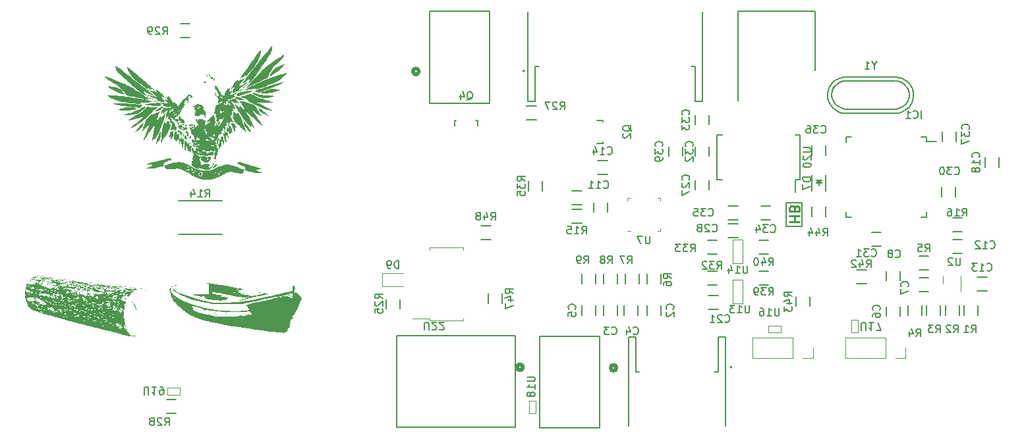
<source format=gbr>
%TF.GenerationSoftware,KiCad,Pcbnew,7.0.7*%
%TF.CreationDate,2024-03-21T09:31:29-04:00*%
%TF.ProjectId,BMB,424d422e-6b69-4636-9164-5f7063625858,rev?*%
%TF.SameCoordinates,Original*%
%TF.FileFunction,Legend,Bot*%
%TF.FilePolarity,Positive*%
%FSLAX46Y46*%
G04 Gerber Fmt 4.6, Leading zero omitted, Abs format (unit mm)*
G04 Created by KiCad (PCBNEW 7.0.7) date 2024-03-21 09:31:29*
%MOMM*%
%LPD*%
G01*
G04 APERTURE LIST*
%ADD10C,0.150000*%
%ADD11C,0.254000*%
%ADD12C,0.120000*%
%ADD13C,0.152400*%
%ADD14C,0.508000*%
%ADD15C,0.127000*%
%ADD16C,0.200000*%
G04 APERTURE END LIST*
D10*
X192532000Y-98298000D02*
X192532000Y-101346000D01*
X194564000Y-98298000D02*
X192532000Y-98298000D01*
X194564000Y-101346000D02*
X194564000Y-98298000D01*
X192532000Y-101346000D02*
X194564000Y-101346000D01*
D11*
X192954631Y-100749514D02*
X194224631Y-100749514D01*
X193619869Y-100749514D02*
X193619869Y-100023799D01*
X192954631Y-100023799D02*
X194224631Y-100023799D01*
X193619869Y-98995704D02*
X193559393Y-98814276D01*
X193559393Y-98814276D02*
X193498917Y-98753799D01*
X193498917Y-98753799D02*
X193377965Y-98693323D01*
X193377965Y-98693323D02*
X193196536Y-98693323D01*
X193196536Y-98693323D02*
X193075584Y-98753799D01*
X193075584Y-98753799D02*
X193015108Y-98814276D01*
X193015108Y-98814276D02*
X192954631Y-98935228D01*
X192954631Y-98935228D02*
X192954631Y-99419038D01*
X192954631Y-99419038D02*
X194224631Y-99419038D01*
X194224631Y-99419038D02*
X194224631Y-98995704D01*
X194224631Y-98995704D02*
X194164155Y-98874752D01*
X194164155Y-98874752D02*
X194103679Y-98814276D01*
X194103679Y-98814276D02*
X193982727Y-98753799D01*
X193982727Y-98753799D02*
X193861774Y-98753799D01*
X193861774Y-98753799D02*
X193740822Y-98814276D01*
X193740822Y-98814276D02*
X193680346Y-98874752D01*
X193680346Y-98874752D02*
X193619869Y-98995704D01*
X193619869Y-98995704D02*
X193619869Y-99419038D01*
D10*
X166536666Y-106118819D02*
X166869999Y-105642628D01*
X167108094Y-106118819D02*
X167108094Y-105118819D01*
X167108094Y-105118819D02*
X166727142Y-105118819D01*
X166727142Y-105118819D02*
X166631904Y-105166438D01*
X166631904Y-105166438D02*
X166584285Y-105214057D01*
X166584285Y-105214057D02*
X166536666Y-105309295D01*
X166536666Y-105309295D02*
X166536666Y-105452152D01*
X166536666Y-105452152D02*
X166584285Y-105547390D01*
X166584285Y-105547390D02*
X166631904Y-105595009D01*
X166631904Y-105595009D02*
X166727142Y-105642628D01*
X166727142Y-105642628D02*
X167108094Y-105642628D01*
X166060475Y-106118819D02*
X165869999Y-106118819D01*
X165869999Y-106118819D02*
X165774761Y-106071200D01*
X165774761Y-106071200D02*
X165727142Y-106023580D01*
X165727142Y-106023580D02*
X165631904Y-105880723D01*
X165631904Y-105880723D02*
X165584285Y-105690247D01*
X165584285Y-105690247D02*
X165584285Y-105309295D01*
X165584285Y-105309295D02*
X165631904Y-105214057D01*
X165631904Y-105214057D02*
X165679523Y-105166438D01*
X165679523Y-105166438D02*
X165774761Y-105118819D01*
X165774761Y-105118819D02*
X165965237Y-105118819D01*
X165965237Y-105118819D02*
X166060475Y-105166438D01*
X166060475Y-105166438D02*
X166108094Y-105214057D01*
X166108094Y-105214057D02*
X166155713Y-105309295D01*
X166155713Y-105309295D02*
X166155713Y-105547390D01*
X166155713Y-105547390D02*
X166108094Y-105642628D01*
X166108094Y-105642628D02*
X166060475Y-105690247D01*
X166060475Y-105690247D02*
X165965237Y-105737866D01*
X165965237Y-105737866D02*
X165774761Y-105737866D01*
X165774761Y-105737866D02*
X165679523Y-105690247D01*
X165679523Y-105690247D02*
X165631904Y-105642628D01*
X165631904Y-105642628D02*
X165584285Y-105547390D01*
X210351666Y-104594819D02*
X210684999Y-104118628D01*
X210923094Y-104594819D02*
X210923094Y-103594819D01*
X210923094Y-103594819D02*
X210542142Y-103594819D01*
X210542142Y-103594819D02*
X210446904Y-103642438D01*
X210446904Y-103642438D02*
X210399285Y-103690057D01*
X210399285Y-103690057D02*
X210351666Y-103785295D01*
X210351666Y-103785295D02*
X210351666Y-103928152D01*
X210351666Y-103928152D02*
X210399285Y-104023390D01*
X210399285Y-104023390D02*
X210446904Y-104071009D01*
X210446904Y-104071009D02*
X210542142Y-104118628D01*
X210542142Y-104118628D02*
X210923094Y-104118628D01*
X209446904Y-103594819D02*
X209923094Y-103594819D01*
X209923094Y-103594819D02*
X209970713Y-104071009D01*
X209970713Y-104071009D02*
X209923094Y-104023390D01*
X209923094Y-104023390D02*
X209827856Y-103975771D01*
X209827856Y-103975771D02*
X209589761Y-103975771D01*
X209589761Y-103975771D02*
X209494523Y-104023390D01*
X209494523Y-104023390D02*
X209446904Y-104071009D01*
X209446904Y-104071009D02*
X209399285Y-104166247D01*
X209399285Y-104166247D02*
X209399285Y-104404342D01*
X209399285Y-104404342D02*
X209446904Y-104499580D01*
X209446904Y-104499580D02*
X209494523Y-104547200D01*
X209494523Y-104547200D02*
X209589761Y-104594819D01*
X209589761Y-104594819D02*
X209827856Y-104594819D01*
X209827856Y-104594819D02*
X209923094Y-104547200D01*
X209923094Y-104547200D02*
X209970713Y-104499580D01*
X215120457Y-100022819D02*
X215453790Y-99546628D01*
X215691885Y-100022819D02*
X215691885Y-99022819D01*
X215691885Y-99022819D02*
X215310933Y-99022819D01*
X215310933Y-99022819D02*
X215215695Y-99070438D01*
X215215695Y-99070438D02*
X215168076Y-99118057D01*
X215168076Y-99118057D02*
X215120457Y-99213295D01*
X215120457Y-99213295D02*
X215120457Y-99356152D01*
X215120457Y-99356152D02*
X215168076Y-99451390D01*
X215168076Y-99451390D02*
X215215695Y-99499009D01*
X215215695Y-99499009D02*
X215310933Y-99546628D01*
X215310933Y-99546628D02*
X215691885Y-99546628D01*
X214168076Y-100022819D02*
X214739504Y-100022819D01*
X214453790Y-100022819D02*
X214453790Y-99022819D01*
X214453790Y-99022819D02*
X214549028Y-99165676D01*
X214549028Y-99165676D02*
X214644266Y-99260914D01*
X214644266Y-99260914D02*
X214739504Y-99308533D01*
X213310933Y-99022819D02*
X213501409Y-99022819D01*
X213501409Y-99022819D02*
X213596647Y-99070438D01*
X213596647Y-99070438D02*
X213644266Y-99118057D01*
X213644266Y-99118057D02*
X213739504Y-99260914D01*
X213739504Y-99260914D02*
X213787123Y-99451390D01*
X213787123Y-99451390D02*
X213787123Y-99832342D01*
X213787123Y-99832342D02*
X213739504Y-99927580D01*
X213739504Y-99927580D02*
X213691885Y-99975200D01*
X213691885Y-99975200D02*
X213596647Y-100022819D01*
X213596647Y-100022819D02*
X213406171Y-100022819D01*
X213406171Y-100022819D02*
X213310933Y-99975200D01*
X213310933Y-99975200D02*
X213263314Y-99927580D01*
X213263314Y-99927580D02*
X213215695Y-99832342D01*
X213215695Y-99832342D02*
X213215695Y-99594247D01*
X213215695Y-99594247D02*
X213263314Y-99499009D01*
X213263314Y-99499009D02*
X213310933Y-99451390D01*
X213310933Y-99451390D02*
X213406171Y-99403771D01*
X213406171Y-99403771D02*
X213596647Y-99403771D01*
X213596647Y-99403771D02*
X213691885Y-99451390D01*
X213691885Y-99451390D02*
X213739504Y-99499009D01*
X213739504Y-99499009D02*
X213787123Y-99594247D01*
X184640457Y-113592780D02*
X184688076Y-113640400D01*
X184688076Y-113640400D02*
X184830933Y-113688019D01*
X184830933Y-113688019D02*
X184926171Y-113688019D01*
X184926171Y-113688019D02*
X185069028Y-113640400D01*
X185069028Y-113640400D02*
X185164266Y-113545161D01*
X185164266Y-113545161D02*
X185211885Y-113449923D01*
X185211885Y-113449923D02*
X185259504Y-113259447D01*
X185259504Y-113259447D02*
X185259504Y-113116590D01*
X185259504Y-113116590D02*
X185211885Y-112926114D01*
X185211885Y-112926114D02*
X185164266Y-112830876D01*
X185164266Y-112830876D02*
X185069028Y-112735638D01*
X185069028Y-112735638D02*
X184926171Y-112688019D01*
X184926171Y-112688019D02*
X184830933Y-112688019D01*
X184830933Y-112688019D02*
X184688076Y-112735638D01*
X184688076Y-112735638D02*
X184640457Y-112783257D01*
X184259504Y-112783257D02*
X184211885Y-112735638D01*
X184211885Y-112735638D02*
X184116647Y-112688019D01*
X184116647Y-112688019D02*
X183878552Y-112688019D01*
X183878552Y-112688019D02*
X183783314Y-112735638D01*
X183783314Y-112735638D02*
X183735695Y-112783257D01*
X183735695Y-112783257D02*
X183688076Y-112878495D01*
X183688076Y-112878495D02*
X183688076Y-112973733D01*
X183688076Y-112973733D02*
X183735695Y-113116590D01*
X183735695Y-113116590D02*
X184307123Y-113688019D01*
X184307123Y-113688019D02*
X183688076Y-113688019D01*
X182735695Y-113688019D02*
X183307123Y-113688019D01*
X183021409Y-113688019D02*
X183021409Y-112688019D01*
X183021409Y-112688019D02*
X183116647Y-112830876D01*
X183116647Y-112830876D02*
X183211885Y-112926114D01*
X183211885Y-112926114D02*
X183307123Y-112973733D01*
X112402857Y-76654819D02*
X112736190Y-76178628D01*
X112974285Y-76654819D02*
X112974285Y-75654819D01*
X112974285Y-75654819D02*
X112593333Y-75654819D01*
X112593333Y-75654819D02*
X112498095Y-75702438D01*
X112498095Y-75702438D02*
X112450476Y-75750057D01*
X112450476Y-75750057D02*
X112402857Y-75845295D01*
X112402857Y-75845295D02*
X112402857Y-75988152D01*
X112402857Y-75988152D02*
X112450476Y-76083390D01*
X112450476Y-76083390D02*
X112498095Y-76131009D01*
X112498095Y-76131009D02*
X112593333Y-76178628D01*
X112593333Y-76178628D02*
X112974285Y-76178628D01*
X112021904Y-75750057D02*
X111974285Y-75702438D01*
X111974285Y-75702438D02*
X111879047Y-75654819D01*
X111879047Y-75654819D02*
X111640952Y-75654819D01*
X111640952Y-75654819D02*
X111545714Y-75702438D01*
X111545714Y-75702438D02*
X111498095Y-75750057D01*
X111498095Y-75750057D02*
X111450476Y-75845295D01*
X111450476Y-75845295D02*
X111450476Y-75940533D01*
X111450476Y-75940533D02*
X111498095Y-76083390D01*
X111498095Y-76083390D02*
X112069523Y-76654819D01*
X112069523Y-76654819D02*
X111450476Y-76654819D01*
X110974285Y-76654819D02*
X110783809Y-76654819D01*
X110783809Y-76654819D02*
X110688571Y-76607200D01*
X110688571Y-76607200D02*
X110640952Y-76559580D01*
X110640952Y-76559580D02*
X110545714Y-76416723D01*
X110545714Y-76416723D02*
X110498095Y-76226247D01*
X110498095Y-76226247D02*
X110498095Y-75845295D01*
X110498095Y-75845295D02*
X110545714Y-75750057D01*
X110545714Y-75750057D02*
X110593333Y-75702438D01*
X110593333Y-75702438D02*
X110688571Y-75654819D01*
X110688571Y-75654819D02*
X110879047Y-75654819D01*
X110879047Y-75654819D02*
X110974285Y-75702438D01*
X110974285Y-75702438D02*
X111021904Y-75750057D01*
X111021904Y-75750057D02*
X111069523Y-75845295D01*
X111069523Y-75845295D02*
X111069523Y-76083390D01*
X111069523Y-76083390D02*
X111021904Y-76178628D01*
X111021904Y-76178628D02*
X110974285Y-76226247D01*
X110974285Y-76226247D02*
X110879047Y-76273866D01*
X110879047Y-76273866D02*
X110688571Y-76273866D01*
X110688571Y-76273866D02*
X110593333Y-76226247D01*
X110593333Y-76226247D02*
X110545714Y-76178628D01*
X110545714Y-76178628D02*
X110498095Y-76083390D01*
X215954780Y-88815942D02*
X216002400Y-88768323D01*
X216002400Y-88768323D02*
X216050019Y-88625466D01*
X216050019Y-88625466D02*
X216050019Y-88530228D01*
X216050019Y-88530228D02*
X216002400Y-88387371D01*
X216002400Y-88387371D02*
X215907161Y-88292133D01*
X215907161Y-88292133D02*
X215811923Y-88244514D01*
X215811923Y-88244514D02*
X215621447Y-88196895D01*
X215621447Y-88196895D02*
X215478590Y-88196895D01*
X215478590Y-88196895D02*
X215288114Y-88244514D01*
X215288114Y-88244514D02*
X215192876Y-88292133D01*
X215192876Y-88292133D02*
X215097638Y-88387371D01*
X215097638Y-88387371D02*
X215050019Y-88530228D01*
X215050019Y-88530228D02*
X215050019Y-88625466D01*
X215050019Y-88625466D02*
X215097638Y-88768323D01*
X215097638Y-88768323D02*
X215145257Y-88815942D01*
X215050019Y-89149276D02*
X215050019Y-89768323D01*
X215050019Y-89768323D02*
X215430971Y-89434990D01*
X215430971Y-89434990D02*
X215430971Y-89577847D01*
X215430971Y-89577847D02*
X215478590Y-89673085D01*
X215478590Y-89673085D02*
X215526209Y-89720704D01*
X215526209Y-89720704D02*
X215621447Y-89768323D01*
X215621447Y-89768323D02*
X215859542Y-89768323D01*
X215859542Y-89768323D02*
X215954780Y-89720704D01*
X215954780Y-89720704D02*
X216002400Y-89673085D01*
X216002400Y-89673085D02*
X216050019Y-89577847D01*
X216050019Y-89577847D02*
X216050019Y-89292133D01*
X216050019Y-89292133D02*
X216002400Y-89196895D01*
X216002400Y-89196895D02*
X215954780Y-89149276D01*
X215050019Y-90101657D02*
X215050019Y-90768323D01*
X215050019Y-90768323D02*
X216050019Y-90339752D01*
X140662819Y-110609142D02*
X140186628Y-110275809D01*
X140662819Y-110037714D02*
X139662819Y-110037714D01*
X139662819Y-110037714D02*
X139662819Y-110418666D01*
X139662819Y-110418666D02*
X139710438Y-110513904D01*
X139710438Y-110513904D02*
X139758057Y-110561523D01*
X139758057Y-110561523D02*
X139853295Y-110609142D01*
X139853295Y-110609142D02*
X139996152Y-110609142D01*
X139996152Y-110609142D02*
X140091390Y-110561523D01*
X140091390Y-110561523D02*
X140139009Y-110513904D01*
X140139009Y-110513904D02*
X140186628Y-110418666D01*
X140186628Y-110418666D02*
X140186628Y-110037714D01*
X139758057Y-110990095D02*
X139710438Y-111037714D01*
X139710438Y-111037714D02*
X139662819Y-111132952D01*
X139662819Y-111132952D02*
X139662819Y-111371047D01*
X139662819Y-111371047D02*
X139710438Y-111466285D01*
X139710438Y-111466285D02*
X139758057Y-111513904D01*
X139758057Y-111513904D02*
X139853295Y-111561523D01*
X139853295Y-111561523D02*
X139948533Y-111561523D01*
X139948533Y-111561523D02*
X140091390Y-111513904D01*
X140091390Y-111513904D02*
X140662819Y-110942476D01*
X140662819Y-110942476D02*
X140662819Y-111561523D01*
X139662819Y-112466285D02*
X139662819Y-111990095D01*
X139662819Y-111990095D02*
X140139009Y-111942476D01*
X140139009Y-111942476D02*
X140091390Y-111990095D01*
X140091390Y-111990095D02*
X140043771Y-112085333D01*
X140043771Y-112085333D02*
X140043771Y-112323428D01*
X140043771Y-112323428D02*
X140091390Y-112418666D01*
X140091390Y-112418666D02*
X140139009Y-112466285D01*
X140139009Y-112466285D02*
X140234247Y-112513904D01*
X140234247Y-112513904D02*
X140472342Y-112513904D01*
X140472342Y-112513904D02*
X140567580Y-112466285D01*
X140567580Y-112466285D02*
X140615200Y-112418666D01*
X140615200Y-112418666D02*
X140662819Y-112323428D01*
X140662819Y-112323428D02*
X140662819Y-112085333D01*
X140662819Y-112085333D02*
X140615200Y-111990095D01*
X140615200Y-111990095D02*
X140567580Y-111942476D01*
X157426819Y-109974142D02*
X156950628Y-109640809D01*
X157426819Y-109402714D02*
X156426819Y-109402714D01*
X156426819Y-109402714D02*
X156426819Y-109783666D01*
X156426819Y-109783666D02*
X156474438Y-109878904D01*
X156474438Y-109878904D02*
X156522057Y-109926523D01*
X156522057Y-109926523D02*
X156617295Y-109974142D01*
X156617295Y-109974142D02*
X156760152Y-109974142D01*
X156760152Y-109974142D02*
X156855390Y-109926523D01*
X156855390Y-109926523D02*
X156903009Y-109878904D01*
X156903009Y-109878904D02*
X156950628Y-109783666D01*
X156950628Y-109783666D02*
X156950628Y-109402714D01*
X156760152Y-110831285D02*
X157426819Y-110831285D01*
X156379200Y-110593190D02*
X157093485Y-110355095D01*
X157093485Y-110355095D02*
X157093485Y-110974142D01*
X156426819Y-111259857D02*
X156426819Y-111926523D01*
X156426819Y-111926523D02*
X157426819Y-111497952D01*
X191611094Y-111849819D02*
X191611094Y-112659342D01*
X191611094Y-112659342D02*
X191563475Y-112754580D01*
X191563475Y-112754580D02*
X191515856Y-112802200D01*
X191515856Y-112802200D02*
X191420618Y-112849819D01*
X191420618Y-112849819D02*
X191230142Y-112849819D01*
X191230142Y-112849819D02*
X191134904Y-112802200D01*
X191134904Y-112802200D02*
X191087285Y-112754580D01*
X191087285Y-112754580D02*
X191039666Y-112659342D01*
X191039666Y-112659342D02*
X191039666Y-111849819D01*
X190039666Y-112849819D02*
X190611094Y-112849819D01*
X190325380Y-112849819D02*
X190325380Y-111849819D01*
X190325380Y-111849819D02*
X190420618Y-111992676D01*
X190420618Y-111992676D02*
X190515856Y-112087914D01*
X190515856Y-112087914D02*
X190611094Y-112135533D01*
X189182523Y-111849819D02*
X189372999Y-111849819D01*
X189372999Y-111849819D02*
X189468237Y-111897438D01*
X189468237Y-111897438D02*
X189515856Y-111945057D01*
X189515856Y-111945057D02*
X189611094Y-112087914D01*
X189611094Y-112087914D02*
X189658713Y-112278390D01*
X189658713Y-112278390D02*
X189658713Y-112659342D01*
X189658713Y-112659342D02*
X189611094Y-112754580D01*
X189611094Y-112754580D02*
X189563475Y-112802200D01*
X189563475Y-112802200D02*
X189468237Y-112849819D01*
X189468237Y-112849819D02*
X189277761Y-112849819D01*
X189277761Y-112849819D02*
X189182523Y-112802200D01*
X189182523Y-112802200D02*
X189134904Y-112754580D01*
X189134904Y-112754580D02*
X189087285Y-112659342D01*
X189087285Y-112659342D02*
X189087285Y-112421247D01*
X189087285Y-112421247D02*
X189134904Y-112326009D01*
X189134904Y-112326009D02*
X189182523Y-112278390D01*
X189182523Y-112278390D02*
X189277761Y-112230771D01*
X189277761Y-112230771D02*
X189468237Y-112230771D01*
X189468237Y-112230771D02*
X189563475Y-112278390D01*
X189563475Y-112278390D02*
X189611094Y-112326009D01*
X189611094Y-112326009D02*
X189658713Y-112421247D01*
X190507857Y-102027580D02*
X190555476Y-102075200D01*
X190555476Y-102075200D02*
X190698333Y-102122819D01*
X190698333Y-102122819D02*
X190793571Y-102122819D01*
X190793571Y-102122819D02*
X190936428Y-102075200D01*
X190936428Y-102075200D02*
X191031666Y-101979961D01*
X191031666Y-101979961D02*
X191079285Y-101884723D01*
X191079285Y-101884723D02*
X191126904Y-101694247D01*
X191126904Y-101694247D02*
X191126904Y-101551390D01*
X191126904Y-101551390D02*
X191079285Y-101360914D01*
X191079285Y-101360914D02*
X191031666Y-101265676D01*
X191031666Y-101265676D02*
X190936428Y-101170438D01*
X190936428Y-101170438D02*
X190793571Y-101122819D01*
X190793571Y-101122819D02*
X190698333Y-101122819D01*
X190698333Y-101122819D02*
X190555476Y-101170438D01*
X190555476Y-101170438D02*
X190507857Y-101218057D01*
X190174523Y-101122819D02*
X189555476Y-101122819D01*
X189555476Y-101122819D02*
X189888809Y-101503771D01*
X189888809Y-101503771D02*
X189745952Y-101503771D01*
X189745952Y-101503771D02*
X189650714Y-101551390D01*
X189650714Y-101551390D02*
X189603095Y-101599009D01*
X189603095Y-101599009D02*
X189555476Y-101694247D01*
X189555476Y-101694247D02*
X189555476Y-101932342D01*
X189555476Y-101932342D02*
X189603095Y-102027580D01*
X189603095Y-102027580D02*
X189650714Y-102075200D01*
X189650714Y-102075200D02*
X189745952Y-102122819D01*
X189745952Y-102122819D02*
X190031666Y-102122819D01*
X190031666Y-102122819D02*
X190126904Y-102075200D01*
X190126904Y-102075200D02*
X190174523Y-102027580D01*
X188698333Y-101456152D02*
X188698333Y-102122819D01*
X188936428Y-101075200D02*
X189174523Y-101789485D01*
X189174523Y-101789485D02*
X188555476Y-101789485D01*
X208131580Y-109053333D02*
X208179200Y-109005714D01*
X208179200Y-109005714D02*
X208226819Y-108862857D01*
X208226819Y-108862857D02*
X208226819Y-108767619D01*
X208226819Y-108767619D02*
X208179200Y-108624762D01*
X208179200Y-108624762D02*
X208083961Y-108529524D01*
X208083961Y-108529524D02*
X207988723Y-108481905D01*
X207988723Y-108481905D02*
X207798247Y-108434286D01*
X207798247Y-108434286D02*
X207655390Y-108434286D01*
X207655390Y-108434286D02*
X207464914Y-108481905D01*
X207464914Y-108481905D02*
X207369676Y-108529524D01*
X207369676Y-108529524D02*
X207274438Y-108624762D01*
X207274438Y-108624762D02*
X207226819Y-108767619D01*
X207226819Y-108767619D02*
X207226819Y-108862857D01*
X207226819Y-108862857D02*
X207274438Y-109005714D01*
X207274438Y-109005714D02*
X207322057Y-109053333D01*
X207226819Y-109386667D02*
X207226819Y-110053333D01*
X207226819Y-110053333D02*
X208226819Y-109624762D01*
X179996580Y-95369142D02*
X180044200Y-95321523D01*
X180044200Y-95321523D02*
X180091819Y-95178666D01*
X180091819Y-95178666D02*
X180091819Y-95083428D01*
X180091819Y-95083428D02*
X180044200Y-94940571D01*
X180044200Y-94940571D02*
X179948961Y-94845333D01*
X179948961Y-94845333D02*
X179853723Y-94797714D01*
X179853723Y-94797714D02*
X179663247Y-94750095D01*
X179663247Y-94750095D02*
X179520390Y-94750095D01*
X179520390Y-94750095D02*
X179329914Y-94797714D01*
X179329914Y-94797714D02*
X179234676Y-94845333D01*
X179234676Y-94845333D02*
X179139438Y-94940571D01*
X179139438Y-94940571D02*
X179091819Y-95083428D01*
X179091819Y-95083428D02*
X179091819Y-95178666D01*
X179091819Y-95178666D02*
X179139438Y-95321523D01*
X179139438Y-95321523D02*
X179187057Y-95369142D01*
X179187057Y-95750095D02*
X179139438Y-95797714D01*
X179139438Y-95797714D02*
X179091819Y-95892952D01*
X179091819Y-95892952D02*
X179091819Y-96131047D01*
X179091819Y-96131047D02*
X179139438Y-96226285D01*
X179139438Y-96226285D02*
X179187057Y-96273904D01*
X179187057Y-96273904D02*
X179282295Y-96321523D01*
X179282295Y-96321523D02*
X179377533Y-96321523D01*
X179377533Y-96321523D02*
X179520390Y-96273904D01*
X179520390Y-96273904D02*
X180091819Y-95702476D01*
X180091819Y-95702476D02*
X180091819Y-96321523D01*
X179091819Y-96654857D02*
X179091819Y-97321523D01*
X179091819Y-97321523D02*
X180091819Y-96892952D01*
X183624457Y-106830019D02*
X183957790Y-106353828D01*
X184195885Y-106830019D02*
X184195885Y-105830019D01*
X184195885Y-105830019D02*
X183814933Y-105830019D01*
X183814933Y-105830019D02*
X183719695Y-105877638D01*
X183719695Y-105877638D02*
X183672076Y-105925257D01*
X183672076Y-105925257D02*
X183624457Y-106020495D01*
X183624457Y-106020495D02*
X183624457Y-106163352D01*
X183624457Y-106163352D02*
X183672076Y-106258590D01*
X183672076Y-106258590D02*
X183719695Y-106306209D01*
X183719695Y-106306209D02*
X183814933Y-106353828D01*
X183814933Y-106353828D02*
X184195885Y-106353828D01*
X183291123Y-105830019D02*
X182672076Y-105830019D01*
X182672076Y-105830019D02*
X183005409Y-106210971D01*
X183005409Y-106210971D02*
X182862552Y-106210971D01*
X182862552Y-106210971D02*
X182767314Y-106258590D01*
X182767314Y-106258590D02*
X182719695Y-106306209D01*
X182719695Y-106306209D02*
X182672076Y-106401447D01*
X182672076Y-106401447D02*
X182672076Y-106639542D01*
X182672076Y-106639542D02*
X182719695Y-106734780D01*
X182719695Y-106734780D02*
X182767314Y-106782400D01*
X182767314Y-106782400D02*
X182862552Y-106830019D01*
X182862552Y-106830019D02*
X183148266Y-106830019D01*
X183148266Y-106830019D02*
X183243504Y-106782400D01*
X183243504Y-106782400D02*
X183291123Y-106734780D01*
X182291123Y-105925257D02*
X182243504Y-105877638D01*
X182243504Y-105877638D02*
X182148266Y-105830019D01*
X182148266Y-105830019D02*
X181910171Y-105830019D01*
X181910171Y-105830019D02*
X181814933Y-105877638D01*
X181814933Y-105877638D02*
X181767314Y-105925257D01*
X181767314Y-105925257D02*
X181719695Y-106020495D01*
X181719695Y-106020495D02*
X181719695Y-106115733D01*
X181719695Y-106115733D02*
X181767314Y-106258590D01*
X181767314Y-106258590D02*
X182338742Y-106830019D01*
X182338742Y-106830019D02*
X181719695Y-106830019D01*
X214883904Y-105372819D02*
X214883904Y-106182342D01*
X214883904Y-106182342D02*
X214836285Y-106277580D01*
X214836285Y-106277580D02*
X214788666Y-106325200D01*
X214788666Y-106325200D02*
X214693428Y-106372819D01*
X214693428Y-106372819D02*
X214502952Y-106372819D01*
X214502952Y-106372819D02*
X214407714Y-106325200D01*
X214407714Y-106325200D02*
X214360095Y-106277580D01*
X214360095Y-106277580D02*
X214312476Y-106182342D01*
X214312476Y-106182342D02*
X214312476Y-105372819D01*
X213883904Y-105468057D02*
X213836285Y-105420438D01*
X213836285Y-105420438D02*
X213741047Y-105372819D01*
X213741047Y-105372819D02*
X213502952Y-105372819D01*
X213502952Y-105372819D02*
X213407714Y-105420438D01*
X213407714Y-105420438D02*
X213360095Y-105468057D01*
X213360095Y-105468057D02*
X213312476Y-105563295D01*
X213312476Y-105563295D02*
X213312476Y-105658533D01*
X213312476Y-105658533D02*
X213360095Y-105801390D01*
X213360095Y-105801390D02*
X213931523Y-106372819D01*
X213931523Y-106372819D02*
X213312476Y-106372819D01*
X169552857Y-91985580D02*
X169600476Y-92033200D01*
X169600476Y-92033200D02*
X169743333Y-92080819D01*
X169743333Y-92080819D02*
X169838571Y-92080819D01*
X169838571Y-92080819D02*
X169981428Y-92033200D01*
X169981428Y-92033200D02*
X170076666Y-91937961D01*
X170076666Y-91937961D02*
X170124285Y-91842723D01*
X170124285Y-91842723D02*
X170171904Y-91652247D01*
X170171904Y-91652247D02*
X170171904Y-91509390D01*
X170171904Y-91509390D02*
X170124285Y-91318914D01*
X170124285Y-91318914D02*
X170076666Y-91223676D01*
X170076666Y-91223676D02*
X169981428Y-91128438D01*
X169981428Y-91128438D02*
X169838571Y-91080819D01*
X169838571Y-91080819D02*
X169743333Y-91080819D01*
X169743333Y-91080819D02*
X169600476Y-91128438D01*
X169600476Y-91128438D02*
X169552857Y-91176057D01*
X168600476Y-92080819D02*
X169171904Y-92080819D01*
X168886190Y-92080819D02*
X168886190Y-91080819D01*
X168886190Y-91080819D02*
X168981428Y-91223676D01*
X168981428Y-91223676D02*
X169076666Y-91318914D01*
X169076666Y-91318914D02*
X169171904Y-91366533D01*
X167743333Y-91414152D02*
X167743333Y-92080819D01*
X167981428Y-91033200D02*
X168219523Y-91747485D01*
X168219523Y-91747485D02*
X167600476Y-91747485D01*
X166250857Y-102308819D02*
X166584190Y-101832628D01*
X166822285Y-102308819D02*
X166822285Y-101308819D01*
X166822285Y-101308819D02*
X166441333Y-101308819D01*
X166441333Y-101308819D02*
X166346095Y-101356438D01*
X166346095Y-101356438D02*
X166298476Y-101404057D01*
X166298476Y-101404057D02*
X166250857Y-101499295D01*
X166250857Y-101499295D02*
X166250857Y-101642152D01*
X166250857Y-101642152D02*
X166298476Y-101737390D01*
X166298476Y-101737390D02*
X166346095Y-101785009D01*
X166346095Y-101785009D02*
X166441333Y-101832628D01*
X166441333Y-101832628D02*
X166822285Y-101832628D01*
X165298476Y-102308819D02*
X165869904Y-102308819D01*
X165584190Y-102308819D02*
X165584190Y-101308819D01*
X165584190Y-101308819D02*
X165679428Y-101451676D01*
X165679428Y-101451676D02*
X165774666Y-101546914D01*
X165774666Y-101546914D02*
X165869904Y-101594533D01*
X164393714Y-101308819D02*
X164869904Y-101308819D01*
X164869904Y-101308819D02*
X164917523Y-101785009D01*
X164917523Y-101785009D02*
X164869904Y-101737390D01*
X164869904Y-101737390D02*
X164774666Y-101689771D01*
X164774666Y-101689771D02*
X164536571Y-101689771D01*
X164536571Y-101689771D02*
X164441333Y-101737390D01*
X164441333Y-101737390D02*
X164393714Y-101785009D01*
X164393714Y-101785009D02*
X164346095Y-101880247D01*
X164346095Y-101880247D02*
X164346095Y-102118342D01*
X164346095Y-102118342D02*
X164393714Y-102213580D01*
X164393714Y-102213580D02*
X164441333Y-102261200D01*
X164441333Y-102261200D02*
X164536571Y-102308819D01*
X164536571Y-102308819D02*
X164774666Y-102308819D01*
X164774666Y-102308819D02*
X164869904Y-102261200D01*
X164869904Y-102261200D02*
X164917523Y-102213580D01*
X172635057Y-89084161D02*
X172587438Y-88988923D01*
X172587438Y-88988923D02*
X172492200Y-88893685D01*
X172492200Y-88893685D02*
X172349342Y-88750828D01*
X172349342Y-88750828D02*
X172301723Y-88655590D01*
X172301723Y-88655590D02*
X172301723Y-88560352D01*
X172539819Y-88607971D02*
X172492200Y-88512733D01*
X172492200Y-88512733D02*
X172396961Y-88417495D01*
X172396961Y-88417495D02*
X172206485Y-88369876D01*
X172206485Y-88369876D02*
X171873152Y-88369876D01*
X171873152Y-88369876D02*
X171682676Y-88417495D01*
X171682676Y-88417495D02*
X171587438Y-88512733D01*
X171587438Y-88512733D02*
X171539819Y-88607971D01*
X171539819Y-88607971D02*
X171539819Y-88798447D01*
X171539819Y-88798447D02*
X171587438Y-88893685D01*
X171587438Y-88893685D02*
X171682676Y-88988923D01*
X171682676Y-88988923D02*
X171873152Y-89036542D01*
X171873152Y-89036542D02*
X172206485Y-89036542D01*
X172206485Y-89036542D02*
X172396961Y-88988923D01*
X172396961Y-88988923D02*
X172492200Y-88893685D01*
X172492200Y-88893685D02*
X172539819Y-88798447D01*
X172539819Y-88798447D02*
X172539819Y-88607971D01*
X171635057Y-89417495D02*
X171587438Y-89465114D01*
X171587438Y-89465114D02*
X171539819Y-89560352D01*
X171539819Y-89560352D02*
X171539819Y-89798447D01*
X171539819Y-89798447D02*
X171587438Y-89893685D01*
X171587438Y-89893685D02*
X171635057Y-89941304D01*
X171635057Y-89941304D02*
X171730295Y-89988923D01*
X171730295Y-89988923D02*
X171825533Y-89988923D01*
X171825533Y-89988923D02*
X171968390Y-89941304D01*
X171968390Y-89941304D02*
X172539819Y-89369876D01*
X172539819Y-89369876D02*
X172539819Y-89988923D01*
X196984857Y-89259580D02*
X197032476Y-89307200D01*
X197032476Y-89307200D02*
X197175333Y-89354819D01*
X197175333Y-89354819D02*
X197270571Y-89354819D01*
X197270571Y-89354819D02*
X197413428Y-89307200D01*
X197413428Y-89307200D02*
X197508666Y-89211961D01*
X197508666Y-89211961D02*
X197556285Y-89116723D01*
X197556285Y-89116723D02*
X197603904Y-88926247D01*
X197603904Y-88926247D02*
X197603904Y-88783390D01*
X197603904Y-88783390D02*
X197556285Y-88592914D01*
X197556285Y-88592914D02*
X197508666Y-88497676D01*
X197508666Y-88497676D02*
X197413428Y-88402438D01*
X197413428Y-88402438D02*
X197270571Y-88354819D01*
X197270571Y-88354819D02*
X197175333Y-88354819D01*
X197175333Y-88354819D02*
X197032476Y-88402438D01*
X197032476Y-88402438D02*
X196984857Y-88450057D01*
X196651523Y-88354819D02*
X196032476Y-88354819D01*
X196032476Y-88354819D02*
X196365809Y-88735771D01*
X196365809Y-88735771D02*
X196222952Y-88735771D01*
X196222952Y-88735771D02*
X196127714Y-88783390D01*
X196127714Y-88783390D02*
X196080095Y-88831009D01*
X196080095Y-88831009D02*
X196032476Y-88926247D01*
X196032476Y-88926247D02*
X196032476Y-89164342D01*
X196032476Y-89164342D02*
X196080095Y-89259580D01*
X196080095Y-89259580D02*
X196127714Y-89307200D01*
X196127714Y-89307200D02*
X196222952Y-89354819D01*
X196222952Y-89354819D02*
X196508666Y-89354819D01*
X196508666Y-89354819D02*
X196603904Y-89307200D01*
X196603904Y-89307200D02*
X196651523Y-89259580D01*
X195175333Y-88354819D02*
X195365809Y-88354819D01*
X195365809Y-88354819D02*
X195461047Y-88402438D01*
X195461047Y-88402438D02*
X195508666Y-88450057D01*
X195508666Y-88450057D02*
X195603904Y-88592914D01*
X195603904Y-88592914D02*
X195651523Y-88783390D01*
X195651523Y-88783390D02*
X195651523Y-89164342D01*
X195651523Y-89164342D02*
X195603904Y-89259580D01*
X195603904Y-89259580D02*
X195556285Y-89307200D01*
X195556285Y-89307200D02*
X195461047Y-89354819D01*
X195461047Y-89354819D02*
X195270571Y-89354819D01*
X195270571Y-89354819D02*
X195175333Y-89307200D01*
X195175333Y-89307200D02*
X195127714Y-89259580D01*
X195127714Y-89259580D02*
X195080095Y-89164342D01*
X195080095Y-89164342D02*
X195080095Y-88926247D01*
X195080095Y-88926247D02*
X195127714Y-88831009D01*
X195127714Y-88831009D02*
X195175333Y-88783390D01*
X195175333Y-88783390D02*
X195270571Y-88735771D01*
X195270571Y-88735771D02*
X195461047Y-88735771D01*
X195461047Y-88735771D02*
X195556285Y-88783390D01*
X195556285Y-88783390D02*
X195603904Y-88831009D01*
X195603904Y-88831009D02*
X195651523Y-88926247D01*
X216320666Y-115008819D02*
X216653999Y-114532628D01*
X216892094Y-115008819D02*
X216892094Y-114008819D01*
X216892094Y-114008819D02*
X216511142Y-114008819D01*
X216511142Y-114008819D02*
X216415904Y-114056438D01*
X216415904Y-114056438D02*
X216368285Y-114104057D01*
X216368285Y-114104057D02*
X216320666Y-114199295D01*
X216320666Y-114199295D02*
X216320666Y-114342152D01*
X216320666Y-114342152D02*
X216368285Y-114437390D01*
X216368285Y-114437390D02*
X216415904Y-114485009D01*
X216415904Y-114485009D02*
X216511142Y-114532628D01*
X216511142Y-114532628D02*
X216892094Y-114532628D01*
X215368285Y-115008819D02*
X215939713Y-115008819D01*
X215653999Y-115008819D02*
X215653999Y-114008819D01*
X215653999Y-114008819D02*
X215749237Y-114151676D01*
X215749237Y-114151676D02*
X215844475Y-114246914D01*
X215844475Y-114246914D02*
X215939713Y-114294533D01*
X190279257Y-110182819D02*
X190612590Y-109706628D01*
X190850685Y-110182819D02*
X190850685Y-109182819D01*
X190850685Y-109182819D02*
X190469733Y-109182819D01*
X190469733Y-109182819D02*
X190374495Y-109230438D01*
X190374495Y-109230438D02*
X190326876Y-109278057D01*
X190326876Y-109278057D02*
X190279257Y-109373295D01*
X190279257Y-109373295D02*
X190279257Y-109516152D01*
X190279257Y-109516152D02*
X190326876Y-109611390D01*
X190326876Y-109611390D02*
X190374495Y-109659009D01*
X190374495Y-109659009D02*
X190469733Y-109706628D01*
X190469733Y-109706628D02*
X190850685Y-109706628D01*
X189945923Y-109182819D02*
X189326876Y-109182819D01*
X189326876Y-109182819D02*
X189660209Y-109563771D01*
X189660209Y-109563771D02*
X189517352Y-109563771D01*
X189517352Y-109563771D02*
X189422114Y-109611390D01*
X189422114Y-109611390D02*
X189374495Y-109659009D01*
X189374495Y-109659009D02*
X189326876Y-109754247D01*
X189326876Y-109754247D02*
X189326876Y-109992342D01*
X189326876Y-109992342D02*
X189374495Y-110087580D01*
X189374495Y-110087580D02*
X189422114Y-110135200D01*
X189422114Y-110135200D02*
X189517352Y-110182819D01*
X189517352Y-110182819D02*
X189803066Y-110182819D01*
X189803066Y-110182819D02*
X189898304Y-110135200D01*
X189898304Y-110135200D02*
X189945923Y-110087580D01*
X188850685Y-110182819D02*
X188660209Y-110182819D01*
X188660209Y-110182819D02*
X188564971Y-110135200D01*
X188564971Y-110135200D02*
X188517352Y-110087580D01*
X188517352Y-110087580D02*
X188422114Y-109944723D01*
X188422114Y-109944723D02*
X188374495Y-109754247D01*
X188374495Y-109754247D02*
X188374495Y-109373295D01*
X188374495Y-109373295D02*
X188422114Y-109278057D01*
X188422114Y-109278057D02*
X188469733Y-109230438D01*
X188469733Y-109230438D02*
X188564971Y-109182819D01*
X188564971Y-109182819D02*
X188755447Y-109182819D01*
X188755447Y-109182819D02*
X188850685Y-109230438D01*
X188850685Y-109230438D02*
X188898304Y-109278057D01*
X188898304Y-109278057D02*
X188945923Y-109373295D01*
X188945923Y-109373295D02*
X188945923Y-109611390D01*
X188945923Y-109611390D02*
X188898304Y-109706628D01*
X188898304Y-109706628D02*
X188850685Y-109754247D01*
X188850685Y-109754247D02*
X188755447Y-109801866D01*
X188755447Y-109801866D02*
X188564971Y-109801866D01*
X188564971Y-109801866D02*
X188469733Y-109754247D01*
X188469733Y-109754247D02*
X188422114Y-109706628D01*
X188422114Y-109706628D02*
X188374495Y-109611390D01*
X202826857Y-106626819D02*
X203160190Y-106150628D01*
X203398285Y-106626819D02*
X203398285Y-105626819D01*
X203398285Y-105626819D02*
X203017333Y-105626819D01*
X203017333Y-105626819D02*
X202922095Y-105674438D01*
X202922095Y-105674438D02*
X202874476Y-105722057D01*
X202874476Y-105722057D02*
X202826857Y-105817295D01*
X202826857Y-105817295D02*
X202826857Y-105960152D01*
X202826857Y-105960152D02*
X202874476Y-106055390D01*
X202874476Y-106055390D02*
X202922095Y-106103009D01*
X202922095Y-106103009D02*
X203017333Y-106150628D01*
X203017333Y-106150628D02*
X203398285Y-106150628D01*
X201969714Y-105960152D02*
X201969714Y-106626819D01*
X202207809Y-105579200D02*
X202445904Y-106293485D01*
X202445904Y-106293485D02*
X201826857Y-106293485D01*
X201493523Y-105722057D02*
X201445904Y-105674438D01*
X201445904Y-105674438D02*
X201350666Y-105626819D01*
X201350666Y-105626819D02*
X201112571Y-105626819D01*
X201112571Y-105626819D02*
X201017333Y-105674438D01*
X201017333Y-105674438D02*
X200969714Y-105722057D01*
X200969714Y-105722057D02*
X200922095Y-105817295D01*
X200922095Y-105817295D02*
X200922095Y-105912533D01*
X200922095Y-105912533D02*
X200969714Y-106055390D01*
X200969714Y-106055390D02*
X201541142Y-106626819D01*
X201541142Y-106626819D02*
X200922095Y-106626819D01*
X218320857Y-106971580D02*
X218368476Y-107019200D01*
X218368476Y-107019200D02*
X218511333Y-107066819D01*
X218511333Y-107066819D02*
X218606571Y-107066819D01*
X218606571Y-107066819D02*
X218749428Y-107019200D01*
X218749428Y-107019200D02*
X218844666Y-106923961D01*
X218844666Y-106923961D02*
X218892285Y-106828723D01*
X218892285Y-106828723D02*
X218939904Y-106638247D01*
X218939904Y-106638247D02*
X218939904Y-106495390D01*
X218939904Y-106495390D02*
X218892285Y-106304914D01*
X218892285Y-106304914D02*
X218844666Y-106209676D01*
X218844666Y-106209676D02*
X218749428Y-106114438D01*
X218749428Y-106114438D02*
X218606571Y-106066819D01*
X218606571Y-106066819D02*
X218511333Y-106066819D01*
X218511333Y-106066819D02*
X218368476Y-106114438D01*
X218368476Y-106114438D02*
X218320857Y-106162057D01*
X217368476Y-107066819D02*
X217939904Y-107066819D01*
X217654190Y-107066819D02*
X217654190Y-106066819D01*
X217654190Y-106066819D02*
X217749428Y-106209676D01*
X217749428Y-106209676D02*
X217844666Y-106304914D01*
X217844666Y-106304914D02*
X217939904Y-106352533D01*
X217035142Y-106066819D02*
X216416095Y-106066819D01*
X216416095Y-106066819D02*
X216749428Y-106447771D01*
X216749428Y-106447771D02*
X216606571Y-106447771D01*
X216606571Y-106447771D02*
X216511333Y-106495390D01*
X216511333Y-106495390D02*
X216463714Y-106543009D01*
X216463714Y-106543009D02*
X216416095Y-106638247D01*
X216416095Y-106638247D02*
X216416095Y-106876342D01*
X216416095Y-106876342D02*
X216463714Y-106971580D01*
X216463714Y-106971580D02*
X216511333Y-107019200D01*
X216511333Y-107019200D02*
X216606571Y-107066819D01*
X216606571Y-107066819D02*
X216892285Y-107066819D01*
X216892285Y-107066819D02*
X216987523Y-107019200D01*
X216987523Y-107019200D02*
X217035142Y-106971580D01*
X193240819Y-110355142D02*
X192764628Y-110021809D01*
X193240819Y-109783714D02*
X192240819Y-109783714D01*
X192240819Y-109783714D02*
X192240819Y-110164666D01*
X192240819Y-110164666D02*
X192288438Y-110259904D01*
X192288438Y-110259904D02*
X192336057Y-110307523D01*
X192336057Y-110307523D02*
X192431295Y-110355142D01*
X192431295Y-110355142D02*
X192574152Y-110355142D01*
X192574152Y-110355142D02*
X192669390Y-110307523D01*
X192669390Y-110307523D02*
X192717009Y-110259904D01*
X192717009Y-110259904D02*
X192764628Y-110164666D01*
X192764628Y-110164666D02*
X192764628Y-109783714D01*
X192574152Y-111212285D02*
X193240819Y-111212285D01*
X192193200Y-110974190D02*
X192907485Y-110736095D01*
X192907485Y-110736095D02*
X192907485Y-111355142D01*
X192240819Y-111640857D02*
X192240819Y-112259904D01*
X192240819Y-112259904D02*
X192621771Y-111926571D01*
X192621771Y-111926571D02*
X192621771Y-112069428D01*
X192621771Y-112069428D02*
X192669390Y-112164666D01*
X192669390Y-112164666D02*
X192717009Y-112212285D01*
X192717009Y-112212285D02*
X192812247Y-112259904D01*
X192812247Y-112259904D02*
X193050342Y-112259904D01*
X193050342Y-112259904D02*
X193145580Y-112212285D01*
X193145580Y-112212285D02*
X193193200Y-112164666D01*
X193193200Y-112164666D02*
X193240819Y-112069428D01*
X193240819Y-112069428D02*
X193240819Y-111783714D01*
X193240819Y-111783714D02*
X193193200Y-111688476D01*
X193193200Y-111688476D02*
X193145580Y-111640857D01*
X214034666Y-115008819D02*
X214367999Y-114532628D01*
X214606094Y-115008819D02*
X214606094Y-114008819D01*
X214606094Y-114008819D02*
X214225142Y-114008819D01*
X214225142Y-114008819D02*
X214129904Y-114056438D01*
X214129904Y-114056438D02*
X214082285Y-114104057D01*
X214082285Y-114104057D02*
X214034666Y-114199295D01*
X214034666Y-114199295D02*
X214034666Y-114342152D01*
X214034666Y-114342152D02*
X214082285Y-114437390D01*
X214082285Y-114437390D02*
X214129904Y-114485009D01*
X214129904Y-114485009D02*
X214225142Y-114532628D01*
X214225142Y-114532628D02*
X214606094Y-114532628D01*
X213653713Y-114104057D02*
X213606094Y-114056438D01*
X213606094Y-114056438D02*
X213510856Y-114008819D01*
X213510856Y-114008819D02*
X213272761Y-114008819D01*
X213272761Y-114008819D02*
X213177523Y-114056438D01*
X213177523Y-114056438D02*
X213129904Y-114104057D01*
X213129904Y-114104057D02*
X213082285Y-114199295D01*
X213082285Y-114199295D02*
X213082285Y-114294533D01*
X213082285Y-114294533D02*
X213129904Y-114437390D01*
X213129904Y-114437390D02*
X213701332Y-115008819D01*
X213701332Y-115008819D02*
X213082285Y-115008819D01*
X151479238Y-85081257D02*
X151574476Y-85033638D01*
X151574476Y-85033638D02*
X151669714Y-84938400D01*
X151669714Y-84938400D02*
X151812571Y-84795542D01*
X151812571Y-84795542D02*
X151907809Y-84747923D01*
X151907809Y-84747923D02*
X152003047Y-84747923D01*
X151955428Y-84986019D02*
X152050666Y-84938400D01*
X152050666Y-84938400D02*
X152145904Y-84843161D01*
X152145904Y-84843161D02*
X152193523Y-84652685D01*
X152193523Y-84652685D02*
X152193523Y-84319352D01*
X152193523Y-84319352D02*
X152145904Y-84128876D01*
X152145904Y-84128876D02*
X152050666Y-84033638D01*
X152050666Y-84033638D02*
X151955428Y-83986019D01*
X151955428Y-83986019D02*
X151764952Y-83986019D01*
X151764952Y-83986019D02*
X151669714Y-84033638D01*
X151669714Y-84033638D02*
X151574476Y-84128876D01*
X151574476Y-84128876D02*
X151526857Y-84319352D01*
X151526857Y-84319352D02*
X151526857Y-84652685D01*
X151526857Y-84652685D02*
X151574476Y-84843161D01*
X151574476Y-84843161D02*
X151669714Y-84938400D01*
X151669714Y-84938400D02*
X151764952Y-84986019D01*
X151764952Y-84986019D02*
X151955428Y-84986019D01*
X150669714Y-84319352D02*
X150669714Y-84986019D01*
X150907809Y-83938400D02*
X151145904Y-84652685D01*
X151145904Y-84652685D02*
X150526857Y-84652685D01*
X159220819Y-120690795D02*
X160030342Y-120690795D01*
X160030342Y-120690795D02*
X160125580Y-120738414D01*
X160125580Y-120738414D02*
X160173200Y-120786033D01*
X160173200Y-120786033D02*
X160220819Y-120881271D01*
X160220819Y-120881271D02*
X160220819Y-121071747D01*
X160220819Y-121071747D02*
X160173200Y-121166985D01*
X160173200Y-121166985D02*
X160125580Y-121214604D01*
X160125580Y-121214604D02*
X160030342Y-121262223D01*
X160030342Y-121262223D02*
X159220819Y-121262223D01*
X160220819Y-122262223D02*
X160220819Y-121690795D01*
X160220819Y-121976509D02*
X159220819Y-121976509D01*
X159220819Y-121976509D02*
X159363676Y-121881271D01*
X159363676Y-121881271D02*
X159458914Y-121786033D01*
X159458914Y-121786033D02*
X159506533Y-121690795D01*
X159649390Y-122833652D02*
X159601771Y-122738414D01*
X159601771Y-122738414D02*
X159554152Y-122690795D01*
X159554152Y-122690795D02*
X159458914Y-122643176D01*
X159458914Y-122643176D02*
X159411295Y-122643176D01*
X159411295Y-122643176D02*
X159316057Y-122690795D01*
X159316057Y-122690795D02*
X159268438Y-122738414D01*
X159268438Y-122738414D02*
X159220819Y-122833652D01*
X159220819Y-122833652D02*
X159220819Y-123024128D01*
X159220819Y-123024128D02*
X159268438Y-123119366D01*
X159268438Y-123119366D02*
X159316057Y-123166985D01*
X159316057Y-123166985D02*
X159411295Y-123214604D01*
X159411295Y-123214604D02*
X159458914Y-123214604D01*
X159458914Y-123214604D02*
X159554152Y-123166985D01*
X159554152Y-123166985D02*
X159601771Y-123119366D01*
X159601771Y-123119366D02*
X159649390Y-123024128D01*
X159649390Y-123024128D02*
X159649390Y-122833652D01*
X159649390Y-122833652D02*
X159697009Y-122738414D01*
X159697009Y-122738414D02*
X159744628Y-122690795D01*
X159744628Y-122690795D02*
X159839866Y-122643176D01*
X159839866Y-122643176D02*
X160030342Y-122643176D01*
X160030342Y-122643176D02*
X160125580Y-122690795D01*
X160125580Y-122690795D02*
X160173200Y-122738414D01*
X160173200Y-122738414D02*
X160220819Y-122833652D01*
X160220819Y-122833652D02*
X160220819Y-123024128D01*
X160220819Y-123024128D02*
X160173200Y-123119366D01*
X160173200Y-123119366D02*
X160125580Y-123166985D01*
X160125580Y-123166985D02*
X160030342Y-123214604D01*
X160030342Y-123214604D02*
X159839866Y-123214604D01*
X159839866Y-123214604D02*
X159744628Y-123166985D01*
X159744628Y-123166985D02*
X159697009Y-123119366D01*
X159697009Y-123119366D02*
X159649390Y-123024128D01*
X163456857Y-86306819D02*
X163790190Y-85830628D01*
X164028285Y-86306819D02*
X164028285Y-85306819D01*
X164028285Y-85306819D02*
X163647333Y-85306819D01*
X163647333Y-85306819D02*
X163552095Y-85354438D01*
X163552095Y-85354438D02*
X163504476Y-85402057D01*
X163504476Y-85402057D02*
X163456857Y-85497295D01*
X163456857Y-85497295D02*
X163456857Y-85640152D01*
X163456857Y-85640152D02*
X163504476Y-85735390D01*
X163504476Y-85735390D02*
X163552095Y-85783009D01*
X163552095Y-85783009D02*
X163647333Y-85830628D01*
X163647333Y-85830628D02*
X164028285Y-85830628D01*
X163075904Y-85402057D02*
X163028285Y-85354438D01*
X163028285Y-85354438D02*
X162933047Y-85306819D01*
X162933047Y-85306819D02*
X162694952Y-85306819D01*
X162694952Y-85306819D02*
X162599714Y-85354438D01*
X162599714Y-85354438D02*
X162552095Y-85402057D01*
X162552095Y-85402057D02*
X162504476Y-85497295D01*
X162504476Y-85497295D02*
X162504476Y-85592533D01*
X162504476Y-85592533D02*
X162552095Y-85735390D01*
X162552095Y-85735390D02*
X163123523Y-86306819D01*
X163123523Y-86306819D02*
X162504476Y-86306819D01*
X162171142Y-85306819D02*
X161504476Y-85306819D01*
X161504476Y-85306819D02*
X161933047Y-86306819D01*
X187547094Y-106388819D02*
X187547094Y-107198342D01*
X187547094Y-107198342D02*
X187499475Y-107293580D01*
X187499475Y-107293580D02*
X187451856Y-107341200D01*
X187451856Y-107341200D02*
X187356618Y-107388819D01*
X187356618Y-107388819D02*
X187166142Y-107388819D01*
X187166142Y-107388819D02*
X187070904Y-107341200D01*
X187070904Y-107341200D02*
X187023285Y-107293580D01*
X187023285Y-107293580D02*
X186975666Y-107198342D01*
X186975666Y-107198342D02*
X186975666Y-106388819D01*
X185975666Y-107388819D02*
X186547094Y-107388819D01*
X186261380Y-107388819D02*
X186261380Y-106388819D01*
X186261380Y-106388819D02*
X186356618Y-106531676D01*
X186356618Y-106531676D02*
X186451856Y-106626914D01*
X186451856Y-106626914D02*
X186547094Y-106674533D01*
X185118523Y-106722152D02*
X185118523Y-107388819D01*
X185356618Y-106341200D02*
X185594713Y-107055485D01*
X185594713Y-107055485D02*
X184975666Y-107055485D01*
X203828590Y-80623628D02*
X203828590Y-81099819D01*
X204161923Y-80099819D02*
X203828590Y-80623628D01*
X203828590Y-80623628D02*
X203495257Y-80099819D01*
X202638114Y-81099819D02*
X203209542Y-81099819D01*
X202923828Y-81099819D02*
X202923828Y-80099819D01*
X202923828Y-80099819D02*
X203019066Y-80242676D01*
X203019066Y-80242676D02*
X203114304Y-80337914D01*
X203114304Y-80337914D02*
X203209542Y-80385533D01*
X110013905Y-122973180D02*
X110013905Y-122163657D01*
X110013905Y-122163657D02*
X110061524Y-122068419D01*
X110061524Y-122068419D02*
X110109143Y-122020800D01*
X110109143Y-122020800D02*
X110204381Y-121973180D01*
X110204381Y-121973180D02*
X110394857Y-121973180D01*
X110394857Y-121973180D02*
X110490095Y-122020800D01*
X110490095Y-122020800D02*
X110537714Y-122068419D01*
X110537714Y-122068419D02*
X110585333Y-122163657D01*
X110585333Y-122163657D02*
X110585333Y-122973180D01*
X111585333Y-121973180D02*
X111013905Y-121973180D01*
X111299619Y-121973180D02*
X111299619Y-122973180D01*
X111299619Y-122973180D02*
X111204381Y-122830323D01*
X111204381Y-122830323D02*
X111109143Y-122735085D01*
X111109143Y-122735085D02*
X111013905Y-122687466D01*
X112061524Y-121973180D02*
X112252000Y-121973180D01*
X112252000Y-121973180D02*
X112347238Y-122020800D01*
X112347238Y-122020800D02*
X112394857Y-122068419D01*
X112394857Y-122068419D02*
X112490095Y-122211276D01*
X112490095Y-122211276D02*
X112537714Y-122401752D01*
X112537714Y-122401752D02*
X112537714Y-122782704D01*
X112537714Y-122782704D02*
X112490095Y-122877942D01*
X112490095Y-122877942D02*
X112442476Y-122925561D01*
X112442476Y-122925561D02*
X112347238Y-122973180D01*
X112347238Y-122973180D02*
X112156762Y-122973180D01*
X112156762Y-122973180D02*
X112061524Y-122925561D01*
X112061524Y-122925561D02*
X112013905Y-122877942D01*
X112013905Y-122877942D02*
X111966286Y-122782704D01*
X111966286Y-122782704D02*
X111966286Y-122544609D01*
X111966286Y-122544609D02*
X112013905Y-122449371D01*
X112013905Y-122449371D02*
X112061524Y-122401752D01*
X112061524Y-122401752D02*
X112156762Y-122354133D01*
X112156762Y-122354133D02*
X112347238Y-122354133D01*
X112347238Y-122354133D02*
X112442476Y-122401752D01*
X112442476Y-122401752D02*
X112490095Y-122449371D01*
X112490095Y-122449371D02*
X112537714Y-122544609D01*
X209208666Y-115516819D02*
X209541999Y-115040628D01*
X209780094Y-115516819D02*
X209780094Y-114516819D01*
X209780094Y-114516819D02*
X209399142Y-114516819D01*
X209399142Y-114516819D02*
X209303904Y-114564438D01*
X209303904Y-114564438D02*
X209256285Y-114612057D01*
X209256285Y-114612057D02*
X209208666Y-114707295D01*
X209208666Y-114707295D02*
X209208666Y-114850152D01*
X209208666Y-114850152D02*
X209256285Y-114945390D01*
X209256285Y-114945390D02*
X209303904Y-114993009D01*
X209303904Y-114993009D02*
X209399142Y-115040628D01*
X209399142Y-115040628D02*
X209780094Y-115040628D01*
X208351523Y-114850152D02*
X208351523Y-115516819D01*
X208589618Y-114469200D02*
X208827713Y-115183485D01*
X208827713Y-115183485D02*
X208208666Y-115183485D01*
X172886666Y-115167580D02*
X172934285Y-115215200D01*
X172934285Y-115215200D02*
X173077142Y-115262819D01*
X173077142Y-115262819D02*
X173172380Y-115262819D01*
X173172380Y-115262819D02*
X173315237Y-115215200D01*
X173315237Y-115215200D02*
X173410475Y-115119961D01*
X173410475Y-115119961D02*
X173458094Y-115024723D01*
X173458094Y-115024723D02*
X173505713Y-114834247D01*
X173505713Y-114834247D02*
X173505713Y-114691390D01*
X173505713Y-114691390D02*
X173458094Y-114500914D01*
X173458094Y-114500914D02*
X173410475Y-114405676D01*
X173410475Y-114405676D02*
X173315237Y-114310438D01*
X173315237Y-114310438D02*
X173172380Y-114262819D01*
X173172380Y-114262819D02*
X173077142Y-114262819D01*
X173077142Y-114262819D02*
X172934285Y-114310438D01*
X172934285Y-114310438D02*
X172886666Y-114358057D01*
X172029523Y-114596152D02*
X172029523Y-115262819D01*
X172267618Y-114215200D02*
X172505713Y-114929485D01*
X172505713Y-114929485D02*
X171886666Y-114929485D01*
X179996580Y-86987142D02*
X180044200Y-86939523D01*
X180044200Y-86939523D02*
X180091819Y-86796666D01*
X180091819Y-86796666D02*
X180091819Y-86701428D01*
X180091819Y-86701428D02*
X180044200Y-86558571D01*
X180044200Y-86558571D02*
X179948961Y-86463333D01*
X179948961Y-86463333D02*
X179853723Y-86415714D01*
X179853723Y-86415714D02*
X179663247Y-86368095D01*
X179663247Y-86368095D02*
X179520390Y-86368095D01*
X179520390Y-86368095D02*
X179329914Y-86415714D01*
X179329914Y-86415714D02*
X179234676Y-86463333D01*
X179234676Y-86463333D02*
X179139438Y-86558571D01*
X179139438Y-86558571D02*
X179091819Y-86701428D01*
X179091819Y-86701428D02*
X179091819Y-86796666D01*
X179091819Y-86796666D02*
X179139438Y-86939523D01*
X179139438Y-86939523D02*
X179187057Y-86987142D01*
X179091819Y-87320476D02*
X179091819Y-87939523D01*
X179091819Y-87939523D02*
X179472771Y-87606190D01*
X179472771Y-87606190D02*
X179472771Y-87749047D01*
X179472771Y-87749047D02*
X179520390Y-87844285D01*
X179520390Y-87844285D02*
X179568009Y-87891904D01*
X179568009Y-87891904D02*
X179663247Y-87939523D01*
X179663247Y-87939523D02*
X179901342Y-87939523D01*
X179901342Y-87939523D02*
X179996580Y-87891904D01*
X179996580Y-87891904D02*
X180044200Y-87844285D01*
X180044200Y-87844285D02*
X180091819Y-87749047D01*
X180091819Y-87749047D02*
X180091819Y-87463333D01*
X180091819Y-87463333D02*
X180044200Y-87368095D01*
X180044200Y-87368095D02*
X179996580Y-87320476D01*
X179091819Y-88272857D02*
X179091819Y-88891904D01*
X179091819Y-88891904D02*
X179472771Y-88558571D01*
X179472771Y-88558571D02*
X179472771Y-88701428D01*
X179472771Y-88701428D02*
X179520390Y-88796666D01*
X179520390Y-88796666D02*
X179568009Y-88844285D01*
X179568009Y-88844285D02*
X179663247Y-88891904D01*
X179663247Y-88891904D02*
X179901342Y-88891904D01*
X179901342Y-88891904D02*
X179996580Y-88844285D01*
X179996580Y-88844285D02*
X180044200Y-88796666D01*
X180044200Y-88796666D02*
X180091819Y-88701428D01*
X180091819Y-88701428D02*
X180091819Y-88415714D01*
X180091819Y-88415714D02*
X180044200Y-88320476D01*
X180044200Y-88320476D02*
X179996580Y-88272857D01*
X197238857Y-102562819D02*
X197572190Y-102086628D01*
X197810285Y-102562819D02*
X197810285Y-101562819D01*
X197810285Y-101562819D02*
X197429333Y-101562819D01*
X197429333Y-101562819D02*
X197334095Y-101610438D01*
X197334095Y-101610438D02*
X197286476Y-101658057D01*
X197286476Y-101658057D02*
X197238857Y-101753295D01*
X197238857Y-101753295D02*
X197238857Y-101896152D01*
X197238857Y-101896152D02*
X197286476Y-101991390D01*
X197286476Y-101991390D02*
X197334095Y-102039009D01*
X197334095Y-102039009D02*
X197429333Y-102086628D01*
X197429333Y-102086628D02*
X197810285Y-102086628D01*
X196381714Y-101896152D02*
X196381714Y-102562819D01*
X196619809Y-101515200D02*
X196857904Y-102229485D01*
X196857904Y-102229485D02*
X196238857Y-102229485D01*
X195429333Y-101896152D02*
X195429333Y-102562819D01*
X195667428Y-101515200D02*
X195905523Y-102229485D01*
X195905523Y-102229485D02*
X195286476Y-102229485D01*
X190279257Y-106372819D02*
X190612590Y-105896628D01*
X190850685Y-106372819D02*
X190850685Y-105372819D01*
X190850685Y-105372819D02*
X190469733Y-105372819D01*
X190469733Y-105372819D02*
X190374495Y-105420438D01*
X190374495Y-105420438D02*
X190326876Y-105468057D01*
X190326876Y-105468057D02*
X190279257Y-105563295D01*
X190279257Y-105563295D02*
X190279257Y-105706152D01*
X190279257Y-105706152D02*
X190326876Y-105801390D01*
X190326876Y-105801390D02*
X190374495Y-105849009D01*
X190374495Y-105849009D02*
X190469733Y-105896628D01*
X190469733Y-105896628D02*
X190850685Y-105896628D01*
X189422114Y-105706152D02*
X189422114Y-106372819D01*
X189660209Y-105325200D02*
X189898304Y-106039485D01*
X189898304Y-106039485D02*
X189279257Y-106039485D01*
X188707828Y-105372819D02*
X188612590Y-105372819D01*
X188612590Y-105372819D02*
X188517352Y-105420438D01*
X188517352Y-105420438D02*
X188469733Y-105468057D01*
X188469733Y-105468057D02*
X188422114Y-105563295D01*
X188422114Y-105563295D02*
X188374495Y-105753771D01*
X188374495Y-105753771D02*
X188374495Y-105991866D01*
X188374495Y-105991866D02*
X188422114Y-106182342D01*
X188422114Y-106182342D02*
X188469733Y-106277580D01*
X188469733Y-106277580D02*
X188517352Y-106325200D01*
X188517352Y-106325200D02*
X188612590Y-106372819D01*
X188612590Y-106372819D02*
X188707828Y-106372819D01*
X188707828Y-106372819D02*
X188803066Y-106325200D01*
X188803066Y-106325200D02*
X188850685Y-106277580D01*
X188850685Y-106277580D02*
X188898304Y-106182342D01*
X188898304Y-106182342D02*
X188945923Y-105991866D01*
X188945923Y-105991866D02*
X188945923Y-105753771D01*
X188945923Y-105753771D02*
X188898304Y-105563295D01*
X188898304Y-105563295D02*
X188850685Y-105468057D01*
X188850685Y-105468057D02*
X188803066Y-105420438D01*
X188803066Y-105420438D02*
X188707828Y-105372819D01*
X203461857Y-105134580D02*
X203509476Y-105182200D01*
X203509476Y-105182200D02*
X203652333Y-105229819D01*
X203652333Y-105229819D02*
X203747571Y-105229819D01*
X203747571Y-105229819D02*
X203890428Y-105182200D01*
X203890428Y-105182200D02*
X203985666Y-105086961D01*
X203985666Y-105086961D02*
X204033285Y-104991723D01*
X204033285Y-104991723D02*
X204080904Y-104801247D01*
X204080904Y-104801247D02*
X204080904Y-104658390D01*
X204080904Y-104658390D02*
X204033285Y-104467914D01*
X204033285Y-104467914D02*
X203985666Y-104372676D01*
X203985666Y-104372676D02*
X203890428Y-104277438D01*
X203890428Y-104277438D02*
X203747571Y-104229819D01*
X203747571Y-104229819D02*
X203652333Y-104229819D01*
X203652333Y-104229819D02*
X203509476Y-104277438D01*
X203509476Y-104277438D02*
X203461857Y-104325057D01*
X203128523Y-104229819D02*
X202509476Y-104229819D01*
X202509476Y-104229819D02*
X202842809Y-104610771D01*
X202842809Y-104610771D02*
X202699952Y-104610771D01*
X202699952Y-104610771D02*
X202604714Y-104658390D01*
X202604714Y-104658390D02*
X202557095Y-104706009D01*
X202557095Y-104706009D02*
X202509476Y-104801247D01*
X202509476Y-104801247D02*
X202509476Y-105039342D01*
X202509476Y-105039342D02*
X202557095Y-105134580D01*
X202557095Y-105134580D02*
X202604714Y-105182200D01*
X202604714Y-105182200D02*
X202699952Y-105229819D01*
X202699952Y-105229819D02*
X202985666Y-105229819D01*
X202985666Y-105229819D02*
X203080904Y-105182200D01*
X203080904Y-105182200D02*
X203128523Y-105134580D01*
X201557095Y-105229819D02*
X202128523Y-105229819D01*
X201842809Y-105229819D02*
X201842809Y-104229819D01*
X201842809Y-104229819D02*
X201938047Y-104372676D01*
X201938047Y-104372676D02*
X202033285Y-104467914D01*
X202033285Y-104467914D02*
X202128523Y-104515533D01*
X182506857Y-99927580D02*
X182554476Y-99975200D01*
X182554476Y-99975200D02*
X182697333Y-100022819D01*
X182697333Y-100022819D02*
X182792571Y-100022819D01*
X182792571Y-100022819D02*
X182935428Y-99975200D01*
X182935428Y-99975200D02*
X183030666Y-99879961D01*
X183030666Y-99879961D02*
X183078285Y-99784723D01*
X183078285Y-99784723D02*
X183125904Y-99594247D01*
X183125904Y-99594247D02*
X183125904Y-99451390D01*
X183125904Y-99451390D02*
X183078285Y-99260914D01*
X183078285Y-99260914D02*
X183030666Y-99165676D01*
X183030666Y-99165676D02*
X182935428Y-99070438D01*
X182935428Y-99070438D02*
X182792571Y-99022819D01*
X182792571Y-99022819D02*
X182697333Y-99022819D01*
X182697333Y-99022819D02*
X182554476Y-99070438D01*
X182554476Y-99070438D02*
X182506857Y-99118057D01*
X182173523Y-99022819D02*
X181554476Y-99022819D01*
X181554476Y-99022819D02*
X181887809Y-99403771D01*
X181887809Y-99403771D02*
X181744952Y-99403771D01*
X181744952Y-99403771D02*
X181649714Y-99451390D01*
X181649714Y-99451390D02*
X181602095Y-99499009D01*
X181602095Y-99499009D02*
X181554476Y-99594247D01*
X181554476Y-99594247D02*
X181554476Y-99832342D01*
X181554476Y-99832342D02*
X181602095Y-99927580D01*
X181602095Y-99927580D02*
X181649714Y-99975200D01*
X181649714Y-99975200D02*
X181744952Y-100022819D01*
X181744952Y-100022819D02*
X182030666Y-100022819D01*
X182030666Y-100022819D02*
X182125904Y-99975200D01*
X182125904Y-99975200D02*
X182173523Y-99927580D01*
X180649714Y-99022819D02*
X181125904Y-99022819D01*
X181125904Y-99022819D02*
X181173523Y-99499009D01*
X181173523Y-99499009D02*
X181125904Y-99451390D01*
X181125904Y-99451390D02*
X181030666Y-99403771D01*
X181030666Y-99403771D02*
X180792571Y-99403771D01*
X180792571Y-99403771D02*
X180697333Y-99451390D01*
X180697333Y-99451390D02*
X180649714Y-99499009D01*
X180649714Y-99499009D02*
X180602095Y-99594247D01*
X180602095Y-99594247D02*
X180602095Y-99832342D01*
X180602095Y-99832342D02*
X180649714Y-99927580D01*
X180649714Y-99927580D02*
X180697333Y-99975200D01*
X180697333Y-99975200D02*
X180792571Y-100022819D01*
X180792571Y-100022819D02*
X181030666Y-100022819D01*
X181030666Y-100022819D02*
X181125904Y-99975200D01*
X181125904Y-99975200D02*
X181173523Y-99927580D01*
X172124666Y-106118819D02*
X172457999Y-105642628D01*
X172696094Y-106118819D02*
X172696094Y-105118819D01*
X172696094Y-105118819D02*
X172315142Y-105118819D01*
X172315142Y-105118819D02*
X172219904Y-105166438D01*
X172219904Y-105166438D02*
X172172285Y-105214057D01*
X172172285Y-105214057D02*
X172124666Y-105309295D01*
X172124666Y-105309295D02*
X172124666Y-105452152D01*
X172124666Y-105452152D02*
X172172285Y-105547390D01*
X172172285Y-105547390D02*
X172219904Y-105595009D01*
X172219904Y-105595009D02*
X172315142Y-105642628D01*
X172315142Y-105642628D02*
X172696094Y-105642628D01*
X171791332Y-105118819D02*
X171124666Y-105118819D01*
X171124666Y-105118819D02*
X171553237Y-106118819D01*
X195653819Y-95019905D02*
X194653819Y-95019905D01*
X194653819Y-95019905D02*
X194653819Y-95258000D01*
X194653819Y-95258000D02*
X194701438Y-95400857D01*
X194701438Y-95400857D02*
X194796676Y-95496095D01*
X194796676Y-95496095D02*
X194891914Y-95543714D01*
X194891914Y-95543714D02*
X195082390Y-95591333D01*
X195082390Y-95591333D02*
X195225247Y-95591333D01*
X195225247Y-95591333D02*
X195415723Y-95543714D01*
X195415723Y-95543714D02*
X195510961Y-95496095D01*
X195510961Y-95496095D02*
X195606200Y-95400857D01*
X195606200Y-95400857D02*
X195653819Y-95258000D01*
X195653819Y-95258000D02*
X195653819Y-95019905D01*
X194653819Y-95924667D02*
X194653819Y-96591333D01*
X194653819Y-96591333D02*
X195653819Y-96162762D01*
X206541666Y-105261580D02*
X206589285Y-105309200D01*
X206589285Y-105309200D02*
X206732142Y-105356819D01*
X206732142Y-105356819D02*
X206827380Y-105356819D01*
X206827380Y-105356819D02*
X206970237Y-105309200D01*
X206970237Y-105309200D02*
X207065475Y-105213961D01*
X207065475Y-105213961D02*
X207113094Y-105118723D01*
X207113094Y-105118723D02*
X207160713Y-104928247D01*
X207160713Y-104928247D02*
X207160713Y-104785390D01*
X207160713Y-104785390D02*
X207113094Y-104594914D01*
X207113094Y-104594914D02*
X207065475Y-104499676D01*
X207065475Y-104499676D02*
X206970237Y-104404438D01*
X206970237Y-104404438D02*
X206827380Y-104356819D01*
X206827380Y-104356819D02*
X206732142Y-104356819D01*
X206732142Y-104356819D02*
X206589285Y-104404438D01*
X206589285Y-104404438D02*
X206541666Y-104452057D01*
X205970237Y-104785390D02*
X206065475Y-104737771D01*
X206065475Y-104737771D02*
X206113094Y-104690152D01*
X206113094Y-104690152D02*
X206160713Y-104594914D01*
X206160713Y-104594914D02*
X206160713Y-104547295D01*
X206160713Y-104547295D02*
X206113094Y-104452057D01*
X206113094Y-104452057D02*
X206065475Y-104404438D01*
X206065475Y-104404438D02*
X205970237Y-104356819D01*
X205970237Y-104356819D02*
X205779761Y-104356819D01*
X205779761Y-104356819D02*
X205684523Y-104404438D01*
X205684523Y-104404438D02*
X205636904Y-104452057D01*
X205636904Y-104452057D02*
X205589285Y-104547295D01*
X205589285Y-104547295D02*
X205589285Y-104594914D01*
X205589285Y-104594914D02*
X205636904Y-104690152D01*
X205636904Y-104690152D02*
X205684523Y-104737771D01*
X205684523Y-104737771D02*
X205779761Y-104785390D01*
X205779761Y-104785390D02*
X205970237Y-104785390D01*
X205970237Y-104785390D02*
X206065475Y-104833009D01*
X206065475Y-104833009D02*
X206113094Y-104880628D01*
X206113094Y-104880628D02*
X206160713Y-104975866D01*
X206160713Y-104975866D02*
X206160713Y-105166342D01*
X206160713Y-105166342D02*
X206113094Y-105261580D01*
X206113094Y-105261580D02*
X206065475Y-105309200D01*
X206065475Y-105309200D02*
X205970237Y-105356819D01*
X205970237Y-105356819D02*
X205779761Y-105356819D01*
X205779761Y-105356819D02*
X205684523Y-105309200D01*
X205684523Y-105309200D02*
X205636904Y-105261580D01*
X205636904Y-105261580D02*
X205589285Y-105166342D01*
X205589285Y-105166342D02*
X205589285Y-104975866D01*
X205589285Y-104975866D02*
X205636904Y-104880628D01*
X205636904Y-104880628D02*
X205684523Y-104833009D01*
X205684523Y-104833009D02*
X205779761Y-104785390D01*
X170092666Y-115167580D02*
X170140285Y-115215200D01*
X170140285Y-115215200D02*
X170283142Y-115262819D01*
X170283142Y-115262819D02*
X170378380Y-115262819D01*
X170378380Y-115262819D02*
X170521237Y-115215200D01*
X170521237Y-115215200D02*
X170616475Y-115119961D01*
X170616475Y-115119961D02*
X170664094Y-115024723D01*
X170664094Y-115024723D02*
X170711713Y-114834247D01*
X170711713Y-114834247D02*
X170711713Y-114691390D01*
X170711713Y-114691390D02*
X170664094Y-114500914D01*
X170664094Y-114500914D02*
X170616475Y-114405676D01*
X170616475Y-114405676D02*
X170521237Y-114310438D01*
X170521237Y-114310438D02*
X170378380Y-114262819D01*
X170378380Y-114262819D02*
X170283142Y-114262819D01*
X170283142Y-114262819D02*
X170140285Y-114310438D01*
X170140285Y-114310438D02*
X170092666Y-114358057D01*
X169759332Y-114262819D02*
X169140285Y-114262819D01*
X169140285Y-114262819D02*
X169473618Y-114643771D01*
X169473618Y-114643771D02*
X169330761Y-114643771D01*
X169330761Y-114643771D02*
X169235523Y-114691390D01*
X169235523Y-114691390D02*
X169187904Y-114739009D01*
X169187904Y-114739009D02*
X169140285Y-114834247D01*
X169140285Y-114834247D02*
X169140285Y-115072342D01*
X169140285Y-115072342D02*
X169187904Y-115167580D01*
X169187904Y-115167580D02*
X169235523Y-115215200D01*
X169235523Y-115215200D02*
X169330761Y-115262819D01*
X169330761Y-115262819D02*
X169616475Y-115262819D01*
X169616475Y-115262819D02*
X169711713Y-115215200D01*
X169711713Y-115215200D02*
X169759332Y-115167580D01*
X202165105Y-114702940D02*
X202165105Y-113893417D01*
X202165105Y-113893417D02*
X202212724Y-113798179D01*
X202212724Y-113798179D02*
X202260343Y-113750560D01*
X202260343Y-113750560D02*
X202355581Y-113702940D01*
X202355581Y-113702940D02*
X202546057Y-113702940D01*
X202546057Y-113702940D02*
X202641295Y-113750560D01*
X202641295Y-113750560D02*
X202688914Y-113798179D01*
X202688914Y-113798179D02*
X202736533Y-113893417D01*
X202736533Y-113893417D02*
X202736533Y-114702940D01*
X203736533Y-113702940D02*
X203165105Y-113702940D01*
X203450819Y-113702940D02*
X203450819Y-114702940D01*
X203450819Y-114702940D02*
X203355581Y-114560083D01*
X203355581Y-114560083D02*
X203260343Y-114464845D01*
X203260343Y-114464845D02*
X203165105Y-114417226D01*
X204069867Y-114702940D02*
X204736533Y-114702940D01*
X204736533Y-114702940D02*
X204307962Y-113702940D01*
X211748666Y-115008819D02*
X212081999Y-114532628D01*
X212320094Y-115008819D02*
X212320094Y-114008819D01*
X212320094Y-114008819D02*
X211939142Y-114008819D01*
X211939142Y-114008819D02*
X211843904Y-114056438D01*
X211843904Y-114056438D02*
X211796285Y-114104057D01*
X211796285Y-114104057D02*
X211748666Y-114199295D01*
X211748666Y-114199295D02*
X211748666Y-114342152D01*
X211748666Y-114342152D02*
X211796285Y-114437390D01*
X211796285Y-114437390D02*
X211843904Y-114485009D01*
X211843904Y-114485009D02*
X211939142Y-114532628D01*
X211939142Y-114532628D02*
X212320094Y-114532628D01*
X211415332Y-114008819D02*
X210796285Y-114008819D01*
X210796285Y-114008819D02*
X211129618Y-114389771D01*
X211129618Y-114389771D02*
X210986761Y-114389771D01*
X210986761Y-114389771D02*
X210891523Y-114437390D01*
X210891523Y-114437390D02*
X210843904Y-114485009D01*
X210843904Y-114485009D02*
X210796285Y-114580247D01*
X210796285Y-114580247D02*
X210796285Y-114818342D01*
X210796285Y-114818342D02*
X210843904Y-114913580D01*
X210843904Y-114913580D02*
X210891523Y-114961200D01*
X210891523Y-114961200D02*
X210986761Y-115008819D01*
X210986761Y-115008819D02*
X211272475Y-115008819D01*
X211272475Y-115008819D02*
X211367713Y-114961200D01*
X211367713Y-114961200D02*
X211415332Y-114913580D01*
X112656857Y-126946819D02*
X112990190Y-126470628D01*
X113228285Y-126946819D02*
X113228285Y-125946819D01*
X113228285Y-125946819D02*
X112847333Y-125946819D01*
X112847333Y-125946819D02*
X112752095Y-125994438D01*
X112752095Y-125994438D02*
X112704476Y-126042057D01*
X112704476Y-126042057D02*
X112656857Y-126137295D01*
X112656857Y-126137295D02*
X112656857Y-126280152D01*
X112656857Y-126280152D02*
X112704476Y-126375390D01*
X112704476Y-126375390D02*
X112752095Y-126423009D01*
X112752095Y-126423009D02*
X112847333Y-126470628D01*
X112847333Y-126470628D02*
X113228285Y-126470628D01*
X112275904Y-126042057D02*
X112228285Y-125994438D01*
X112228285Y-125994438D02*
X112133047Y-125946819D01*
X112133047Y-125946819D02*
X111894952Y-125946819D01*
X111894952Y-125946819D02*
X111799714Y-125994438D01*
X111799714Y-125994438D02*
X111752095Y-126042057D01*
X111752095Y-126042057D02*
X111704476Y-126137295D01*
X111704476Y-126137295D02*
X111704476Y-126232533D01*
X111704476Y-126232533D02*
X111752095Y-126375390D01*
X111752095Y-126375390D02*
X112323523Y-126946819D01*
X112323523Y-126946819D02*
X111704476Y-126946819D01*
X111133047Y-126375390D02*
X111228285Y-126327771D01*
X111228285Y-126327771D02*
X111275904Y-126280152D01*
X111275904Y-126280152D02*
X111323523Y-126184914D01*
X111323523Y-126184914D02*
X111323523Y-126137295D01*
X111323523Y-126137295D02*
X111275904Y-126042057D01*
X111275904Y-126042057D02*
X111228285Y-125994438D01*
X111228285Y-125994438D02*
X111133047Y-125946819D01*
X111133047Y-125946819D02*
X110942571Y-125946819D01*
X110942571Y-125946819D02*
X110847333Y-125994438D01*
X110847333Y-125994438D02*
X110799714Y-126042057D01*
X110799714Y-126042057D02*
X110752095Y-126137295D01*
X110752095Y-126137295D02*
X110752095Y-126184914D01*
X110752095Y-126184914D02*
X110799714Y-126280152D01*
X110799714Y-126280152D02*
X110847333Y-126327771D01*
X110847333Y-126327771D02*
X110942571Y-126375390D01*
X110942571Y-126375390D02*
X111133047Y-126375390D01*
X111133047Y-126375390D02*
X111228285Y-126423009D01*
X111228285Y-126423009D02*
X111275904Y-126470628D01*
X111275904Y-126470628D02*
X111323523Y-126565866D01*
X111323523Y-126565866D02*
X111323523Y-126756342D01*
X111323523Y-126756342D02*
X111275904Y-126851580D01*
X111275904Y-126851580D02*
X111228285Y-126899200D01*
X111228285Y-126899200D02*
X111133047Y-126946819D01*
X111133047Y-126946819D02*
X110942571Y-126946819D01*
X110942571Y-126946819D02*
X110847333Y-126899200D01*
X110847333Y-126899200D02*
X110799714Y-126851580D01*
X110799714Y-126851580D02*
X110752095Y-126756342D01*
X110752095Y-126756342D02*
X110752095Y-126565866D01*
X110752095Y-126565866D02*
X110799714Y-126470628D01*
X110799714Y-126470628D02*
X110847333Y-126423009D01*
X110847333Y-126423009D02*
X110942571Y-126375390D01*
X214155257Y-94593580D02*
X214202876Y-94641200D01*
X214202876Y-94641200D02*
X214345733Y-94688819D01*
X214345733Y-94688819D02*
X214440971Y-94688819D01*
X214440971Y-94688819D02*
X214583828Y-94641200D01*
X214583828Y-94641200D02*
X214679066Y-94545961D01*
X214679066Y-94545961D02*
X214726685Y-94450723D01*
X214726685Y-94450723D02*
X214774304Y-94260247D01*
X214774304Y-94260247D02*
X214774304Y-94117390D01*
X214774304Y-94117390D02*
X214726685Y-93926914D01*
X214726685Y-93926914D02*
X214679066Y-93831676D01*
X214679066Y-93831676D02*
X214583828Y-93736438D01*
X214583828Y-93736438D02*
X214440971Y-93688819D01*
X214440971Y-93688819D02*
X214345733Y-93688819D01*
X214345733Y-93688819D02*
X214202876Y-93736438D01*
X214202876Y-93736438D02*
X214155257Y-93784057D01*
X213821923Y-93688819D02*
X213202876Y-93688819D01*
X213202876Y-93688819D02*
X213536209Y-94069771D01*
X213536209Y-94069771D02*
X213393352Y-94069771D01*
X213393352Y-94069771D02*
X213298114Y-94117390D01*
X213298114Y-94117390D02*
X213250495Y-94165009D01*
X213250495Y-94165009D02*
X213202876Y-94260247D01*
X213202876Y-94260247D02*
X213202876Y-94498342D01*
X213202876Y-94498342D02*
X213250495Y-94593580D01*
X213250495Y-94593580D02*
X213298114Y-94641200D01*
X213298114Y-94641200D02*
X213393352Y-94688819D01*
X213393352Y-94688819D02*
X213679066Y-94688819D01*
X213679066Y-94688819D02*
X213774304Y-94641200D01*
X213774304Y-94641200D02*
X213821923Y-94593580D01*
X212583828Y-93688819D02*
X212488590Y-93688819D01*
X212488590Y-93688819D02*
X212393352Y-93736438D01*
X212393352Y-93736438D02*
X212345733Y-93784057D01*
X212345733Y-93784057D02*
X212298114Y-93879295D01*
X212298114Y-93879295D02*
X212250495Y-94069771D01*
X212250495Y-94069771D02*
X212250495Y-94307866D01*
X212250495Y-94307866D02*
X212298114Y-94498342D01*
X212298114Y-94498342D02*
X212345733Y-94593580D01*
X212345733Y-94593580D02*
X212393352Y-94641200D01*
X212393352Y-94641200D02*
X212488590Y-94688819D01*
X212488590Y-94688819D02*
X212583828Y-94688819D01*
X212583828Y-94688819D02*
X212679066Y-94641200D01*
X212679066Y-94641200D02*
X212726685Y-94593580D01*
X212726685Y-94593580D02*
X212774304Y-94498342D01*
X212774304Y-94498342D02*
X212821923Y-94307866D01*
X212821923Y-94307866D02*
X212821923Y-94069771D01*
X212821923Y-94069771D02*
X212774304Y-93879295D01*
X212774304Y-93879295D02*
X212726685Y-93784057D01*
X212726685Y-93784057D02*
X212679066Y-93736438D01*
X212679066Y-93736438D02*
X212583828Y-93688819D01*
X169584666Y-106118819D02*
X169917999Y-105642628D01*
X170156094Y-106118819D02*
X170156094Y-105118819D01*
X170156094Y-105118819D02*
X169775142Y-105118819D01*
X169775142Y-105118819D02*
X169679904Y-105166438D01*
X169679904Y-105166438D02*
X169632285Y-105214057D01*
X169632285Y-105214057D02*
X169584666Y-105309295D01*
X169584666Y-105309295D02*
X169584666Y-105452152D01*
X169584666Y-105452152D02*
X169632285Y-105547390D01*
X169632285Y-105547390D02*
X169679904Y-105595009D01*
X169679904Y-105595009D02*
X169775142Y-105642628D01*
X169775142Y-105642628D02*
X170156094Y-105642628D01*
X169013237Y-105547390D02*
X169108475Y-105499771D01*
X169108475Y-105499771D02*
X169156094Y-105452152D01*
X169156094Y-105452152D02*
X169203713Y-105356914D01*
X169203713Y-105356914D02*
X169203713Y-105309295D01*
X169203713Y-105309295D02*
X169156094Y-105214057D01*
X169156094Y-105214057D02*
X169108475Y-105166438D01*
X169108475Y-105166438D02*
X169013237Y-105118819D01*
X169013237Y-105118819D02*
X168822761Y-105118819D01*
X168822761Y-105118819D02*
X168727523Y-105166438D01*
X168727523Y-105166438D02*
X168679904Y-105214057D01*
X168679904Y-105214057D02*
X168632285Y-105309295D01*
X168632285Y-105309295D02*
X168632285Y-105356914D01*
X168632285Y-105356914D02*
X168679904Y-105452152D01*
X168679904Y-105452152D02*
X168727523Y-105499771D01*
X168727523Y-105499771D02*
X168822761Y-105547390D01*
X168822761Y-105547390D02*
X169013237Y-105547390D01*
X169013237Y-105547390D02*
X169108475Y-105595009D01*
X169108475Y-105595009D02*
X169156094Y-105642628D01*
X169156094Y-105642628D02*
X169203713Y-105737866D01*
X169203713Y-105737866D02*
X169203713Y-105928342D01*
X169203713Y-105928342D02*
X169156094Y-106023580D01*
X169156094Y-106023580D02*
X169108475Y-106071200D01*
X169108475Y-106071200D02*
X169013237Y-106118819D01*
X169013237Y-106118819D02*
X168822761Y-106118819D01*
X168822761Y-106118819D02*
X168727523Y-106071200D01*
X168727523Y-106071200D02*
X168679904Y-106023580D01*
X168679904Y-106023580D02*
X168632285Y-105928342D01*
X168632285Y-105928342D02*
X168632285Y-105737866D01*
X168632285Y-105737866D02*
X168679904Y-105642628D01*
X168679904Y-105642628D02*
X168727523Y-105595009D01*
X168727523Y-105595009D02*
X168822761Y-105547390D01*
X194680819Y-91217905D02*
X195490342Y-91217905D01*
X195490342Y-91217905D02*
X195585580Y-91265524D01*
X195585580Y-91265524D02*
X195633200Y-91313143D01*
X195633200Y-91313143D02*
X195680819Y-91408381D01*
X195680819Y-91408381D02*
X195680819Y-91598857D01*
X195680819Y-91598857D02*
X195633200Y-91694095D01*
X195633200Y-91694095D02*
X195585580Y-91741714D01*
X195585580Y-91741714D02*
X195490342Y-91789333D01*
X195490342Y-91789333D02*
X194680819Y-91789333D01*
X194776057Y-92217905D02*
X194728438Y-92265524D01*
X194728438Y-92265524D02*
X194680819Y-92360762D01*
X194680819Y-92360762D02*
X194680819Y-92598857D01*
X194680819Y-92598857D02*
X194728438Y-92694095D01*
X194728438Y-92694095D02*
X194776057Y-92741714D01*
X194776057Y-92741714D02*
X194871295Y-92789333D01*
X194871295Y-92789333D02*
X194966533Y-92789333D01*
X194966533Y-92789333D02*
X195109390Y-92741714D01*
X195109390Y-92741714D02*
X195680819Y-92170286D01*
X195680819Y-92170286D02*
X195680819Y-92789333D01*
X194680819Y-93408381D02*
X194680819Y-93503619D01*
X194680819Y-93503619D02*
X194728438Y-93598857D01*
X194728438Y-93598857D02*
X194776057Y-93646476D01*
X194776057Y-93646476D02*
X194871295Y-93694095D01*
X194871295Y-93694095D02*
X195061771Y-93741714D01*
X195061771Y-93741714D02*
X195299866Y-93741714D01*
X195299866Y-93741714D02*
X195490342Y-93694095D01*
X195490342Y-93694095D02*
X195585580Y-93646476D01*
X195585580Y-93646476D02*
X195633200Y-93598857D01*
X195633200Y-93598857D02*
X195680819Y-93503619D01*
X195680819Y-93503619D02*
X195680819Y-93408381D01*
X195680819Y-93408381D02*
X195633200Y-93313143D01*
X195633200Y-93313143D02*
X195585580Y-93265524D01*
X195585580Y-93265524D02*
X195490342Y-93217905D01*
X195490342Y-93217905D02*
X195299866Y-93170286D01*
X195299866Y-93170286D02*
X195061771Y-93170286D01*
X195061771Y-93170286D02*
X194871295Y-93217905D01*
X194871295Y-93217905D02*
X194776057Y-93265524D01*
X194776057Y-93265524D02*
X194728438Y-93313143D01*
X194728438Y-93313143D02*
X194680819Y-93408381D01*
X209891189Y-87449819D02*
X209891189Y-86449819D01*
X208843571Y-87354580D02*
X208891190Y-87402200D01*
X208891190Y-87402200D02*
X209034047Y-87449819D01*
X209034047Y-87449819D02*
X209129285Y-87449819D01*
X209129285Y-87449819D02*
X209272142Y-87402200D01*
X209272142Y-87402200D02*
X209367380Y-87306961D01*
X209367380Y-87306961D02*
X209414999Y-87211723D01*
X209414999Y-87211723D02*
X209462618Y-87021247D01*
X209462618Y-87021247D02*
X209462618Y-86878390D01*
X209462618Y-86878390D02*
X209414999Y-86687914D01*
X209414999Y-86687914D02*
X209367380Y-86592676D01*
X209367380Y-86592676D02*
X209272142Y-86497438D01*
X209272142Y-86497438D02*
X209129285Y-86449819D01*
X209129285Y-86449819D02*
X209034047Y-86449819D01*
X209034047Y-86449819D02*
X208891190Y-86497438D01*
X208891190Y-86497438D02*
X208843571Y-86545057D01*
X207891190Y-87449819D02*
X208462618Y-87449819D01*
X208176904Y-87449819D02*
X208176904Y-86449819D01*
X208176904Y-86449819D02*
X208272142Y-86592676D01*
X208272142Y-86592676D02*
X208367380Y-86687914D01*
X208367380Y-86687914D02*
X208462618Y-86735533D01*
X176567580Y-91051142D02*
X176615200Y-91003523D01*
X176615200Y-91003523D02*
X176662819Y-90860666D01*
X176662819Y-90860666D02*
X176662819Y-90765428D01*
X176662819Y-90765428D02*
X176615200Y-90622571D01*
X176615200Y-90622571D02*
X176519961Y-90527333D01*
X176519961Y-90527333D02*
X176424723Y-90479714D01*
X176424723Y-90479714D02*
X176234247Y-90432095D01*
X176234247Y-90432095D02*
X176091390Y-90432095D01*
X176091390Y-90432095D02*
X175900914Y-90479714D01*
X175900914Y-90479714D02*
X175805676Y-90527333D01*
X175805676Y-90527333D02*
X175710438Y-90622571D01*
X175710438Y-90622571D02*
X175662819Y-90765428D01*
X175662819Y-90765428D02*
X175662819Y-90860666D01*
X175662819Y-90860666D02*
X175710438Y-91003523D01*
X175710438Y-91003523D02*
X175758057Y-91051142D01*
X175662819Y-91384476D02*
X175662819Y-92003523D01*
X175662819Y-92003523D02*
X176043771Y-91670190D01*
X176043771Y-91670190D02*
X176043771Y-91813047D01*
X176043771Y-91813047D02*
X176091390Y-91908285D01*
X176091390Y-91908285D02*
X176139009Y-91955904D01*
X176139009Y-91955904D02*
X176234247Y-92003523D01*
X176234247Y-92003523D02*
X176472342Y-92003523D01*
X176472342Y-92003523D02*
X176567580Y-91955904D01*
X176567580Y-91955904D02*
X176615200Y-91908285D01*
X176615200Y-91908285D02*
X176662819Y-91813047D01*
X176662819Y-91813047D02*
X176662819Y-91527333D01*
X176662819Y-91527333D02*
X176615200Y-91432095D01*
X176615200Y-91432095D02*
X176567580Y-91384476D01*
X176662819Y-92479714D02*
X176662819Y-92670190D01*
X176662819Y-92670190D02*
X176615200Y-92765428D01*
X176615200Y-92765428D02*
X176567580Y-92813047D01*
X176567580Y-92813047D02*
X176424723Y-92908285D01*
X176424723Y-92908285D02*
X176234247Y-92955904D01*
X176234247Y-92955904D02*
X175853295Y-92955904D01*
X175853295Y-92955904D02*
X175758057Y-92908285D01*
X175758057Y-92908285D02*
X175710438Y-92860666D01*
X175710438Y-92860666D02*
X175662819Y-92765428D01*
X175662819Y-92765428D02*
X175662819Y-92574952D01*
X175662819Y-92574952D02*
X175710438Y-92479714D01*
X175710438Y-92479714D02*
X175758057Y-92432095D01*
X175758057Y-92432095D02*
X175853295Y-92384476D01*
X175853295Y-92384476D02*
X176091390Y-92384476D01*
X176091390Y-92384476D02*
X176186628Y-92432095D01*
X176186628Y-92432095D02*
X176234247Y-92479714D01*
X176234247Y-92479714D02*
X176281866Y-92574952D01*
X176281866Y-92574952D02*
X176281866Y-92765428D01*
X176281866Y-92765428D02*
X176234247Y-92860666D01*
X176234247Y-92860666D02*
X176186628Y-92908285D01*
X176186628Y-92908285D02*
X176091390Y-92955904D01*
X142724094Y-106753819D02*
X142724094Y-105753819D01*
X142724094Y-105753819D02*
X142485999Y-105753819D01*
X142485999Y-105753819D02*
X142343142Y-105801438D01*
X142343142Y-105801438D02*
X142247904Y-105896676D01*
X142247904Y-105896676D02*
X142200285Y-105991914D01*
X142200285Y-105991914D02*
X142152666Y-106182390D01*
X142152666Y-106182390D02*
X142152666Y-106325247D01*
X142152666Y-106325247D02*
X142200285Y-106515723D01*
X142200285Y-106515723D02*
X142247904Y-106610961D01*
X142247904Y-106610961D02*
X142343142Y-106706200D01*
X142343142Y-106706200D02*
X142485999Y-106753819D01*
X142485999Y-106753819D02*
X142724094Y-106753819D01*
X141676475Y-106753819D02*
X141485999Y-106753819D01*
X141485999Y-106753819D02*
X141390761Y-106706200D01*
X141390761Y-106706200D02*
X141343142Y-106658580D01*
X141343142Y-106658580D02*
X141247904Y-106515723D01*
X141247904Y-106515723D02*
X141200285Y-106325247D01*
X141200285Y-106325247D02*
X141200285Y-105944295D01*
X141200285Y-105944295D02*
X141247904Y-105849057D01*
X141247904Y-105849057D02*
X141295523Y-105801438D01*
X141295523Y-105801438D02*
X141390761Y-105753819D01*
X141390761Y-105753819D02*
X141581237Y-105753819D01*
X141581237Y-105753819D02*
X141676475Y-105801438D01*
X141676475Y-105801438D02*
X141724094Y-105849057D01*
X141724094Y-105849057D02*
X141771713Y-105944295D01*
X141771713Y-105944295D02*
X141771713Y-106182390D01*
X141771713Y-106182390D02*
X141724094Y-106277628D01*
X141724094Y-106277628D02*
X141676475Y-106325247D01*
X141676475Y-106325247D02*
X141581237Y-106372866D01*
X141581237Y-106372866D02*
X141390761Y-106372866D01*
X141390761Y-106372866D02*
X141295523Y-106325247D01*
X141295523Y-106325247D02*
X141247904Y-106277628D01*
X141247904Y-106277628D02*
X141200285Y-106182390D01*
X117863857Y-97557819D02*
X118197190Y-97081628D01*
X118435285Y-97557819D02*
X118435285Y-96557819D01*
X118435285Y-96557819D02*
X118054333Y-96557819D01*
X118054333Y-96557819D02*
X117959095Y-96605438D01*
X117959095Y-96605438D02*
X117911476Y-96653057D01*
X117911476Y-96653057D02*
X117863857Y-96748295D01*
X117863857Y-96748295D02*
X117863857Y-96891152D01*
X117863857Y-96891152D02*
X117911476Y-96986390D01*
X117911476Y-96986390D02*
X117959095Y-97034009D01*
X117959095Y-97034009D02*
X118054333Y-97081628D01*
X118054333Y-97081628D02*
X118435285Y-97081628D01*
X116911476Y-97557819D02*
X117482904Y-97557819D01*
X117197190Y-97557819D02*
X117197190Y-96557819D01*
X117197190Y-96557819D02*
X117292428Y-96700676D01*
X117292428Y-96700676D02*
X117387666Y-96795914D01*
X117387666Y-96795914D02*
X117482904Y-96843533D01*
X116054333Y-96891152D02*
X116054333Y-97557819D01*
X116292428Y-96510200D02*
X116530523Y-97224485D01*
X116530523Y-97224485D02*
X115911476Y-97224485D01*
X177973580Y-111974333D02*
X178021200Y-111926714D01*
X178021200Y-111926714D02*
X178068819Y-111783857D01*
X178068819Y-111783857D02*
X178068819Y-111688619D01*
X178068819Y-111688619D02*
X178021200Y-111545762D01*
X178021200Y-111545762D02*
X177925961Y-111450524D01*
X177925961Y-111450524D02*
X177830723Y-111402905D01*
X177830723Y-111402905D02*
X177640247Y-111355286D01*
X177640247Y-111355286D02*
X177497390Y-111355286D01*
X177497390Y-111355286D02*
X177306914Y-111402905D01*
X177306914Y-111402905D02*
X177211676Y-111450524D01*
X177211676Y-111450524D02*
X177116438Y-111545762D01*
X177116438Y-111545762D02*
X177068819Y-111688619D01*
X177068819Y-111688619D02*
X177068819Y-111783857D01*
X177068819Y-111783857D02*
X177116438Y-111926714D01*
X177116438Y-111926714D02*
X177164057Y-111974333D01*
X177164057Y-112355286D02*
X177116438Y-112402905D01*
X177116438Y-112402905D02*
X177068819Y-112498143D01*
X177068819Y-112498143D02*
X177068819Y-112736238D01*
X177068819Y-112736238D02*
X177116438Y-112831476D01*
X177116438Y-112831476D02*
X177164057Y-112879095D01*
X177164057Y-112879095D02*
X177259295Y-112926714D01*
X177259295Y-112926714D02*
X177354533Y-112926714D01*
X177354533Y-112926714D02*
X177497390Y-112879095D01*
X177497390Y-112879095D02*
X178068819Y-112307667D01*
X178068819Y-112307667D02*
X178068819Y-112926714D01*
X146005705Y-114667380D02*
X146005705Y-113857857D01*
X146005705Y-113857857D02*
X146053324Y-113762619D01*
X146053324Y-113762619D02*
X146100943Y-113715000D01*
X146100943Y-113715000D02*
X146196181Y-113667380D01*
X146196181Y-113667380D02*
X146386657Y-113667380D01*
X146386657Y-113667380D02*
X146481895Y-113715000D01*
X146481895Y-113715000D02*
X146529514Y-113762619D01*
X146529514Y-113762619D02*
X146577133Y-113857857D01*
X146577133Y-113857857D02*
X146577133Y-114667380D01*
X147005705Y-114572142D02*
X147053324Y-114619761D01*
X147053324Y-114619761D02*
X147148562Y-114667380D01*
X147148562Y-114667380D02*
X147386657Y-114667380D01*
X147386657Y-114667380D02*
X147481895Y-114619761D01*
X147481895Y-114619761D02*
X147529514Y-114572142D01*
X147529514Y-114572142D02*
X147577133Y-114476904D01*
X147577133Y-114476904D02*
X147577133Y-114381666D01*
X147577133Y-114381666D02*
X147529514Y-114238809D01*
X147529514Y-114238809D02*
X146958086Y-113667380D01*
X146958086Y-113667380D02*
X147577133Y-113667380D01*
X147958086Y-114572142D02*
X148005705Y-114619761D01*
X148005705Y-114619761D02*
X148100943Y-114667380D01*
X148100943Y-114667380D02*
X148339038Y-114667380D01*
X148339038Y-114667380D02*
X148434276Y-114619761D01*
X148434276Y-114619761D02*
X148481895Y-114572142D01*
X148481895Y-114572142D02*
X148529514Y-114476904D01*
X148529514Y-114476904D02*
X148529514Y-114381666D01*
X148529514Y-114381666D02*
X148481895Y-114238809D01*
X148481895Y-114238809D02*
X147910467Y-113667380D01*
X147910467Y-113667380D02*
X148529514Y-113667380D01*
X177746819Y-108037333D02*
X177270628Y-107704000D01*
X177746819Y-107465905D02*
X176746819Y-107465905D01*
X176746819Y-107465905D02*
X176746819Y-107846857D01*
X176746819Y-107846857D02*
X176794438Y-107942095D01*
X176794438Y-107942095D02*
X176842057Y-107989714D01*
X176842057Y-107989714D02*
X176937295Y-108037333D01*
X176937295Y-108037333D02*
X177080152Y-108037333D01*
X177080152Y-108037333D02*
X177175390Y-107989714D01*
X177175390Y-107989714D02*
X177223009Y-107942095D01*
X177223009Y-107942095D02*
X177270628Y-107846857D01*
X177270628Y-107846857D02*
X177270628Y-107465905D01*
X176746819Y-108894476D02*
X176746819Y-108704000D01*
X176746819Y-108704000D02*
X176794438Y-108608762D01*
X176794438Y-108608762D02*
X176842057Y-108561143D01*
X176842057Y-108561143D02*
X176984914Y-108465905D01*
X176984914Y-108465905D02*
X177175390Y-108418286D01*
X177175390Y-108418286D02*
X177556342Y-108418286D01*
X177556342Y-108418286D02*
X177651580Y-108465905D01*
X177651580Y-108465905D02*
X177699200Y-108513524D01*
X177699200Y-108513524D02*
X177746819Y-108608762D01*
X177746819Y-108608762D02*
X177746819Y-108799238D01*
X177746819Y-108799238D02*
X177699200Y-108894476D01*
X177699200Y-108894476D02*
X177651580Y-108942095D01*
X177651580Y-108942095D02*
X177556342Y-108989714D01*
X177556342Y-108989714D02*
X177318247Y-108989714D01*
X177318247Y-108989714D02*
X177223009Y-108942095D01*
X177223009Y-108942095D02*
X177175390Y-108894476D01*
X177175390Y-108894476D02*
X177127771Y-108799238D01*
X177127771Y-108799238D02*
X177127771Y-108608762D01*
X177127771Y-108608762D02*
X177175390Y-108513524D01*
X177175390Y-108513524D02*
X177223009Y-108465905D01*
X177223009Y-108465905D02*
X177318247Y-108418286D01*
X154566857Y-100530819D02*
X154900190Y-100054628D01*
X155138285Y-100530819D02*
X155138285Y-99530819D01*
X155138285Y-99530819D02*
X154757333Y-99530819D01*
X154757333Y-99530819D02*
X154662095Y-99578438D01*
X154662095Y-99578438D02*
X154614476Y-99626057D01*
X154614476Y-99626057D02*
X154566857Y-99721295D01*
X154566857Y-99721295D02*
X154566857Y-99864152D01*
X154566857Y-99864152D02*
X154614476Y-99959390D01*
X154614476Y-99959390D02*
X154662095Y-100007009D01*
X154662095Y-100007009D02*
X154757333Y-100054628D01*
X154757333Y-100054628D02*
X155138285Y-100054628D01*
X153709714Y-99864152D02*
X153709714Y-100530819D01*
X153947809Y-99483200D02*
X154185904Y-100197485D01*
X154185904Y-100197485D02*
X153566857Y-100197485D01*
X153043047Y-99959390D02*
X153138285Y-99911771D01*
X153138285Y-99911771D02*
X153185904Y-99864152D01*
X153185904Y-99864152D02*
X153233523Y-99768914D01*
X153233523Y-99768914D02*
X153233523Y-99721295D01*
X153233523Y-99721295D02*
X153185904Y-99626057D01*
X153185904Y-99626057D02*
X153138285Y-99578438D01*
X153138285Y-99578438D02*
X153043047Y-99530819D01*
X153043047Y-99530819D02*
X152852571Y-99530819D01*
X152852571Y-99530819D02*
X152757333Y-99578438D01*
X152757333Y-99578438D02*
X152709714Y-99626057D01*
X152709714Y-99626057D02*
X152662095Y-99721295D01*
X152662095Y-99721295D02*
X152662095Y-99768914D01*
X152662095Y-99768914D02*
X152709714Y-99864152D01*
X152709714Y-99864152D02*
X152757333Y-99911771D01*
X152757333Y-99911771D02*
X152852571Y-99959390D01*
X152852571Y-99959390D02*
X153043047Y-99959390D01*
X153043047Y-99959390D02*
X153138285Y-100007009D01*
X153138285Y-100007009D02*
X153185904Y-100054628D01*
X153185904Y-100054628D02*
X153233523Y-100149866D01*
X153233523Y-100149866D02*
X153233523Y-100340342D01*
X153233523Y-100340342D02*
X153185904Y-100435580D01*
X153185904Y-100435580D02*
X153138285Y-100483200D01*
X153138285Y-100483200D02*
X153043047Y-100530819D01*
X153043047Y-100530819D02*
X152852571Y-100530819D01*
X152852571Y-100530819D02*
X152757333Y-100483200D01*
X152757333Y-100483200D02*
X152709714Y-100435580D01*
X152709714Y-100435580D02*
X152662095Y-100340342D01*
X152662095Y-100340342D02*
X152662095Y-100149866D01*
X152662095Y-100149866D02*
X152709714Y-100054628D01*
X152709714Y-100054628D02*
X152757333Y-100007009D01*
X152757333Y-100007009D02*
X152852571Y-99959390D01*
X165391580Y-111974333D02*
X165439200Y-111926714D01*
X165439200Y-111926714D02*
X165486819Y-111783857D01*
X165486819Y-111783857D02*
X165486819Y-111688619D01*
X165486819Y-111688619D02*
X165439200Y-111545762D01*
X165439200Y-111545762D02*
X165343961Y-111450524D01*
X165343961Y-111450524D02*
X165248723Y-111402905D01*
X165248723Y-111402905D02*
X165058247Y-111355286D01*
X165058247Y-111355286D02*
X164915390Y-111355286D01*
X164915390Y-111355286D02*
X164724914Y-111402905D01*
X164724914Y-111402905D02*
X164629676Y-111450524D01*
X164629676Y-111450524D02*
X164534438Y-111545762D01*
X164534438Y-111545762D02*
X164486819Y-111688619D01*
X164486819Y-111688619D02*
X164486819Y-111783857D01*
X164486819Y-111783857D02*
X164534438Y-111926714D01*
X164534438Y-111926714D02*
X164582057Y-111974333D01*
X164486819Y-112879095D02*
X164486819Y-112402905D01*
X164486819Y-112402905D02*
X164963009Y-112355286D01*
X164963009Y-112355286D02*
X164915390Y-112402905D01*
X164915390Y-112402905D02*
X164867771Y-112498143D01*
X164867771Y-112498143D02*
X164867771Y-112736238D01*
X164867771Y-112736238D02*
X164915390Y-112831476D01*
X164915390Y-112831476D02*
X164963009Y-112879095D01*
X164963009Y-112879095D02*
X165058247Y-112926714D01*
X165058247Y-112926714D02*
X165296342Y-112926714D01*
X165296342Y-112926714D02*
X165391580Y-112879095D01*
X165391580Y-112879095D02*
X165439200Y-112831476D01*
X165439200Y-112831476D02*
X165486819Y-112736238D01*
X165486819Y-112736238D02*
X165486819Y-112498143D01*
X165486819Y-112498143D02*
X165439200Y-112402905D01*
X165439200Y-112402905D02*
X165391580Y-112355286D01*
X218727257Y-104093180D02*
X218774876Y-104140800D01*
X218774876Y-104140800D02*
X218917733Y-104188419D01*
X218917733Y-104188419D02*
X219012971Y-104188419D01*
X219012971Y-104188419D02*
X219155828Y-104140800D01*
X219155828Y-104140800D02*
X219251066Y-104045561D01*
X219251066Y-104045561D02*
X219298685Y-103950323D01*
X219298685Y-103950323D02*
X219346304Y-103759847D01*
X219346304Y-103759847D02*
X219346304Y-103616990D01*
X219346304Y-103616990D02*
X219298685Y-103426514D01*
X219298685Y-103426514D02*
X219251066Y-103331276D01*
X219251066Y-103331276D02*
X219155828Y-103236038D01*
X219155828Y-103236038D02*
X219012971Y-103188419D01*
X219012971Y-103188419D02*
X218917733Y-103188419D01*
X218917733Y-103188419D02*
X218774876Y-103236038D01*
X218774876Y-103236038D02*
X218727257Y-103283657D01*
X217774876Y-104188419D02*
X218346304Y-104188419D01*
X218060590Y-104188419D02*
X218060590Y-103188419D01*
X218060590Y-103188419D02*
X218155828Y-103331276D01*
X218155828Y-103331276D02*
X218251066Y-103426514D01*
X218251066Y-103426514D02*
X218346304Y-103474133D01*
X217393923Y-103283657D02*
X217346304Y-103236038D01*
X217346304Y-103236038D02*
X217251066Y-103188419D01*
X217251066Y-103188419D02*
X217012971Y-103188419D01*
X217012971Y-103188419D02*
X216917733Y-103236038D01*
X216917733Y-103236038D02*
X216870114Y-103283657D01*
X216870114Y-103283657D02*
X216822495Y-103378895D01*
X216822495Y-103378895D02*
X216822495Y-103474133D01*
X216822495Y-103474133D02*
X216870114Y-103616990D01*
X216870114Y-103616990D02*
X217441542Y-104188419D01*
X217441542Y-104188419D02*
X216822495Y-104188419D01*
X204507580Y-112101333D02*
X204555200Y-112053714D01*
X204555200Y-112053714D02*
X204602819Y-111910857D01*
X204602819Y-111910857D02*
X204602819Y-111815619D01*
X204602819Y-111815619D02*
X204555200Y-111672762D01*
X204555200Y-111672762D02*
X204459961Y-111577524D01*
X204459961Y-111577524D02*
X204364723Y-111529905D01*
X204364723Y-111529905D02*
X204174247Y-111482286D01*
X204174247Y-111482286D02*
X204031390Y-111482286D01*
X204031390Y-111482286D02*
X203840914Y-111529905D01*
X203840914Y-111529905D02*
X203745676Y-111577524D01*
X203745676Y-111577524D02*
X203650438Y-111672762D01*
X203650438Y-111672762D02*
X203602819Y-111815619D01*
X203602819Y-111815619D02*
X203602819Y-111910857D01*
X203602819Y-111910857D02*
X203650438Y-112053714D01*
X203650438Y-112053714D02*
X203698057Y-112101333D01*
X203602819Y-112958476D02*
X203602819Y-112768000D01*
X203602819Y-112768000D02*
X203650438Y-112672762D01*
X203650438Y-112672762D02*
X203698057Y-112625143D01*
X203698057Y-112625143D02*
X203840914Y-112529905D01*
X203840914Y-112529905D02*
X204031390Y-112482286D01*
X204031390Y-112482286D02*
X204412342Y-112482286D01*
X204412342Y-112482286D02*
X204507580Y-112529905D01*
X204507580Y-112529905D02*
X204555200Y-112577524D01*
X204555200Y-112577524D02*
X204602819Y-112672762D01*
X204602819Y-112672762D02*
X204602819Y-112863238D01*
X204602819Y-112863238D02*
X204555200Y-112958476D01*
X204555200Y-112958476D02*
X204507580Y-113006095D01*
X204507580Y-113006095D02*
X204412342Y-113053714D01*
X204412342Y-113053714D02*
X204174247Y-113053714D01*
X204174247Y-113053714D02*
X204079009Y-113006095D01*
X204079009Y-113006095D02*
X204031390Y-112958476D01*
X204031390Y-112958476D02*
X203983771Y-112863238D01*
X203983771Y-112863238D02*
X203983771Y-112672762D01*
X203983771Y-112672762D02*
X204031390Y-112577524D01*
X204031390Y-112577524D02*
X204079009Y-112529905D01*
X204079009Y-112529905D02*
X204174247Y-112482286D01*
X187801094Y-111468819D02*
X187801094Y-112278342D01*
X187801094Y-112278342D02*
X187753475Y-112373580D01*
X187753475Y-112373580D02*
X187705856Y-112421200D01*
X187705856Y-112421200D02*
X187610618Y-112468819D01*
X187610618Y-112468819D02*
X187420142Y-112468819D01*
X187420142Y-112468819D02*
X187324904Y-112421200D01*
X187324904Y-112421200D02*
X187277285Y-112373580D01*
X187277285Y-112373580D02*
X187229666Y-112278342D01*
X187229666Y-112278342D02*
X187229666Y-111468819D01*
X186229666Y-112468819D02*
X186801094Y-112468819D01*
X186515380Y-112468819D02*
X186515380Y-111468819D01*
X186515380Y-111468819D02*
X186610618Y-111611676D01*
X186610618Y-111611676D02*
X186705856Y-111706914D01*
X186705856Y-111706914D02*
X186801094Y-111754533D01*
X185896332Y-111468819D02*
X185277285Y-111468819D01*
X185277285Y-111468819D02*
X185610618Y-111849771D01*
X185610618Y-111849771D02*
X185467761Y-111849771D01*
X185467761Y-111849771D02*
X185372523Y-111897390D01*
X185372523Y-111897390D02*
X185324904Y-111945009D01*
X185324904Y-111945009D02*
X185277285Y-112040247D01*
X185277285Y-112040247D02*
X185277285Y-112278342D01*
X185277285Y-112278342D02*
X185324904Y-112373580D01*
X185324904Y-112373580D02*
X185372523Y-112421200D01*
X185372523Y-112421200D02*
X185467761Y-112468819D01*
X185467761Y-112468819D02*
X185753475Y-112468819D01*
X185753475Y-112468819D02*
X185848713Y-112421200D01*
X185848713Y-112421200D02*
X185896332Y-112373580D01*
X180220857Y-104594819D02*
X180554190Y-104118628D01*
X180792285Y-104594819D02*
X180792285Y-103594819D01*
X180792285Y-103594819D02*
X180411333Y-103594819D01*
X180411333Y-103594819D02*
X180316095Y-103642438D01*
X180316095Y-103642438D02*
X180268476Y-103690057D01*
X180268476Y-103690057D02*
X180220857Y-103785295D01*
X180220857Y-103785295D02*
X180220857Y-103928152D01*
X180220857Y-103928152D02*
X180268476Y-104023390D01*
X180268476Y-104023390D02*
X180316095Y-104071009D01*
X180316095Y-104071009D02*
X180411333Y-104118628D01*
X180411333Y-104118628D02*
X180792285Y-104118628D01*
X179887523Y-103594819D02*
X179268476Y-103594819D01*
X179268476Y-103594819D02*
X179601809Y-103975771D01*
X179601809Y-103975771D02*
X179458952Y-103975771D01*
X179458952Y-103975771D02*
X179363714Y-104023390D01*
X179363714Y-104023390D02*
X179316095Y-104071009D01*
X179316095Y-104071009D02*
X179268476Y-104166247D01*
X179268476Y-104166247D02*
X179268476Y-104404342D01*
X179268476Y-104404342D02*
X179316095Y-104499580D01*
X179316095Y-104499580D02*
X179363714Y-104547200D01*
X179363714Y-104547200D02*
X179458952Y-104594819D01*
X179458952Y-104594819D02*
X179744666Y-104594819D01*
X179744666Y-104594819D02*
X179839904Y-104547200D01*
X179839904Y-104547200D02*
X179887523Y-104499580D01*
X178935142Y-103594819D02*
X178316095Y-103594819D01*
X178316095Y-103594819D02*
X178649428Y-103975771D01*
X178649428Y-103975771D02*
X178506571Y-103975771D01*
X178506571Y-103975771D02*
X178411333Y-104023390D01*
X178411333Y-104023390D02*
X178363714Y-104071009D01*
X178363714Y-104071009D02*
X178316095Y-104166247D01*
X178316095Y-104166247D02*
X178316095Y-104404342D01*
X178316095Y-104404342D02*
X178363714Y-104499580D01*
X178363714Y-104499580D02*
X178411333Y-104547200D01*
X178411333Y-104547200D02*
X178506571Y-104594819D01*
X178506571Y-104594819D02*
X178792285Y-104594819D01*
X178792285Y-104594819D02*
X178887523Y-104547200D01*
X178887523Y-104547200D02*
X178935142Y-104499580D01*
X158950819Y-95496142D02*
X158474628Y-95162809D01*
X158950819Y-94924714D02*
X157950819Y-94924714D01*
X157950819Y-94924714D02*
X157950819Y-95305666D01*
X157950819Y-95305666D02*
X157998438Y-95400904D01*
X157998438Y-95400904D02*
X158046057Y-95448523D01*
X158046057Y-95448523D02*
X158141295Y-95496142D01*
X158141295Y-95496142D02*
X158284152Y-95496142D01*
X158284152Y-95496142D02*
X158379390Y-95448523D01*
X158379390Y-95448523D02*
X158427009Y-95400904D01*
X158427009Y-95400904D02*
X158474628Y-95305666D01*
X158474628Y-95305666D02*
X158474628Y-94924714D01*
X157950819Y-95829476D02*
X157950819Y-96448523D01*
X157950819Y-96448523D02*
X158331771Y-96115190D01*
X158331771Y-96115190D02*
X158331771Y-96258047D01*
X158331771Y-96258047D02*
X158379390Y-96353285D01*
X158379390Y-96353285D02*
X158427009Y-96400904D01*
X158427009Y-96400904D02*
X158522247Y-96448523D01*
X158522247Y-96448523D02*
X158760342Y-96448523D01*
X158760342Y-96448523D02*
X158855580Y-96400904D01*
X158855580Y-96400904D02*
X158903200Y-96353285D01*
X158903200Y-96353285D02*
X158950819Y-96258047D01*
X158950819Y-96258047D02*
X158950819Y-95972333D01*
X158950819Y-95972333D02*
X158903200Y-95877095D01*
X158903200Y-95877095D02*
X158855580Y-95829476D01*
X157950819Y-97353285D02*
X157950819Y-96877095D01*
X157950819Y-96877095D02*
X158427009Y-96829476D01*
X158427009Y-96829476D02*
X158379390Y-96877095D01*
X158379390Y-96877095D02*
X158331771Y-96972333D01*
X158331771Y-96972333D02*
X158331771Y-97210428D01*
X158331771Y-97210428D02*
X158379390Y-97305666D01*
X158379390Y-97305666D02*
X158427009Y-97353285D01*
X158427009Y-97353285D02*
X158522247Y-97400904D01*
X158522247Y-97400904D02*
X158760342Y-97400904D01*
X158760342Y-97400904D02*
X158855580Y-97353285D01*
X158855580Y-97353285D02*
X158903200Y-97305666D01*
X158903200Y-97305666D02*
X158950819Y-97210428D01*
X158950819Y-97210428D02*
X158950819Y-96972333D01*
X158950819Y-96972333D02*
X158903200Y-96877095D01*
X158903200Y-96877095D02*
X158855580Y-96829476D01*
X169044857Y-96371580D02*
X169092476Y-96419200D01*
X169092476Y-96419200D02*
X169235333Y-96466819D01*
X169235333Y-96466819D02*
X169330571Y-96466819D01*
X169330571Y-96466819D02*
X169473428Y-96419200D01*
X169473428Y-96419200D02*
X169568666Y-96323961D01*
X169568666Y-96323961D02*
X169616285Y-96228723D01*
X169616285Y-96228723D02*
X169663904Y-96038247D01*
X169663904Y-96038247D02*
X169663904Y-95895390D01*
X169663904Y-95895390D02*
X169616285Y-95704914D01*
X169616285Y-95704914D02*
X169568666Y-95609676D01*
X169568666Y-95609676D02*
X169473428Y-95514438D01*
X169473428Y-95514438D02*
X169330571Y-95466819D01*
X169330571Y-95466819D02*
X169235333Y-95466819D01*
X169235333Y-95466819D02*
X169092476Y-95514438D01*
X169092476Y-95514438D02*
X169044857Y-95562057D01*
X168092476Y-96466819D02*
X168663904Y-96466819D01*
X168378190Y-96466819D02*
X168378190Y-95466819D01*
X168378190Y-95466819D02*
X168473428Y-95609676D01*
X168473428Y-95609676D02*
X168568666Y-95704914D01*
X168568666Y-95704914D02*
X168663904Y-95752533D01*
X167140095Y-96466819D02*
X167711523Y-96466819D01*
X167425809Y-96466819D02*
X167425809Y-95466819D01*
X167425809Y-95466819D02*
X167521047Y-95609676D01*
X167521047Y-95609676D02*
X167616285Y-95704914D01*
X167616285Y-95704914D02*
X167711523Y-95752533D01*
X217275580Y-92448142D02*
X217323200Y-92400523D01*
X217323200Y-92400523D02*
X217370819Y-92257666D01*
X217370819Y-92257666D02*
X217370819Y-92162428D01*
X217370819Y-92162428D02*
X217323200Y-92019571D01*
X217323200Y-92019571D02*
X217227961Y-91924333D01*
X217227961Y-91924333D02*
X217132723Y-91876714D01*
X217132723Y-91876714D02*
X216942247Y-91829095D01*
X216942247Y-91829095D02*
X216799390Y-91829095D01*
X216799390Y-91829095D02*
X216608914Y-91876714D01*
X216608914Y-91876714D02*
X216513676Y-91924333D01*
X216513676Y-91924333D02*
X216418438Y-92019571D01*
X216418438Y-92019571D02*
X216370819Y-92162428D01*
X216370819Y-92162428D02*
X216370819Y-92257666D01*
X216370819Y-92257666D02*
X216418438Y-92400523D01*
X216418438Y-92400523D02*
X216466057Y-92448142D01*
X217370819Y-93400523D02*
X217370819Y-92829095D01*
X217370819Y-93114809D02*
X216370819Y-93114809D01*
X216370819Y-93114809D02*
X216513676Y-93019571D01*
X216513676Y-93019571D02*
X216608914Y-92924333D01*
X216608914Y-92924333D02*
X216656533Y-92829095D01*
X216799390Y-93971952D02*
X216751771Y-93876714D01*
X216751771Y-93876714D02*
X216704152Y-93829095D01*
X216704152Y-93829095D02*
X216608914Y-93781476D01*
X216608914Y-93781476D02*
X216561295Y-93781476D01*
X216561295Y-93781476D02*
X216466057Y-93829095D01*
X216466057Y-93829095D02*
X216418438Y-93876714D01*
X216418438Y-93876714D02*
X216370819Y-93971952D01*
X216370819Y-93971952D02*
X216370819Y-94162428D01*
X216370819Y-94162428D02*
X216418438Y-94257666D01*
X216418438Y-94257666D02*
X216466057Y-94305285D01*
X216466057Y-94305285D02*
X216561295Y-94352904D01*
X216561295Y-94352904D02*
X216608914Y-94352904D01*
X216608914Y-94352904D02*
X216704152Y-94305285D01*
X216704152Y-94305285D02*
X216751771Y-94257666D01*
X216751771Y-94257666D02*
X216799390Y-94162428D01*
X216799390Y-94162428D02*
X216799390Y-93971952D01*
X216799390Y-93971952D02*
X216847009Y-93876714D01*
X216847009Y-93876714D02*
X216894628Y-93829095D01*
X216894628Y-93829095D02*
X216989866Y-93781476D01*
X216989866Y-93781476D02*
X217180342Y-93781476D01*
X217180342Y-93781476D02*
X217275580Y-93829095D01*
X217275580Y-93829095D02*
X217323200Y-93876714D01*
X217323200Y-93876714D02*
X217370819Y-93971952D01*
X217370819Y-93971952D02*
X217370819Y-94162428D01*
X217370819Y-94162428D02*
X217323200Y-94257666D01*
X217323200Y-94257666D02*
X217275580Y-94305285D01*
X217275580Y-94305285D02*
X217180342Y-94352904D01*
X217180342Y-94352904D02*
X216989866Y-94352904D01*
X216989866Y-94352904D02*
X216894628Y-94305285D01*
X216894628Y-94305285D02*
X216847009Y-94257666D01*
X216847009Y-94257666D02*
X216799390Y-94162428D01*
X175005904Y-102576819D02*
X175005904Y-103386342D01*
X175005904Y-103386342D02*
X174958285Y-103481580D01*
X174958285Y-103481580D02*
X174910666Y-103529200D01*
X174910666Y-103529200D02*
X174815428Y-103576819D01*
X174815428Y-103576819D02*
X174624952Y-103576819D01*
X174624952Y-103576819D02*
X174529714Y-103529200D01*
X174529714Y-103529200D02*
X174482095Y-103481580D01*
X174482095Y-103481580D02*
X174434476Y-103386342D01*
X174434476Y-103386342D02*
X174434476Y-102576819D01*
X174053523Y-102576819D02*
X173386857Y-102576819D01*
X173386857Y-102576819D02*
X173815428Y-103576819D01*
X183014857Y-101959580D02*
X183062476Y-102007200D01*
X183062476Y-102007200D02*
X183205333Y-102054819D01*
X183205333Y-102054819D02*
X183300571Y-102054819D01*
X183300571Y-102054819D02*
X183443428Y-102007200D01*
X183443428Y-102007200D02*
X183538666Y-101911961D01*
X183538666Y-101911961D02*
X183586285Y-101816723D01*
X183586285Y-101816723D02*
X183633904Y-101626247D01*
X183633904Y-101626247D02*
X183633904Y-101483390D01*
X183633904Y-101483390D02*
X183586285Y-101292914D01*
X183586285Y-101292914D02*
X183538666Y-101197676D01*
X183538666Y-101197676D02*
X183443428Y-101102438D01*
X183443428Y-101102438D02*
X183300571Y-101054819D01*
X183300571Y-101054819D02*
X183205333Y-101054819D01*
X183205333Y-101054819D02*
X183062476Y-101102438D01*
X183062476Y-101102438D02*
X183014857Y-101150057D01*
X182633904Y-101150057D02*
X182586285Y-101102438D01*
X182586285Y-101102438D02*
X182491047Y-101054819D01*
X182491047Y-101054819D02*
X182252952Y-101054819D01*
X182252952Y-101054819D02*
X182157714Y-101102438D01*
X182157714Y-101102438D02*
X182110095Y-101150057D01*
X182110095Y-101150057D02*
X182062476Y-101245295D01*
X182062476Y-101245295D02*
X182062476Y-101340533D01*
X182062476Y-101340533D02*
X182110095Y-101483390D01*
X182110095Y-101483390D02*
X182681523Y-102054819D01*
X182681523Y-102054819D02*
X182062476Y-102054819D01*
X181491047Y-101483390D02*
X181586285Y-101435771D01*
X181586285Y-101435771D02*
X181633904Y-101388152D01*
X181633904Y-101388152D02*
X181681523Y-101292914D01*
X181681523Y-101292914D02*
X181681523Y-101245295D01*
X181681523Y-101245295D02*
X181633904Y-101150057D01*
X181633904Y-101150057D02*
X181586285Y-101102438D01*
X181586285Y-101102438D02*
X181491047Y-101054819D01*
X181491047Y-101054819D02*
X181300571Y-101054819D01*
X181300571Y-101054819D02*
X181205333Y-101102438D01*
X181205333Y-101102438D02*
X181157714Y-101150057D01*
X181157714Y-101150057D02*
X181110095Y-101245295D01*
X181110095Y-101245295D02*
X181110095Y-101292914D01*
X181110095Y-101292914D02*
X181157714Y-101388152D01*
X181157714Y-101388152D02*
X181205333Y-101435771D01*
X181205333Y-101435771D02*
X181300571Y-101483390D01*
X181300571Y-101483390D02*
X181491047Y-101483390D01*
X181491047Y-101483390D02*
X181586285Y-101531009D01*
X181586285Y-101531009D02*
X181633904Y-101578628D01*
X181633904Y-101578628D02*
X181681523Y-101673866D01*
X181681523Y-101673866D02*
X181681523Y-101864342D01*
X181681523Y-101864342D02*
X181633904Y-101959580D01*
X181633904Y-101959580D02*
X181586285Y-102007200D01*
X181586285Y-102007200D02*
X181491047Y-102054819D01*
X181491047Y-102054819D02*
X181300571Y-102054819D01*
X181300571Y-102054819D02*
X181205333Y-102007200D01*
X181205333Y-102007200D02*
X181157714Y-101959580D01*
X181157714Y-101959580D02*
X181110095Y-101864342D01*
X181110095Y-101864342D02*
X181110095Y-101673866D01*
X181110095Y-101673866D02*
X181157714Y-101578628D01*
X181157714Y-101578628D02*
X181205333Y-101531009D01*
X181205333Y-101531009D02*
X181300571Y-101483390D01*
X180445580Y-91051142D02*
X180493200Y-91003523D01*
X180493200Y-91003523D02*
X180540819Y-90860666D01*
X180540819Y-90860666D02*
X180540819Y-90765428D01*
X180540819Y-90765428D02*
X180493200Y-90622571D01*
X180493200Y-90622571D02*
X180397961Y-90527333D01*
X180397961Y-90527333D02*
X180302723Y-90479714D01*
X180302723Y-90479714D02*
X180112247Y-90432095D01*
X180112247Y-90432095D02*
X179969390Y-90432095D01*
X179969390Y-90432095D02*
X179778914Y-90479714D01*
X179778914Y-90479714D02*
X179683676Y-90527333D01*
X179683676Y-90527333D02*
X179588438Y-90622571D01*
X179588438Y-90622571D02*
X179540819Y-90765428D01*
X179540819Y-90765428D02*
X179540819Y-90860666D01*
X179540819Y-90860666D02*
X179588438Y-91003523D01*
X179588438Y-91003523D02*
X179636057Y-91051142D01*
X179540819Y-91384476D02*
X179540819Y-92003523D01*
X179540819Y-92003523D02*
X179921771Y-91670190D01*
X179921771Y-91670190D02*
X179921771Y-91813047D01*
X179921771Y-91813047D02*
X179969390Y-91908285D01*
X179969390Y-91908285D02*
X180017009Y-91955904D01*
X180017009Y-91955904D02*
X180112247Y-92003523D01*
X180112247Y-92003523D02*
X180350342Y-92003523D01*
X180350342Y-92003523D02*
X180445580Y-91955904D01*
X180445580Y-91955904D02*
X180493200Y-91908285D01*
X180493200Y-91908285D02*
X180540819Y-91813047D01*
X180540819Y-91813047D02*
X180540819Y-91527333D01*
X180540819Y-91527333D02*
X180493200Y-91432095D01*
X180493200Y-91432095D02*
X180445580Y-91384476D01*
X179636057Y-92384476D02*
X179588438Y-92432095D01*
X179588438Y-92432095D02*
X179540819Y-92527333D01*
X179540819Y-92527333D02*
X179540819Y-92765428D01*
X179540819Y-92765428D02*
X179588438Y-92860666D01*
X179588438Y-92860666D02*
X179636057Y-92908285D01*
X179636057Y-92908285D02*
X179731295Y-92955904D01*
X179731295Y-92955904D02*
X179826533Y-92955904D01*
X179826533Y-92955904D02*
X179969390Y-92908285D01*
X179969390Y-92908285D02*
X180540819Y-92336857D01*
X180540819Y-92336857D02*
X180540819Y-92955904D01*
%TO.C,R9*%
X168021000Y-108686600D02*
X168021000Y-107467400D01*
X166243000Y-107467400D02*
X166243000Y-108686600D01*
%TO.C,R5*%
X210794600Y-105156000D02*
X209575400Y-105156000D01*
X209575400Y-106934000D02*
X210794600Y-106934000D01*
%TO.C,R16*%
X215112600Y-100203000D02*
X213893400Y-100203000D01*
X213893400Y-101981000D02*
X215112600Y-101981000D01*
%TO.C,C21*%
X183743600Y-112014000D02*
X182524400Y-112014000D01*
X182524400Y-110236000D02*
X183743600Y-110236000D01*
%TO.C,R29*%
X114655600Y-77012800D02*
X115874800Y-77012800D01*
X115874800Y-75234800D02*
X114655600Y-75234800D01*
%TO.C,C37*%
X214376000Y-89179400D02*
X214376000Y-90398600D01*
X212598000Y-90398600D02*
X212598000Y-89179400D01*
%TO.C,R25*%
X142925800Y-111937800D02*
X142925800Y-110718600D01*
X141147800Y-110718600D02*
X141147800Y-111937800D01*
%TO.C,R47*%
X156006800Y-111226600D02*
X156006800Y-110007400D01*
X154228800Y-110007400D02*
X154228800Y-111226600D01*
D12*
%TO.C,U16*%
X191795400Y-114114580D02*
X190238380Y-114114580D01*
X190238380Y-114114580D02*
X190238380Y-114993420D01*
X190238380Y-114993420D02*
X191795400Y-114993420D01*
X191795400Y-114993420D02*
X191795400Y-114114580D01*
D10*
%TO.C,C34*%
X189255400Y-98679000D02*
X190474600Y-98679000D01*
X190474600Y-100457000D02*
X189255400Y-100457000D01*
%TO.C,C7*%
X210794600Y-109728000D02*
X209575400Y-109728000D01*
X209575400Y-107950000D02*
X210794600Y-107950000D01*
%TO.C,C27*%
X182626000Y-95402400D02*
X182626000Y-96621600D01*
X180848000Y-96621600D02*
X180848000Y-95402400D01*
%TO.C,R32*%
X182397400Y-108839000D02*
X183616600Y-108839000D01*
X183616600Y-107061000D02*
X182397400Y-107061000D01*
D12*
%TO.C,U2*%
X214927000Y-109700000D02*
X214927000Y-107700000D01*
X212687000Y-107700000D02*
X212687000Y-108700000D01*
D10*
%TO.C,C14*%
X169519600Y-94615000D02*
X168300400Y-94615000D01*
X168300400Y-92837000D02*
X169519600Y-92837000D01*
%TO.C,R15*%
X166217600Y-99136200D02*
X164998400Y-99136200D01*
X164998400Y-100914200D02*
X166217600Y-100914200D01*
%TO.C,Q2*%
X168224200Y-90679220D02*
X168925240Y-90679220D01*
X168925240Y-90679220D02*
X168925240Y-90430300D01*
X168925240Y-87880240D02*
X168925240Y-87679580D01*
X168925240Y-87679580D02*
X168224200Y-87679580D01*
D13*
%TO.C,SYS_PRES1*%
X146702700Y-73673000D02*
X154398900Y-73673000D01*
X146702700Y-85484000D02*
X146702700Y-73673000D01*
X154398900Y-73673000D02*
X154398900Y-85484000D01*
X154398900Y-85484000D02*
X146702700Y-85484000D01*
D14*
X145305700Y-81407000D02*
G75*
G03*
X145305700Y-81407000I-381000J0D01*
G01*
D10*
%TO.C,C36*%
X195834000Y-92176600D02*
X195834000Y-90957400D01*
X197612000Y-90957400D02*
X197612000Y-92176600D01*
%TO.C,R1*%
X217170000Y-112750600D02*
X217170000Y-111531400D01*
X215392000Y-111531400D02*
X215392000Y-112750600D01*
%TO.C,R39*%
X189001400Y-108839000D02*
X190220600Y-108839000D01*
X190220600Y-107061000D02*
X189001400Y-107061000D01*
%TO.C,R42*%
X202793600Y-106934000D02*
X201574400Y-106934000D01*
X201574400Y-108712000D02*
X202793600Y-108712000D01*
%TO.C,C13*%
X218287600Y-109601000D02*
X217068400Y-109601000D01*
X217068400Y-107823000D02*
X218287600Y-107823000D01*
%TO.C,R43*%
X193802000Y-110388400D02*
X193802000Y-111607600D01*
X195580000Y-111607600D02*
X195580000Y-110388400D01*
%TO.C,R2*%
X214757000Y-112750600D02*
X214757000Y-111531400D01*
X212979000Y-111531400D02*
X212979000Y-112750600D01*
%TO.C,Q4*%
X152883820Y-88392000D02*
X152883820Y-87690960D01*
X152883820Y-87690960D02*
X152634900Y-87690960D01*
X150084840Y-87690960D02*
X149884180Y-87690960D01*
X149884180Y-87690960D02*
X149884180Y-88392000D01*
D12*
%TO.C,U18*%
X159453580Y-123808490D02*
X160332420Y-123808490D01*
X160332420Y-123808490D02*
X160332420Y-125365510D01*
X160332420Y-125365510D02*
X159453580Y-125365510D01*
X159453580Y-125365510D02*
X159453580Y-123808490D01*
D10*
%TO.C,R27*%
X160375600Y-85852000D02*
X159156400Y-85852000D01*
X159156400Y-87630000D02*
X160375600Y-87630000D01*
D12*
%TO.C,U14*%
X186931300Y-106070400D02*
X185686700Y-106070400D01*
X185686700Y-106070400D02*
X185686700Y-103022400D01*
X185686700Y-103022400D02*
X186931300Y-103022400D01*
X186931300Y-103022400D02*
X186931300Y-106070400D01*
D10*
%TO.C,Y1*%
X208871820Y-84734400D02*
X208701640Y-85435440D01*
X208871820Y-84223860D02*
X208871820Y-84734400D01*
X208742280Y-83624420D02*
X208871820Y-84223860D01*
X208701640Y-85435440D02*
X208302860Y-86024720D01*
X208452720Y-83085940D02*
X208742280Y-83624420D01*
X208353660Y-84655660D02*
X208353660Y-84155280D01*
X208353660Y-84155280D02*
X208153000Y-83654900D01*
X208302860Y-86024720D02*
X207843120Y-86395560D01*
X208153000Y-85255100D02*
X208353660Y-84655660D01*
X208153000Y-83654900D02*
X207652620Y-83055460D01*
X208122520Y-82735420D02*
X208452720Y-83085940D01*
X207843120Y-86395560D02*
X207421480Y-86603840D01*
X207832960Y-82504280D02*
X208122520Y-82735420D01*
X207751680Y-85755480D02*
X208153000Y-85255100D01*
X207652620Y-83055460D02*
X207152240Y-82755740D01*
X207421480Y-86603840D02*
X206971900Y-86763860D01*
X207401160Y-82285840D02*
X207832960Y-82504280D01*
X207352900Y-86055200D02*
X207751680Y-85755480D01*
X207152240Y-82755740D02*
X206651860Y-82654140D01*
X207002380Y-82174080D02*
X207401160Y-82285840D01*
X206971900Y-86763860D02*
X206532480Y-86794340D01*
X206651860Y-86255860D02*
X207352900Y-86055200D01*
X206552800Y-86784180D02*
X200101200Y-86784180D01*
X206552800Y-82654140D02*
X199951340Y-82654140D01*
X206552800Y-82125820D02*
X200101200Y-82125820D01*
X206542640Y-82125820D02*
X207002380Y-82174080D01*
X200101200Y-86784180D02*
X199682100Y-86746080D01*
X200052940Y-86255860D02*
X206651860Y-86255860D01*
X199951340Y-82654140D02*
X199552560Y-82755740D01*
X199682100Y-86746080D02*
X199191880Y-86575900D01*
X199621140Y-82194400D02*
X200063100Y-82125820D01*
X199552560Y-82755740D02*
X199052180Y-83055460D01*
X199453500Y-86055200D02*
X200052940Y-86255860D01*
X199191880Y-86575900D02*
X198813420Y-86354920D01*
X199191880Y-82334100D02*
X199621140Y-82194400D01*
X199052180Y-83055460D02*
X198551800Y-83555840D01*
X198851520Y-85653880D02*
X199453500Y-86055200D01*
X198813420Y-86354920D02*
X198493380Y-86075520D01*
X198803260Y-82565240D02*
X199191880Y-82334100D01*
X198653400Y-83454240D02*
X198452740Y-83855560D01*
X198493380Y-86075520D02*
X198241920Y-85745320D01*
X198452740Y-84955380D02*
X198851520Y-85653880D01*
X198452740Y-83855560D02*
X198351140Y-84455000D01*
X198452740Y-82885280D02*
X198803260Y-82565240D01*
X198351140Y-84455000D02*
X198452740Y-84955380D01*
X198241920Y-85745320D02*
X197942200Y-85194140D01*
X198092060Y-83355180D02*
X198452740Y-82885280D01*
X197942200Y-85194140D02*
X197832980Y-84724240D01*
X197901560Y-83804760D02*
X198092060Y-83355180D01*
X197832980Y-84724240D02*
X197812660Y-84264500D01*
X197812660Y-84264500D02*
X197901560Y-83804760D01*
D12*
%TO.C,U19*%
X113013490Y-122994420D02*
X114570510Y-122994420D01*
X114570510Y-122994420D02*
X114570510Y-122115580D01*
X114570510Y-122115580D02*
X113013490Y-122115580D01*
X113013490Y-122115580D02*
X113013490Y-122994420D01*
D10*
%TO.C,R4*%
X209931000Y-112750600D02*
X209931000Y-111531400D01*
X208153000Y-111531400D02*
X208153000Y-112750600D01*
%TO.C,C4*%
X169037000Y-112750600D02*
X169037000Y-111531400D01*
X170815000Y-111531400D02*
X170815000Y-112750600D01*
%TO.C,C33*%
X182626000Y-87020400D02*
X182626000Y-88239600D01*
X180848000Y-88239600D02*
X180848000Y-87020400D01*
D15*
%TO.C,THERMS1*%
X159332850Y-85226600D02*
X159332850Y-73726600D01*
X160232850Y-80726600D02*
X160232850Y-85226600D01*
X160232850Y-85226600D02*
X159332850Y-85226600D01*
X160712850Y-80726600D02*
X160232850Y-80726600D01*
X180832850Y-80726600D02*
X180352850Y-80726600D01*
X180832850Y-85226600D02*
X180832850Y-80726600D01*
X181732850Y-73726600D02*
X181732850Y-85226600D01*
X181732850Y-85226600D02*
X180832850Y-85226600D01*
D16*
X158882850Y-81326600D02*
G75*
G03*
X158882850Y-81326600I-100000J0D01*
G01*
D10*
%TO.C,R44*%
X195834000Y-98831400D02*
X195834000Y-100050600D01*
X197612000Y-100050600D02*
X197612000Y-98831400D01*
%TO.C,R40*%
X189001400Y-104902000D02*
X190220600Y-104902000D01*
X190220600Y-103124000D02*
X189001400Y-103124000D01*
%TO.C,C31*%
X204698600Y-103886000D02*
X203479400Y-103886000D01*
X203479400Y-102108000D02*
X204698600Y-102108000D01*
%TO.C,C35*%
X185064400Y-98679000D02*
X186283600Y-98679000D01*
X186283600Y-100457000D02*
X185064400Y-100457000D01*
%TO.C,R7*%
X173609000Y-108686600D02*
X173609000Y-107467400D01*
X171831000Y-107467400D02*
X171831000Y-108686600D01*
%TO.C,D7*%
X197612000Y-94742000D02*
X197612000Y-96774000D01*
X195834000Y-94742000D02*
X195834000Y-96774000D01*
X196723000Y-95408000D02*
X196373000Y-95758000D01*
X196373000Y-95408000D02*
X197073000Y-95408000D01*
X196873000Y-95658000D02*
X196623000Y-95658000D01*
X196623000Y-95658000D02*
X196773000Y-95508000D01*
X197073000Y-95758000D02*
X196723000Y-95408000D01*
X196723000Y-95758000D02*
X196723000Y-96108000D01*
X196373000Y-95758000D02*
X197073000Y-95758000D01*
D15*
%TO.C,SMBUS_OUT1*%
X184677150Y-115535000D02*
X184677150Y-127035000D01*
X183777150Y-120035000D02*
X183777150Y-115535000D01*
X183777150Y-115535000D02*
X184677150Y-115535000D01*
X183297150Y-120035000D02*
X183777150Y-120035000D01*
X173177150Y-120035000D02*
X173657150Y-120035000D01*
X173177150Y-115535000D02*
X173177150Y-120035000D01*
X172277150Y-127035000D02*
X172277150Y-115535000D01*
X172277150Y-115535000D02*
X173177150Y-115535000D01*
D16*
X185517150Y-119435000D02*
G75*
G03*
X185517150Y-119435000I-100000J0D01*
G01*
D10*
%TO.C,C8*%
X205359000Y-108305600D02*
X205359000Y-107086400D01*
X207137000Y-107086400D02*
X207137000Y-108305600D01*
%TO.C,C3*%
X173482000Y-111531400D02*
X173482000Y-112750600D01*
X171704000Y-112750600D02*
X171704000Y-111531400D01*
D12*
%TO.C,U17*%
X201734420Y-114945160D02*
X200855580Y-114945160D01*
X200855580Y-114945160D02*
X200855580Y-113388140D01*
X200855580Y-113388140D02*
X201734420Y-113388140D01*
X201734420Y-113388140D02*
X201734420Y-114945160D01*
D10*
%TO.C,R3*%
X212344000Y-112750600D02*
X212344000Y-111531400D01*
X210566000Y-111531400D02*
X210566000Y-112750600D01*
%TO.C,R28*%
X112903000Y-125349000D02*
X114122200Y-125349000D01*
X114122200Y-123571000D02*
X112903000Y-123571000D01*
D13*
%TO.C,BALANCE1*%
X142506700Y-115430300D02*
X157670500Y-115430300D01*
X142506700Y-127190500D02*
X142506700Y-115430300D01*
X157670500Y-115430300D02*
X157670500Y-127190500D01*
X157670500Y-127190500D02*
X142506700Y-127190500D01*
D14*
X158686500Y-119463500D02*
G75*
G03*
X158686500Y-119463500I-381000J0D01*
G01*
D10*
%TO.C,C30*%
X214249000Y-96291400D02*
X214249000Y-97510600D01*
X212471000Y-97510600D02*
X212471000Y-96291400D01*
%TO.C,R8*%
X169037000Y-107467400D02*
X169037000Y-108686600D01*
X170815000Y-108686600D02*
X170815000Y-107467400D01*
%TO.C,U20*%
X183651000Y-95331000D02*
X184301000Y-95331000D01*
X183651000Y-95331000D02*
X183651000Y-89581000D01*
X193726000Y-95331000D02*
X193726000Y-96931000D01*
X194301000Y-95331000D02*
X193726000Y-95331000D01*
X194301000Y-95331000D02*
X194301000Y-89581000D01*
X183651000Y-89581000D02*
X184301000Y-89581000D01*
X194301000Y-89581000D02*
X193651000Y-89581000D01*
D12*
%TO.C,SMBC_SEL1*%
X188215200Y-118271600D02*
X188215200Y-115611600D01*
X193355200Y-118271600D02*
X188215200Y-118271600D01*
X193355200Y-118271600D02*
X193355200Y-115611600D01*
X194625200Y-118271600D02*
X195955200Y-118271600D01*
X195955200Y-118271600D02*
X195955200Y-116941600D01*
X193355200Y-115611600D02*
X188215200Y-115611600D01*
D10*
%TO.C,IC1*%
X210534000Y-100171000D02*
X210534000Y-99496000D01*
X210534000Y-100171000D02*
X209859000Y-100171000D01*
X210534000Y-90396000D02*
X211809000Y-90396000D01*
X210534000Y-89821000D02*
X210534000Y-90396000D01*
X210534000Y-89821000D02*
X209859000Y-89821000D01*
X200184000Y-100171000D02*
X200859000Y-100171000D01*
X200184000Y-100171000D02*
X200184000Y-99496000D01*
X200184000Y-89821000D02*
X200859000Y-89821000D01*
X200184000Y-89821000D02*
X200184000Y-90496000D01*
%TO.C,R12*%
X166217600Y-96799400D02*
X164998400Y-96799400D01*
X164998400Y-98577400D02*
X166217600Y-98577400D01*
%TO.C,G4*%
G36*
X125857000Y-110744000D02*
G01*
X125814666Y-110786333D01*
X125772333Y-110744000D01*
X125814666Y-110701667D01*
X125857000Y-110744000D01*
G37*
G36*
X119168333Y-112437333D02*
G01*
X119126000Y-112479667D01*
X119083666Y-112437333D01*
X119126000Y-112395000D01*
X119168333Y-112437333D01*
G37*
G36*
X116628333Y-111760000D02*
G01*
X116586000Y-111802333D01*
X116543666Y-111760000D01*
X116586000Y-111717667D01*
X116628333Y-111760000D01*
G37*
G36*
X116459000Y-111844667D02*
G01*
X116416666Y-111887000D01*
X116374333Y-111844667D01*
X116416666Y-111802333D01*
X116459000Y-111844667D01*
G37*
G36*
X129074333Y-113411000D02*
G01*
X129068223Y-113455822D01*
X129017889Y-113467444D01*
X129007756Y-113455035D01*
X129017889Y-113354555D01*
X129043355Y-113341310D01*
X129074333Y-113411000D01*
G37*
G36*
X128961444Y-110306555D02*
G01*
X128974690Y-110332022D01*
X128905000Y-110363000D01*
X128860178Y-110356890D01*
X128848555Y-110306555D01*
X128860965Y-110296422D01*
X128961444Y-110306555D01*
G37*
G36*
X124897444Y-109798555D02*
G01*
X124910690Y-109824022D01*
X124841000Y-109855000D01*
X124796178Y-109848890D01*
X124784555Y-109798555D01*
X124796965Y-109788422D01*
X124897444Y-109798555D01*
G37*
G36*
X124438833Y-109714260D02*
G01*
X124453195Y-109743659D01*
X124333000Y-109756965D01*
X124216530Y-109745163D01*
X124227166Y-109714260D01*
X124265491Y-109703077D01*
X124438833Y-109714260D01*
G37*
G36*
X123507500Y-109544927D02*
G01*
X123521862Y-109574326D01*
X123401666Y-109587631D01*
X123285197Y-109575829D01*
X123295833Y-109544927D01*
X123334158Y-109533744D01*
X123507500Y-109544927D01*
G37*
G36*
X123119444Y-112677222D02*
G01*
X123132690Y-112702688D01*
X123063000Y-112733667D01*
X123018178Y-112727556D01*
X123006555Y-112677222D01*
X123018965Y-112667089D01*
X123119444Y-112677222D01*
G37*
G36*
X122865444Y-109967889D02*
G01*
X122878690Y-109993355D01*
X122809000Y-110024333D01*
X122764178Y-110018223D01*
X122752555Y-109967889D01*
X122764965Y-109957756D01*
X122865444Y-109967889D01*
G37*
G36*
X122442111Y-112761889D02*
G01*
X122455357Y-112787355D01*
X122385666Y-112818333D01*
X122340844Y-112812223D01*
X122329222Y-112761889D01*
X122341631Y-112751756D01*
X122442111Y-112761889D01*
G37*
G36*
X120579444Y-112423222D02*
G01*
X120592690Y-112448688D01*
X120523000Y-112479667D01*
X120478178Y-112473556D01*
X120466555Y-112423222D01*
X120478965Y-112413089D01*
X120579444Y-112423222D01*
G37*
G36*
X119845666Y-112733667D02*
G01*
X119839556Y-112778489D01*
X119789222Y-112790111D01*
X119779089Y-112777702D01*
X119789222Y-112677222D01*
X119814688Y-112663976D01*
X119845666Y-112733667D01*
G37*
G36*
X119309444Y-112677222D02*
G01*
X119322690Y-112702688D01*
X119253000Y-112733667D01*
X119208178Y-112727556D01*
X119196555Y-112677222D01*
X119208965Y-112667089D01*
X119309444Y-112677222D01*
G37*
G36*
X118591541Y-112675830D02*
G01*
X118630731Y-112706305D01*
X118540389Y-112726982D01*
X118454515Y-112720996D01*
X118429264Y-112682514D01*
X118459218Y-112665736D01*
X118591541Y-112675830D01*
G37*
G36*
X117729000Y-110447667D02*
G01*
X117722890Y-110492489D01*
X117672555Y-110504111D01*
X117662422Y-110491702D01*
X117672555Y-110391222D01*
X117698022Y-110377976D01*
X117729000Y-110447667D01*
G37*
G36*
X117152208Y-112252496D02*
G01*
X117191398Y-112282972D01*
X117101055Y-112303649D01*
X117015181Y-112297662D01*
X116989930Y-112259180D01*
X117019884Y-112242403D01*
X117152208Y-112252496D01*
G37*
G36*
X115887500Y-108613593D02*
G01*
X115901862Y-108642993D01*
X115781666Y-108656298D01*
X115665197Y-108644496D01*
X115675833Y-108613593D01*
X115714158Y-108602411D01*
X115887500Y-108613593D01*
G37*
G36*
X115035541Y-108696496D02*
G01*
X115074731Y-108726972D01*
X114984389Y-108747649D01*
X114898515Y-108741662D01*
X114873264Y-108703180D01*
X114903218Y-108686403D01*
X115035541Y-108696496D01*
G37*
G36*
X114527541Y-108781163D02*
G01*
X114566731Y-108811638D01*
X114476389Y-108832316D01*
X114390515Y-108826329D01*
X114365264Y-108787847D01*
X114395218Y-108771069D01*
X114527541Y-108781163D01*
G37*
G36*
X113636778Y-109036555D02*
G01*
X113650023Y-109062022D01*
X113580333Y-109093000D01*
X113535511Y-109086890D01*
X113523889Y-109036555D01*
X113536298Y-109026422D01*
X113636778Y-109036555D01*
G37*
G36*
X128984843Y-113627960D02*
G01*
X128936874Y-113788727D01*
X128902199Y-113856483D01*
X128844446Y-113886668D01*
X128838572Y-113832813D01*
X128894664Y-113692517D01*
X128965147Y-113595884D01*
X128984843Y-113627960D01*
G37*
G36*
X128654083Y-110110583D02*
G01*
X128730342Y-110127913D01*
X128651000Y-110193667D01*
X128533459Y-110256028D01*
X128432501Y-110268459D01*
X128439333Y-110193667D01*
X128481743Y-110153440D01*
X128634830Y-110110296D01*
X128654083Y-110110583D01*
G37*
G36*
X123971555Y-109626993D02*
G01*
X123986112Y-109631183D01*
X123998647Y-109656952D01*
X123867333Y-109669161D01*
X123847283Y-109669277D01*
X123714741Y-109657925D01*
X123717555Y-109630131D01*
X123787125Y-109614598D01*
X123971555Y-109626993D01*
G37*
G36*
X114223003Y-108867705D02*
G01*
X114130666Y-108923667D01*
X114015538Y-108963951D01*
X113834333Y-108996432D01*
X113784330Y-108979628D01*
X113876666Y-108923667D01*
X113991795Y-108883382D01*
X114173000Y-108850901D01*
X114223003Y-108867705D01*
G37*
G36*
X122287373Y-109334180D02*
G01*
X122639309Y-109407060D01*
X122855250Y-109457322D01*
X122924908Y-109482896D01*
X122837993Y-109481714D01*
X122757807Y-109476602D01*
X122535048Y-109486182D01*
X122407651Y-109528215D01*
X122343186Y-109561091D01*
X122181059Y-109549660D01*
X122086069Y-109490189D01*
X122145734Y-109421180D01*
X122151692Y-109417327D01*
X122183035Y-109365223D01*
X122055044Y-109348296D01*
X121937945Y-109351655D01*
X121905644Y-109389333D01*
X121903617Y-109391697D01*
X122000386Y-109511603D01*
X122056930Y-109558667D01*
X122132705Y-109621738D01*
X122331008Y-109711740D01*
X122341198Y-109713889D01*
X122412013Y-109728823D01*
X122437595Y-109747513D01*
X122301000Y-109760100D01*
X122145747Y-109786563D01*
X121962333Y-109862631D01*
X121920227Y-109902344D01*
X121927050Y-109905043D01*
X121972318Y-109922951D01*
X122174000Y-109900527D01*
X122267290Y-109887836D01*
X122410620Y-109885069D01*
X122396189Y-109926934D01*
X122386799Y-109934195D01*
X122403594Y-109987196D01*
X122573380Y-110044152D01*
X122904189Y-110107925D01*
X122921554Y-110110797D01*
X123258923Y-110171699D01*
X123552451Y-110233231D01*
X123740333Y-110282489D01*
X123873205Y-110292606D01*
X124105139Y-110272061D01*
X124394568Y-110227456D01*
X124703983Y-110166877D01*
X124995876Y-110098412D01*
X125232738Y-110030146D01*
X125377060Y-109970166D01*
X125391333Y-109926558D01*
X125364398Y-109908757D01*
X125419425Y-109911210D01*
X125485341Y-109921740D01*
X125696484Y-109939294D01*
X125969758Y-109951197D01*
X126137735Y-109959476D01*
X126240322Y-109976379D01*
X126195666Y-109996263D01*
X126096448Y-110012625D01*
X125685568Y-110088570D01*
X125189171Y-110189348D01*
X124649234Y-110305549D01*
X124107736Y-110427763D01*
X123606657Y-110546582D01*
X123187974Y-110652595D01*
X122893666Y-110736394D01*
X122571411Y-110838349D01*
X122334297Y-110909623D01*
X122201846Y-110941451D01*
X122144242Y-110940809D01*
X122131666Y-110914675D01*
X122157706Y-110896336D01*
X122311101Y-110834755D01*
X122571413Y-110746056D01*
X122903267Y-110642708D01*
X123110538Y-110578402D01*
X123380533Y-110485667D01*
X123547443Y-110415861D01*
X123581338Y-110380557D01*
X123569191Y-110377692D01*
X123415493Y-110389237D01*
X123197122Y-110445316D01*
X123193850Y-110446387D01*
X123078506Y-110472865D01*
X122930363Y-110481378D01*
X122727269Y-110469107D01*
X122447075Y-110433232D01*
X122067630Y-110370934D01*
X121566784Y-110279394D01*
X120922386Y-110155792D01*
X120890692Y-110149635D01*
X120240404Y-110023416D01*
X119736827Y-109926787D01*
X119361213Y-109857357D01*
X119094818Y-109812734D01*
X118918894Y-109790526D01*
X118814696Y-109788343D01*
X118763479Y-109803793D01*
X118746495Y-109834484D01*
X118745000Y-109878025D01*
X118751825Y-109895080D01*
X118869137Y-109964231D01*
X119099011Y-110040684D01*
X119398441Y-110113534D01*
X119724420Y-110171878D01*
X120033941Y-110204812D01*
X120084239Y-110209880D01*
X120090806Y-110233909D01*
X119930333Y-110273752D01*
X119896215Y-110280513D01*
X119776678Y-110310572D01*
X119777053Y-110335386D01*
X119913523Y-110362416D01*
X120202273Y-110399124D01*
X120770546Y-110466702D01*
X120753619Y-110490000D01*
X120625606Y-110666190D01*
X120604627Y-110694152D01*
X120510814Y-110785792D01*
X120379485Y-110837946D01*
X120166737Y-110861749D01*
X119828667Y-110868339D01*
X119446219Y-110858372D01*
X119065085Y-110829452D01*
X118770334Y-110787867D01*
X118654932Y-110764596D01*
X118354597Y-110706552D01*
X118120778Y-110664590D01*
X117998688Y-110644415D01*
X117883494Y-110606448D01*
X117818615Y-110515958D01*
X117809133Y-110490000D01*
X117983000Y-110490000D01*
X118025333Y-110532333D01*
X118067666Y-110490000D01*
X118025333Y-110447667D01*
X117983000Y-110490000D01*
X117809133Y-110490000D01*
X117747275Y-110320667D01*
X117734224Y-110285236D01*
X117677058Y-110177326D01*
X117651017Y-110214833D01*
X117647577Y-110221889D01*
X117609269Y-110300476D01*
X117427434Y-110358578D01*
X117111117Y-110341665D01*
X116670666Y-110249375D01*
X116662917Y-110247355D01*
X117320643Y-110247355D01*
X117390333Y-110278333D01*
X117435155Y-110272223D01*
X117446778Y-110221889D01*
X117434368Y-110211756D01*
X117333889Y-110221889D01*
X117320643Y-110247355D01*
X116662917Y-110247355D01*
X116247333Y-110139016D01*
X116661317Y-110081675D01*
X116950587Y-110053341D01*
X117334117Y-110032353D01*
X117719650Y-110024333D01*
X118364000Y-110024333D01*
X118364000Y-109750908D01*
X121539000Y-109750908D01*
X121553828Y-109796791D01*
X121666000Y-109885618D01*
X121728906Y-109905883D01*
X121793000Y-109905043D01*
X121771147Y-109870520D01*
X121666000Y-109770333D01*
X121615972Y-109739355D01*
X121892643Y-109739355D01*
X121962333Y-109770333D01*
X122007155Y-109764223D01*
X122018778Y-109713889D01*
X122006368Y-109703756D01*
X121905889Y-109713889D01*
X121892643Y-109739355D01*
X121615972Y-109739355D01*
X121589342Y-109722865D01*
X121539000Y-109750908D01*
X118364000Y-109750908D01*
X118364000Y-109570022D01*
X121384643Y-109570022D01*
X121454333Y-109601000D01*
X121499155Y-109594890D01*
X121507519Y-109558667D01*
X121793000Y-109558667D01*
X121835333Y-109601000D01*
X121877666Y-109558667D01*
X121835333Y-109516333D01*
X121807112Y-109544555D01*
X121793000Y-109558667D01*
X121507519Y-109558667D01*
X121510778Y-109544555D01*
X121498368Y-109534422D01*
X121397889Y-109544555D01*
X121384643Y-109570022D01*
X118364000Y-109570022D01*
X118364000Y-109389333D01*
X121623666Y-109389333D01*
X121666000Y-109431667D01*
X121708333Y-109389333D01*
X121666000Y-109347000D01*
X121623666Y-109389333D01*
X118364000Y-109389333D01*
X118364000Y-109347000D01*
X118364000Y-109316022D01*
X121384643Y-109316022D01*
X121454333Y-109347000D01*
X121499155Y-109340890D01*
X121510778Y-109290555D01*
X121498368Y-109280422D01*
X121397889Y-109290555D01*
X121384643Y-109316022D01*
X118364000Y-109316022D01*
X118364000Y-108669667D01*
X117856000Y-108654405D01*
X117829233Y-108653598D01*
X117575243Y-108644743D01*
X117482133Y-108636358D01*
X117542108Y-108625080D01*
X117747371Y-108607547D01*
X117943279Y-108611182D01*
X118285331Y-108643274D01*
X118733219Y-108700629D01*
X119255743Y-108779226D01*
X119821705Y-108875040D01*
X120518490Y-109000530D01*
X121216675Y-109128846D01*
X121809732Y-109240753D01*
X122064342Y-109290555D01*
X122287373Y-109334180D01*
G37*
G36*
X130082356Y-111027300D02*
G01*
X130006157Y-111270985D01*
X129975643Y-111374328D01*
X129851198Y-111699044D01*
X129710900Y-111971667D01*
X129697751Y-111992413D01*
X129514847Y-112281330D01*
X129335982Y-112564333D01*
X129148917Y-112860667D01*
X129196709Y-112564333D01*
X129212237Y-112457208D01*
X129212024Y-112369579D01*
X129170401Y-112437333D01*
X129147876Y-112493826D01*
X129113042Y-112606667D01*
X129093880Y-112668739D01*
X129093255Y-112670763D01*
X129050614Y-112855947D01*
X129027355Y-113006280D01*
X129030882Y-113078664D01*
X129068598Y-113030000D01*
X129089704Y-112985726D01*
X129137484Y-112919884D01*
X129153049Y-113004626D01*
X129142157Y-113081261D01*
X129045625Y-113216293D01*
X128959010Y-113309830D01*
X128849552Y-113537107D01*
X128767794Y-113823470D01*
X128735666Y-114105964D01*
X128735656Y-114110297D01*
X128714955Y-114268585D01*
X128666535Y-114309601D01*
X128652251Y-114306287D01*
X128557805Y-114372857D01*
X128439096Y-114537438D01*
X128400624Y-114603365D01*
X128327763Y-114738454D01*
X128342164Y-114759982D01*
X128444728Y-114692795D01*
X128484860Y-114668662D01*
X128454526Y-114710546D01*
X128320376Y-114836917D01*
X128172354Y-114959523D01*
X128012106Y-115039521D01*
X127881442Y-115015622D01*
X127747933Y-114978171D01*
X127490025Y-114946980D01*
X127179236Y-114935000D01*
X127103392Y-114934260D01*
X126626652Y-114908470D01*
X126002970Y-114847233D01*
X125247485Y-114752415D01*
X124375337Y-114625882D01*
X123401666Y-114469498D01*
X123341616Y-114459490D01*
X122811889Y-114374513D01*
X122266004Y-114291919D01*
X121764938Y-114220700D01*
X121369666Y-114169847D01*
X120925009Y-114110808D01*
X120144518Y-113979624D01*
X119329963Y-113813377D01*
X118515097Y-113620798D01*
X117733670Y-113410621D01*
X117019433Y-113191577D01*
X116406138Y-112972400D01*
X115927536Y-112761820D01*
X115925025Y-112760532D01*
X115743983Y-112642273D01*
X115474658Y-112436431D01*
X115148703Y-112170440D01*
X114797770Y-111871731D01*
X114671241Y-111760000D01*
X115697000Y-111760000D01*
X115739333Y-111802333D01*
X115781666Y-111760000D01*
X115739333Y-111717667D01*
X115697000Y-111760000D01*
X114671241Y-111760000D01*
X114564350Y-111665610D01*
X116149847Y-111665610D01*
X116200003Y-111717667D01*
X116224986Y-111720276D01*
X116260641Y-111760000D01*
X116279640Y-111781167D01*
X116273751Y-111881227D01*
X116330461Y-112034558D01*
X116496748Y-112176314D01*
X116799379Y-112335021D01*
X117058643Y-112447379D01*
X117285938Y-112529427D01*
X117412330Y-112554500D01*
X117466854Y-112551959D01*
X117644333Y-112587027D01*
X117798645Y-112632359D01*
X118025333Y-112680372D01*
X118047095Y-112684178D01*
X118272490Y-112725379D01*
X118592900Y-112785707D01*
X118946426Y-112853526D01*
X118979874Y-112859742D01*
X119292266Y-112902232D01*
X119684236Y-112935823D01*
X120124721Y-112960143D01*
X120582660Y-112974820D01*
X121026991Y-112979485D01*
X121426652Y-112973765D01*
X121750582Y-112957289D01*
X121967718Y-112929686D01*
X122047000Y-112890584D01*
X122055432Y-112861388D01*
X122138378Y-112864814D01*
X122162280Y-112874394D01*
X122317261Y-112888971D01*
X122550673Y-112881386D01*
X122812980Y-112857113D01*
X123054645Y-112821624D01*
X123226131Y-112780395D01*
X123277900Y-112738898D01*
X123277439Y-112724404D01*
X123370647Y-112696446D01*
X123568223Y-112696683D01*
X123762820Y-112702159D01*
X123855778Y-112668739D01*
X123851978Y-112606667D01*
X123994333Y-112606667D01*
X124036666Y-112649000D01*
X124079000Y-112606667D01*
X124036666Y-112564333D01*
X123994333Y-112606667D01*
X123851978Y-112606667D01*
X123850272Y-112578796D01*
X123808750Y-112489204D01*
X123607109Y-112297131D01*
X123321984Y-112226963D01*
X123302115Y-112227214D01*
X123181327Y-112246657D01*
X123219299Y-112300486D01*
X123222894Y-112303742D01*
X123157642Y-112324662D01*
X122947020Y-112340484D01*
X122612030Y-112350534D01*
X122173678Y-112354139D01*
X121652966Y-112350629D01*
X121171338Y-112343480D01*
X120603692Y-112330983D01*
X120136361Y-112313283D01*
X119728841Y-112287658D01*
X119340625Y-112251384D01*
X118931209Y-112201738D01*
X118460089Y-112135998D01*
X118376134Y-112124220D01*
X118062389Y-112093051D01*
X117863983Y-112104492D01*
X117740422Y-112159887D01*
X117697171Y-112193192D01*
X117643981Y-112222582D01*
X117707782Y-112132386D01*
X117709532Y-112130130D01*
X117744763Y-112054416D01*
X117696723Y-111991696D01*
X117538233Y-111924673D01*
X117242116Y-111836052D01*
X117240583Y-111835621D01*
X116935924Y-111754431D01*
X116685562Y-111695723D01*
X116543565Y-111672182D01*
X116491482Y-111666954D01*
X116316582Y-111607301D01*
X116269087Y-111589279D01*
X116163520Y-111631619D01*
X116149847Y-111665610D01*
X114564350Y-111665610D01*
X114453513Y-111567736D01*
X114202703Y-111336667D01*
X115443000Y-111336667D01*
X115485333Y-111379000D01*
X115527666Y-111336667D01*
X115485333Y-111294333D01*
X115443000Y-111336667D01*
X114202703Y-111336667D01*
X114147585Y-111285887D01*
X113911639Y-111053616D01*
X113800108Y-110924688D01*
X114357310Y-110924688D01*
X114427000Y-110955667D01*
X114471822Y-110949556D01*
X114483444Y-110899222D01*
X114471035Y-110889089D01*
X114370555Y-110899222D01*
X114357310Y-110924688D01*
X113800108Y-110924688D01*
X113777328Y-110898355D01*
X113775794Y-110896084D01*
X113694134Y-110744000D01*
X114088333Y-110744000D01*
X114130666Y-110786333D01*
X114173000Y-110744000D01*
X114130666Y-110701667D01*
X114088333Y-110744000D01*
X113694134Y-110744000D01*
X113652780Y-110666981D01*
X113649684Y-110659333D01*
X113919000Y-110659333D01*
X113961333Y-110701667D01*
X114003666Y-110659333D01*
X113961333Y-110617000D01*
X113919000Y-110659333D01*
X113649684Y-110659333D01*
X113529236Y-110361806D01*
X113503984Y-110285143D01*
X113666722Y-110285143D01*
X113738867Y-110384167D01*
X113825506Y-110472350D01*
X113943478Y-110532333D01*
X113968783Y-110531184D01*
X113996611Y-110508375D01*
X113934732Y-110464212D01*
X113792000Y-110360209D01*
X113706723Y-110299050D01*
X113666722Y-110285143D01*
X113503984Y-110285143D01*
X113418885Y-110026783D01*
X113335450Y-109708134D01*
X113293929Y-109459706D01*
X113406388Y-109459706D01*
X113453870Y-109659938D01*
X113537832Y-109834568D01*
X113682612Y-110008111D01*
X113916798Y-110207897D01*
X114269393Y-110462466D01*
X114338743Y-110508375D01*
X114566778Y-110659333D01*
X114573257Y-110663622D01*
X114713530Y-110744000D01*
X114888244Y-110844113D01*
X115006640Y-110899222D01*
X115226949Y-111001768D01*
X115636160Y-111158145D01*
X116162666Y-111334803D01*
X116168502Y-111336667D01*
X116586193Y-111470078D01*
X117249822Y-111672636D01*
X117812394Y-111827708D01*
X118310777Y-111943438D01*
X118781837Y-112027973D01*
X119262443Y-112089456D01*
X119789461Y-112136033D01*
X120083145Y-112157659D01*
X120780407Y-112206616D01*
X121323390Y-112240527D01*
X121722595Y-112259936D01*
X121988520Y-112265387D01*
X122131666Y-112257424D01*
X122257639Y-112241005D01*
X122506015Y-112213908D01*
X122811709Y-112183659D01*
X123165532Y-112143299D01*
X123408017Y-112089862D01*
X123512248Y-112014710D01*
X123494498Y-111905186D01*
X123371043Y-111748631D01*
X123330158Y-111703567D01*
X123200096Y-111543679D01*
X123147666Y-111450222D01*
X123152919Y-111440511D01*
X123265051Y-111386355D01*
X123492020Y-111314264D01*
X123792543Y-111234109D01*
X124076168Y-111167333D01*
X125095000Y-111167333D01*
X125137333Y-111209667D01*
X125179666Y-111167333D01*
X125137333Y-111125000D01*
X125095000Y-111167333D01*
X124076168Y-111167333D01*
X124125336Y-111155757D01*
X124449116Y-111089080D01*
X124722598Y-111043945D01*
X124904500Y-111030224D01*
X125023385Y-111021589D01*
X125042588Y-111009355D01*
X125448643Y-111009355D01*
X125518333Y-111040333D01*
X125563155Y-111034223D01*
X125574778Y-110983889D01*
X125562368Y-110973756D01*
X125461889Y-110983889D01*
X125448643Y-111009355D01*
X125042588Y-111009355D01*
X125095124Y-110975885D01*
X125105737Y-110959900D01*
X125179576Y-110934500D01*
X129246241Y-110934500D01*
X129246335Y-110983889D01*
X129246599Y-111123423D01*
X129247388Y-111167333D01*
X129252083Y-111428714D01*
X129262616Y-111639218D01*
X129276746Y-111717667D01*
X129300367Y-111663274D01*
X129323847Y-111481389D01*
X129340822Y-111216922D01*
X129349964Y-110917126D01*
X129349964Y-110913333D01*
X129497666Y-110913333D01*
X129501459Y-110917126D01*
X129540000Y-110955667D01*
X129582333Y-110913333D01*
X129540000Y-110871000D01*
X129497666Y-110913333D01*
X129349964Y-110913333D01*
X129349948Y-110629259D01*
X129339448Y-110400576D01*
X129317137Y-110278333D01*
X129299900Y-110269240D01*
X129297435Y-110278333D01*
X129272750Y-110369384D01*
X129253949Y-110599611D01*
X129252574Y-110659333D01*
X129246241Y-110934500D01*
X125179576Y-110934500D01*
X125228533Y-110917659D01*
X125444675Y-110889320D01*
X125508088Y-110883865D01*
X125765445Y-110841960D01*
X125946984Y-110783487D01*
X126085579Y-110733592D01*
X126317100Y-110701667D01*
X126461711Y-110680045D01*
X126485569Y-110659333D01*
X128735666Y-110659333D01*
X128778000Y-110701667D01*
X128820333Y-110659333D01*
X128778000Y-110617000D01*
X128735666Y-110659333D01*
X126485569Y-110659333D01*
X126534333Y-110617000D01*
X126556005Y-110589502D01*
X126699243Y-110548476D01*
X126932266Y-110532333D01*
X127119973Y-110526687D01*
X127247955Y-110497561D01*
X127236867Y-110439000D01*
X127235040Y-110437219D01*
X127122325Y-110397361D01*
X126904830Y-110410909D01*
X126555158Y-110479490D01*
X126537395Y-110483522D01*
X126175370Y-110563499D01*
X125726680Y-110659533D01*
X125227358Y-110764246D01*
X124713433Y-110870261D01*
X124220938Y-110970202D01*
X123785902Y-111056691D01*
X123444357Y-111122351D01*
X123232333Y-111159806D01*
X122941786Y-111216351D01*
X122640225Y-111292291D01*
X122611085Y-111299578D01*
X122379925Y-111329515D01*
X122019755Y-111351790D01*
X121563736Y-111366400D01*
X121045029Y-111373339D01*
X120496796Y-111372604D01*
X119952196Y-111364189D01*
X119444392Y-111348090D01*
X119006544Y-111324304D01*
X118671814Y-111292824D01*
X118576794Y-111279790D01*
X118079712Y-111194810D01*
X117521664Y-111077415D01*
X116940642Y-110937688D01*
X116374640Y-110785713D01*
X115861648Y-110631575D01*
X115439660Y-110485357D01*
X115146666Y-110357145D01*
X114833724Y-110188388D01*
X114288661Y-109889193D01*
X113888788Y-109661256D01*
X113636305Y-109505847D01*
X113533407Y-109424236D01*
X113479376Y-109354244D01*
X113418280Y-109347762D01*
X113406388Y-109459706D01*
X113293929Y-109459706D01*
X113292655Y-109452081D01*
X113304223Y-109304848D01*
X113317911Y-109282817D01*
X113388031Y-109240237D01*
X113508705Y-109284953D01*
X113718811Y-109428566D01*
X113816161Y-109496692D01*
X114312892Y-109777972D01*
X114966738Y-110065156D01*
X115768154Y-110354720D01*
X116707591Y-110643138D01*
X117775503Y-110926882D01*
X117861779Y-110948161D01*
X118211287Y-111029133D01*
X118515897Y-111085539D01*
X118818441Y-111121311D01*
X119161752Y-111140381D01*
X119588661Y-111146682D01*
X120142000Y-111144146D01*
X120454084Y-111140289D01*
X120969746Y-111129587D01*
X121442203Y-111114785D01*
X121829413Y-111097298D01*
X122089333Y-111078542D01*
X122154266Y-111071445D01*
X122620887Y-111007322D01*
X123210776Y-110909523D01*
X123889051Y-110784902D01*
X124620827Y-110640313D01*
X125371222Y-110482610D01*
X126105352Y-110318646D01*
X126169311Y-110303347D01*
X127412430Y-110303347D01*
X127424829Y-110355544D01*
X127543082Y-110443786D01*
X127668442Y-110493287D01*
X127719666Y-110447988D01*
X127658617Y-110351788D01*
X127524984Y-110287442D01*
X127412430Y-110303347D01*
X126169311Y-110303347D01*
X126271919Y-110278803D01*
X127719666Y-110278803D01*
X127775834Y-110284976D01*
X127963230Y-110294839D01*
X128227666Y-110303517D01*
X128427008Y-110314753D01*
X128668954Y-110365890D01*
X128779513Y-110447988D01*
X128803967Y-110466147D01*
X128829230Y-110497561D01*
X128857095Y-110532210D01*
X128976730Y-110609099D01*
X129049669Y-110524108D01*
X129074333Y-110278333D01*
X129072698Y-110202138D01*
X129050570Y-110015993D01*
X129010833Y-109943222D01*
X128931142Y-109956629D01*
X128734867Y-110000971D01*
X128475651Y-110064827D01*
X128199009Y-110136368D01*
X127950455Y-110203764D01*
X127775503Y-110255185D01*
X127719666Y-110278803D01*
X126271919Y-110278803D01*
X126788333Y-110155276D01*
X127189866Y-110056704D01*
X127680295Y-109940017D01*
X128114869Y-109840596D01*
X128457516Y-109766654D01*
X128672166Y-109726403D01*
X129074333Y-109666440D01*
X129074333Y-109295053D01*
X129085707Y-109065497D01*
X129133388Y-108952058D01*
X129235822Y-108923667D01*
X129266635Y-108924903D01*
X129348844Y-108963902D01*
X129383577Y-109088461D01*
X129385755Y-109340006D01*
X129378436Y-109487516D01*
X129355987Y-109668762D01*
X129326894Y-109727110D01*
X129290892Y-109769154D01*
X129266588Y-109924604D01*
X129260714Y-110059522D01*
X129275979Y-110085467D01*
X129331936Y-109957128D01*
X129352555Y-109909482D01*
X129438559Y-109812671D01*
X129573373Y-109850204D01*
X129607621Y-109869231D01*
X129861127Y-110054796D01*
X130067816Y-110277707D01*
X130205652Y-110503062D01*
X130252597Y-110695957D01*
X130186614Y-110821489D01*
X130156016Y-110859901D01*
X130132505Y-110913333D01*
X130082356Y-111027300D01*
G37*
D16*
%TO.C,SERIAL_OUT1*%
X196248200Y-81254600D02*
X196248200Y-73654600D01*
X196248200Y-73654600D02*
X186348200Y-73654600D01*
X186348200Y-73654600D02*
X186348200Y-85154600D01*
D10*
%TO.C,C39*%
X179197000Y-91084400D02*
X179197000Y-92303600D01*
X177419000Y-92303600D02*
X177419000Y-91084400D01*
D12*
%TO.C,D9*%
X140630000Y-107379400D02*
X143290000Y-107379400D01*
X140630000Y-109079400D02*
X140630000Y-107379400D01*
X140630000Y-109079400D02*
X143290000Y-109079400D01*
D10*
%TO.C,R14*%
X120015000Y-98044000D02*
X114427000Y-98044000D01*
X114427000Y-102362000D02*
X120015000Y-102362000D01*
%TO.C,C2*%
X174625000Y-112750600D02*
X174625000Y-111531400D01*
X176403000Y-111531400D02*
X176403000Y-112750600D01*
D12*
%TO.C,U22*%
X146735800Y-104096600D02*
X146735800Y-104386600D01*
X146735800Y-113157800D02*
X144455800Y-113157800D01*
X146735800Y-113447800D02*
X146735800Y-113157800D01*
X148894800Y-104077800D02*
X146735800Y-104089200D01*
X148894800Y-104077800D02*
X150977600Y-104077800D01*
X148894800Y-113447800D02*
X146735800Y-113447800D01*
X148894800Y-113447800D02*
X150977600Y-113447800D01*
X150977600Y-104077800D02*
X150977600Y-104367800D01*
X150977600Y-113447800D02*
X150977600Y-113157800D01*
D13*
%TO.C,REED1*%
X168547499Y-127266400D02*
X160851299Y-127266400D01*
X168547499Y-115455400D02*
X168547499Y-127266400D01*
X160851299Y-127266400D02*
X160851299Y-115455400D01*
X160851299Y-115455400D02*
X168547499Y-115455400D01*
D14*
X170706499Y-119532400D02*
G75*
G03*
X170706499Y-119532400I-381000J0D01*
G01*
D10*
%TO.C,R6*%
X176403000Y-108686600D02*
X176403000Y-107467400D01*
X174625000Y-107467400D02*
X174625000Y-108686600D01*
%TO.C,R48*%
X154533600Y-101244400D02*
X153314400Y-101244400D01*
X153314400Y-103022400D02*
X154533600Y-103022400D01*
%TO.C,C5*%
X168021000Y-111531400D02*
X168021000Y-112750600D01*
X166243000Y-112750600D02*
X166243000Y-111531400D01*
%TO.C,C12*%
X215112600Y-104775000D02*
X213893400Y-104775000D01*
X213893400Y-102997000D02*
X215112600Y-102997000D01*
%TO.C,G\u002A\u002A\u002A*%
G36*
X122351801Y-82219800D02*
G01*
X122334867Y-82236733D01*
X122317934Y-82219800D01*
X122334867Y-82202867D01*
X122351801Y-82219800D01*
G37*
G36*
X122284067Y-82389133D02*
G01*
X122267134Y-82406067D01*
X122250201Y-82389133D01*
X122267134Y-82372200D01*
X122284067Y-82389133D01*
G37*
G36*
X121301934Y-84251800D02*
G01*
X121285001Y-84268733D01*
X121268067Y-84251800D01*
X121285001Y-84234866D01*
X121301934Y-84251800D01*
G37*
G36*
X119473134Y-89535000D02*
G01*
X119456200Y-89551933D01*
X119439267Y-89535000D01*
X119456200Y-89518067D01*
X119473134Y-89535000D01*
G37*
G36*
X119371534Y-84725933D02*
G01*
X119354600Y-84742866D01*
X119337667Y-84725933D01*
X119354600Y-84709000D01*
X119371534Y-84725933D01*
G37*
G36*
X119303800Y-84658200D02*
G01*
X119286867Y-84675133D01*
X119269934Y-84658200D01*
X119286867Y-84641266D01*
X119303800Y-84658200D01*
G37*
G36*
X119134467Y-83168067D02*
G01*
X119117534Y-83185000D01*
X119100600Y-83168067D01*
X119117534Y-83151133D01*
X119134467Y-83168067D01*
G37*
G36*
X118999000Y-91770200D02*
G01*
X118982067Y-91787133D01*
X118965134Y-91770200D01*
X118982067Y-91753266D01*
X118999000Y-91770200D01*
G37*
G36*
X116696067Y-88044867D02*
G01*
X116679134Y-88061800D01*
X116662200Y-88044867D01*
X116679134Y-88027933D01*
X116696067Y-88044867D01*
G37*
G36*
X116323534Y-88451267D02*
G01*
X116306601Y-88468200D01*
X116289667Y-88451267D01*
X116306601Y-88434333D01*
X116323534Y-88451267D01*
G37*
G36*
X115883267Y-88078733D02*
G01*
X115866334Y-88095667D01*
X115849401Y-88078733D01*
X115866334Y-88061800D01*
X115883267Y-88078733D01*
G37*
G36*
X114460867Y-87164333D02*
G01*
X114443934Y-87181267D01*
X114427001Y-87164333D01*
X114443934Y-87147400D01*
X114460867Y-87164333D01*
G37*
G36*
X114427001Y-87062733D02*
G01*
X114410067Y-87079667D01*
X114393134Y-87062733D01*
X114410067Y-87045800D01*
X114427001Y-87062733D01*
G37*
G36*
X112801400Y-87638467D02*
G01*
X112784467Y-87655400D01*
X112767534Y-87638467D01*
X112784467Y-87621533D01*
X112801400Y-87638467D01*
G37*
G36*
X112801400Y-85369400D02*
G01*
X112784467Y-85386333D01*
X112767534Y-85369400D01*
X112784467Y-85352466D01*
X112801400Y-85369400D01*
G37*
G36*
X112157934Y-86453133D02*
G01*
X112141000Y-86470067D01*
X112124067Y-86453133D01*
X112141000Y-86436200D01*
X112157934Y-86453133D01*
G37*
G36*
X124722467Y-86199133D02*
G01*
X124720023Y-86217062D01*
X124699889Y-86221711D01*
X124695836Y-86216747D01*
X124699889Y-86176555D01*
X124710076Y-86171257D01*
X124722467Y-86199133D01*
G37*
G36*
X118793127Y-93054311D02*
G01*
X118790732Y-93088661D01*
X118775339Y-93098761D01*
X118768628Y-93086779D01*
X118772666Y-93033850D01*
X118784856Y-93018174D01*
X118793127Y-93054311D01*
G37*
G36*
X118152334Y-92667666D02*
G01*
X118149890Y-92685595D01*
X118129756Y-92690244D01*
X118125703Y-92685281D01*
X118129756Y-92645089D01*
X118139943Y-92639790D01*
X118152334Y-92667666D01*
G37*
G36*
X115973578Y-88106955D02*
G01*
X115978877Y-88117142D01*
X115951001Y-88129533D01*
X115933072Y-88127089D01*
X115928423Y-88106955D01*
X115933386Y-88102902D01*
X115973578Y-88106955D01*
G37*
G36*
X108879217Y-86074398D02*
G01*
X108894893Y-86086589D01*
X108858756Y-86094859D01*
X108824406Y-86092465D01*
X108814306Y-86077072D01*
X108826288Y-86070361D01*
X108879217Y-86074398D01*
G37*
G36*
X118635498Y-82638931D02*
G01*
X118639874Y-82643391D01*
X118656106Y-82668200D01*
X118616540Y-82657889D01*
X118584934Y-82641000D01*
X118574771Y-82615807D01*
X118591095Y-82612180D01*
X118635498Y-82638931D01*
G37*
G36*
X115090634Y-88564567D02*
G01*
X115080180Y-88579612D01*
X115051535Y-88603667D01*
X115046801Y-88603337D01*
X115039342Y-88583733D01*
X115075700Y-88549633D01*
X115094626Y-88541392D01*
X115090634Y-88564567D01*
G37*
G36*
X118971570Y-89589621D02*
G01*
X118999000Y-89619667D01*
X118993269Y-89635246D01*
X118948200Y-89653533D01*
X118924831Y-89649712D01*
X118897400Y-89619667D01*
X118903132Y-89604087D01*
X118948200Y-89585800D01*
X118971570Y-89589621D01*
G37*
G36*
X118824758Y-82765523D02*
G01*
X118855780Y-82806140D01*
X118855266Y-82826718D01*
X118815564Y-82825800D01*
X118789070Y-82811287D01*
X118761934Y-82772154D01*
X118762020Y-82769643D01*
X118783931Y-82749890D01*
X118824758Y-82765523D01*
G37*
G36*
X116907362Y-90027051D02*
G01*
X116933134Y-90059933D01*
X116932150Y-90068028D01*
X116899267Y-90093800D01*
X116891172Y-90092816D01*
X116865400Y-90059933D01*
X116866385Y-90051838D01*
X116899267Y-90026067D01*
X116907362Y-90027051D01*
G37*
G36*
X114266820Y-87950187D02*
G01*
X114291534Y-87998064D01*
X114288925Y-88009452D01*
X114257667Y-88011000D01*
X114248515Y-88004079D01*
X114223801Y-87956202D01*
X114226410Y-87944815D01*
X114257667Y-87943267D01*
X114266820Y-87950187D01*
G37*
G36*
X119573173Y-90790703D02*
G01*
X119569255Y-90837137D01*
X119533882Y-90917293D01*
X119513006Y-90953297D01*
X119492787Y-90968706D01*
X119479828Y-90927997D01*
X119482500Y-90880263D01*
X119520680Y-90810673D01*
X119546998Y-90788986D01*
X119573173Y-90790703D01*
G37*
G36*
X116137507Y-90844744D02*
G01*
X116164381Y-90908008D01*
X116168360Y-90924109D01*
X116168398Y-90958062D01*
X116134603Y-90938255D01*
X116110424Y-90911561D01*
X116086467Y-90849654D01*
X116087813Y-90833594D01*
X116107028Y-90816227D01*
X116137507Y-90844744D01*
G37*
G36*
X115883422Y-90526134D02*
G01*
X115954659Y-90622702D01*
X115984885Y-90715537D01*
X115961343Y-90783368D01*
X115950923Y-90789679D01*
X115920517Y-90770209D01*
X115881750Y-90695589D01*
X115831428Y-90560340D01*
X115781977Y-90415533D01*
X115883422Y-90526134D01*
G37*
G36*
X115694200Y-90281964D02*
G01*
X115721031Y-90333474D01*
X115706987Y-90390037D01*
X115701028Y-90397120D01*
X115665996Y-90428057D01*
X115650006Y-90406284D01*
X115646201Y-90324394D01*
X115648463Y-90255575D01*
X115661436Y-90242790D01*
X115694200Y-90281964D01*
G37*
G36*
X119265511Y-92848323D02*
G01*
X119256423Y-92920089D01*
X119231807Y-92977490D01*
X119194782Y-93006333D01*
X119172330Y-92999377D01*
X119195427Y-92965693D01*
X119216467Y-92934967D01*
X119236067Y-92858449D01*
X119240275Y-92822781D01*
X119257068Y-92812845D01*
X119265511Y-92848323D01*
G37*
G36*
X119079796Y-82264336D02*
G01*
X119082131Y-82291092D01*
X119070164Y-82368710D01*
X119043764Y-82473050D01*
X118990673Y-82654161D01*
X118946385Y-82525337D01*
X118923323Y-82446632D01*
X118922982Y-82380249D01*
X118954444Y-82316624D01*
X118981808Y-82279137D01*
X119037071Y-82238504D01*
X119079796Y-82264336D01*
G37*
G36*
X115068581Y-89415457D02*
G01*
X115090249Y-89427599D01*
X115144651Y-89474466D01*
X115153045Y-89535741D01*
X115120588Y-89633002D01*
X115108823Y-89659986D01*
X115064296Y-89735495D01*
X115030933Y-89744814D01*
X115009993Y-89688642D01*
X115002734Y-89567675D01*
X115003870Y-89476084D01*
X115011434Y-89416455D01*
X115031115Y-89400612D01*
X115068581Y-89415457D01*
G37*
G36*
X119684890Y-87843138D02*
G01*
X119717594Y-87859977D01*
X119752775Y-87912247D01*
X119747142Y-87997906D01*
X119701320Y-88127748D01*
X119661672Y-88212917D01*
X119616269Y-88274338D01*
X119574236Y-88276659D01*
X119528515Y-88223803D01*
X119512356Y-88156915D01*
X119534449Y-88039552D01*
X119556511Y-87971934D01*
X119596676Y-87880005D01*
X119636976Y-87840326D01*
X119684890Y-87843138D01*
G37*
G36*
X119129770Y-84123360D02*
G01*
X119183420Y-84184066D01*
X119249887Y-84294705D01*
X119269766Y-84429600D01*
X119268758Y-84467492D01*
X119258332Y-84543363D01*
X119240214Y-84573533D01*
X119195305Y-84553762D01*
X119155634Y-84480146D01*
X119141052Y-84365346D01*
X119141039Y-84359848D01*
X119134402Y-84251757D01*
X119119241Y-84162146D01*
X119115559Y-84148517D01*
X119110009Y-84112487D01*
X119129770Y-84123360D01*
G37*
G36*
X117394337Y-94415163D02*
G01*
X117415310Y-94455304D01*
X117413961Y-94541257D01*
X117413016Y-94552156D01*
X117396405Y-94662589D01*
X117372466Y-94752923D01*
X117339631Y-94805600D01*
X117262479Y-94835133D01*
X117174416Y-94815527D01*
X117119781Y-94747590D01*
X117102467Y-94625941D01*
X117104877Y-94588904D01*
X117147131Y-94480749D01*
X117231923Y-94413949D01*
X117346042Y-94400721D01*
X117394337Y-94415163D01*
G37*
G36*
X118037178Y-81671058D02*
G01*
X118093800Y-81746670D01*
X118149997Y-81842777D01*
X118196868Y-81943707D01*
X118225508Y-82033790D01*
X118227016Y-82097355D01*
X118226831Y-82097906D01*
X118206065Y-82124316D01*
X118166368Y-82095948D01*
X118163039Y-82092270D01*
X118129796Y-82038860D01*
X118085503Y-81951012D01*
X118038479Y-81847704D01*
X117997043Y-81747914D01*
X117969517Y-81670621D01*
X117964218Y-81634803D01*
X117989037Y-81631610D01*
X118037178Y-81671058D01*
G37*
G36*
X117720534Y-82689728D02*
G01*
X117731559Y-82691890D01*
X117845824Y-82714246D01*
X117966067Y-82737712D01*
X117992646Y-82742991D01*
X118059414Y-82760195D01*
X118070212Y-82777729D01*
X118033800Y-82804190D01*
X118000424Y-82817789D01*
X117904054Y-82837222D01*
X117788267Y-82845303D01*
X117702216Y-82844594D01*
X117639916Y-82835392D01*
X117614997Y-82809078D01*
X117610467Y-82757235D01*
X117615677Y-82700553D01*
X117645574Y-82680125D01*
X117720534Y-82689728D01*
G37*
G36*
X122845476Y-83653147D02*
G01*
X122788803Y-83688531D01*
X122691893Y-83742375D01*
X122566981Y-83807688D01*
X122483075Y-83849974D01*
X122365763Y-83907299D01*
X122279899Y-83946971D01*
X122239819Y-83962219D01*
X122237682Y-83962025D01*
X122237558Y-83933413D01*
X122267621Y-83870800D01*
X122290890Y-83837896D01*
X122348011Y-83790743D01*
X122439995Y-83749132D01*
X122582803Y-83704647D01*
X122617779Y-83694962D01*
X122734563Y-83664782D01*
X122819031Y-83646315D01*
X122854847Y-83643250D01*
X122845476Y-83653147D01*
G37*
G36*
X115951001Y-89683637D02*
G01*
X115960169Y-89698944D01*
X116010267Y-89709037D01*
X116018413Y-89708971D01*
X116063216Y-89739048D01*
X116081951Y-89806436D01*
X116072553Y-89888181D01*
X116032957Y-89961328D01*
X115993952Y-89996232D01*
X115902399Y-90023489D01*
X115804087Y-89983466D01*
X115784206Y-89967889D01*
X115763885Y-89936262D01*
X115771098Y-89886784D01*
X115806080Y-89797544D01*
X115806512Y-89796522D01*
X115851411Y-89714316D01*
X115898599Y-89661702D01*
X115935865Y-89648277D01*
X115951001Y-89683637D01*
G37*
G36*
X112150827Y-89347010D02*
G01*
X112152004Y-89405570D01*
X112149693Y-89570564D01*
X112140378Y-89721312D01*
X112125458Y-89831135D01*
X112103941Y-89904028D01*
X112043606Y-90048915D01*
X111959507Y-90216461D01*
X111862049Y-90387670D01*
X111761637Y-90543546D01*
X111668675Y-90665092D01*
X111565267Y-90783307D01*
X111554383Y-90671979D01*
X111562854Y-90559001D01*
X111604940Y-90386897D01*
X111680681Y-90156047D01*
X111790082Y-89866439D01*
X111933145Y-89518067D01*
X112141000Y-89027000D01*
X112150827Y-89347010D01*
G37*
G36*
X111350571Y-85142331D02*
G01*
X111482182Y-85152100D01*
X111590725Y-85168954D01*
X111666586Y-85196147D01*
X111728732Y-85238505D01*
X111745980Y-85253176D01*
X111795919Y-85299804D01*
X111807490Y-85318600D01*
X111802827Y-85318321D01*
X111743604Y-85307866D01*
X111640832Y-85285532D01*
X111512791Y-85255743D01*
X111377758Y-85222927D01*
X111254014Y-85191508D01*
X111159837Y-85165912D01*
X111113505Y-85150566D01*
X111110111Y-85146088D01*
X111144539Y-85139116D01*
X111228844Y-85137719D01*
X111350571Y-85142331D01*
G37*
G36*
X119436518Y-93392488D02*
G01*
X119459466Y-93425417D01*
X119460347Y-93446600D01*
X119421750Y-93446087D01*
X119409370Y-93453268D01*
X119361646Y-93497896D01*
X119295057Y-93569917D01*
X119228936Y-93632200D01*
X119109886Y-93718576D01*
X118982375Y-93790510D01*
X118882833Y-93833141D01*
X118801700Y-93857020D01*
X118766999Y-93851209D01*
X118776755Y-93802657D01*
X118822369Y-93720960D01*
X118892068Y-93624925D01*
X118973394Y-93531621D01*
X119053889Y-93458119D01*
X119142545Y-93402726D01*
X119261485Y-93360265D01*
X119365542Y-93355812D01*
X119436518Y-93392488D01*
G37*
G36*
X115304318Y-89624360D02*
G01*
X115376772Y-89691004D01*
X115460194Y-89791181D01*
X115521045Y-89889862D01*
X115544601Y-89966104D01*
X115530408Y-90029554D01*
X115489905Y-90111925D01*
X115445899Y-90169970D01*
X115406711Y-90188352D01*
X115382038Y-90143968D01*
X115368288Y-90034533D01*
X115357598Y-89873667D01*
X115310197Y-89966800D01*
X115309338Y-89968481D01*
X115270454Y-90033105D01*
X115242831Y-90059855D01*
X115241223Y-90059040D01*
X115231915Y-90018891D01*
X115225352Y-89930315D01*
X115222867Y-89810011D01*
X115222867Y-89560245D01*
X115304318Y-89624360D01*
G37*
G36*
X115573670Y-88161386D02*
G01*
X115572146Y-88239365D01*
X115571319Y-88247300D01*
X115552634Y-88317829D01*
X115504373Y-88370049D01*
X115409134Y-88423633D01*
X115372764Y-88441380D01*
X115286719Y-88482175D01*
X115248783Y-88495122D01*
X115249143Y-88481699D01*
X115277987Y-88443384D01*
X115280388Y-88440347D01*
X115303852Y-88406711D01*
X115287648Y-88408269D01*
X115222867Y-88445336D01*
X115121267Y-88505969D01*
X115217873Y-88427818D01*
X115237261Y-88411769D01*
X115330754Y-88328671D01*
X115423478Y-88239600D01*
X115504366Y-88163490D01*
X115553411Y-88136091D01*
X115573670Y-88161386D01*
G37*
G36*
X112106314Y-85540043D02*
G01*
X112206449Y-85608941D01*
X112243535Y-85662285D01*
X112215195Y-85699022D01*
X112121459Y-85719506D01*
X112005534Y-85730945D01*
X112124067Y-85794286D01*
X112242600Y-85857627D01*
X111897312Y-85859047D01*
X111804928Y-85858532D01*
X111582346Y-85852128D01*
X111338435Y-85839601D01*
X111091008Y-85822282D01*
X110857875Y-85801506D01*
X110656850Y-85778604D01*
X110505744Y-85754911D01*
X110441888Y-85739094D01*
X110324168Y-85695002D01*
X110239168Y-85644366D01*
X110151583Y-85569028D01*
X111050875Y-85508782D01*
X111950167Y-85448535D01*
X112106314Y-85540043D01*
G37*
G36*
X115407778Y-87915097D02*
G01*
X115404270Y-87979027D01*
X115372710Y-88065149D01*
X115312377Y-88096744D01*
X115262043Y-88108374D01*
X115198202Y-88143343D01*
X115153049Y-88185688D01*
X115148613Y-88218968D01*
X115149905Y-88242006D01*
X115112274Y-88285098D01*
X115094361Y-88297410D01*
X115045704Y-88307551D01*
X114990157Y-88266463D01*
X114986429Y-88262717D01*
X114947920Y-88195926D01*
X114969939Y-88149489D01*
X115046746Y-88136590D01*
X115075886Y-88135895D01*
X115179554Y-88100096D01*
X115282005Y-88025966D01*
X115358439Y-87929948D01*
X115388522Y-87877528D01*
X115404016Y-87869026D01*
X115407778Y-87915097D01*
G37*
G36*
X114629352Y-89080803D02*
G01*
X114933303Y-89320891D01*
X114862320Y-89461812D01*
X114841758Y-89501691D01*
X114792718Y-89590179D01*
X114757422Y-89645067D01*
X114722653Y-89677829D01*
X114680594Y-89678048D01*
X114664067Y-89618160D01*
X114663930Y-89613280D01*
X114654866Y-89547160D01*
X114634972Y-89444567D01*
X114608960Y-89326102D01*
X114581540Y-89212364D01*
X114557425Y-89123953D01*
X114541324Y-89081469D01*
X114541257Y-89081391D01*
X114514853Y-89095118D01*
X114467199Y-89146124D01*
X114414793Y-89194877D01*
X114366330Y-89194923D01*
X114335933Y-89132066D01*
X114325401Y-89008059D01*
X114325401Y-88840715D01*
X114629352Y-89080803D01*
G37*
G36*
X121912757Y-84675146D02*
G01*
X122004511Y-84689397D01*
X122141798Y-84727006D01*
X122309237Y-84782854D01*
X122491443Y-84851821D01*
X122673033Y-84928788D01*
X122703774Y-84942669D01*
X122797251Y-84987406D01*
X122839779Y-85017277D01*
X122840486Y-85041843D01*
X122808500Y-85070663D01*
X122750443Y-85097301D01*
X122621922Y-85109913D01*
X122452560Y-85091540D01*
X122253169Y-85043623D01*
X122034563Y-84967602D01*
X121958622Y-84936955D01*
X121839324Y-84887181D01*
X121753460Y-84849191D01*
X121715859Y-84829414D01*
X121711412Y-84822971D01*
X121723005Y-84781578D01*
X121773190Y-84732792D01*
X121842345Y-84692135D01*
X121910851Y-84675133D01*
X121912757Y-84675146D01*
G37*
G36*
X112333436Y-85916929D02*
G01*
X112392815Y-85944003D01*
X112404327Y-85950035D01*
X112469858Y-85988109D01*
X112496600Y-86010530D01*
X112495057Y-86014294D01*
X112457468Y-86050177D01*
X112379664Y-86111179D01*
X112275100Y-86187809D01*
X112157233Y-86270573D01*
X112039518Y-86349980D01*
X111935412Y-86416539D01*
X111858370Y-86460756D01*
X111813617Y-86481034D01*
X111694859Y-86518219D01*
X111578185Y-86536484D01*
X111483810Y-86533617D01*
X111431947Y-86507407D01*
X111443775Y-86479899D01*
X111500961Y-86421607D01*
X111593854Y-86342910D01*
X111711153Y-86252482D01*
X111841558Y-86158992D01*
X111973768Y-86071112D01*
X112096482Y-85997514D01*
X112126261Y-85980992D01*
X112221070Y-85931647D01*
X112283158Y-85911552D01*
X112333436Y-85916929D01*
G37*
G36*
X119635777Y-89983938D02*
G01*
X119630993Y-90133550D01*
X119593444Y-90237007D01*
X119583191Y-90254272D01*
X119552159Y-90358513D01*
X119540867Y-90502091D01*
X119538893Y-90581548D01*
X119530693Y-90670832D01*
X119518289Y-90714689D01*
X119487419Y-90728581D01*
X119416044Y-90737266D01*
X119378010Y-90734853D01*
X119350179Y-90710857D01*
X119359170Y-90644133D01*
X119380056Y-90576341D01*
X119402148Y-90534066D01*
X119425897Y-90509268D01*
X119473134Y-90452322D01*
X119498838Y-90418329D01*
X119500753Y-90402527D01*
X119449960Y-90426922D01*
X119433670Y-90435369D01*
X119352381Y-90465830D01*
X119310300Y-90454258D01*
X119307870Y-90398340D01*
X119345533Y-90295766D01*
X119423732Y-90144223D01*
X119542910Y-89941400D01*
X119625534Y-89805933D01*
X119635777Y-89983938D01*
G37*
G36*
X115512079Y-89105651D02*
G01*
X115512744Y-89106270D01*
X115581021Y-89157940D01*
X115634462Y-89179400D01*
X115659467Y-89184448D01*
X115707342Y-89234827D01*
X115734833Y-89324932D01*
X115741812Y-89436996D01*
X115728152Y-89553249D01*
X115693726Y-89655925D01*
X115638404Y-89727254D01*
X115581101Y-89759887D01*
X115527667Y-89751644D01*
X115522666Y-89744833D01*
X115505629Y-89679751D01*
X115497577Y-89574998D01*
X115498521Y-89453052D01*
X115508470Y-89336386D01*
X115527436Y-89247479D01*
X115556748Y-89163157D01*
X115446476Y-89255945D01*
X115419154Y-89278168D01*
X115348257Y-89328598D01*
X115304935Y-89348733D01*
X115279546Y-89334309D01*
X115275374Y-89279993D01*
X115301363Y-89203523D01*
X115353293Y-89124473D01*
X115432919Y-89031902D01*
X115512079Y-89105651D01*
G37*
G36*
X118325972Y-81564297D02*
G01*
X118366309Y-81605356D01*
X118406882Y-81677933D01*
X118407645Y-81679733D01*
X118457901Y-81798205D01*
X118508279Y-81916872D01*
X118523772Y-81946429D01*
X118590690Y-82024609D01*
X118677234Y-82088137D01*
X118763007Y-82124072D01*
X118827609Y-82119472D01*
X118858560Y-82114598D01*
X118872931Y-82151190D01*
X118862051Y-82217167D01*
X118826079Y-82294250D01*
X118818793Y-82305302D01*
X118749178Y-82375967D01*
X118681363Y-82397256D01*
X118630349Y-82369306D01*
X118611139Y-82292258D01*
X118589850Y-82201821D01*
X118504106Y-82087279D01*
X118499318Y-82082399D01*
X118413288Y-81963240D01*
X118356552Y-81828288D01*
X118346184Y-81788460D01*
X118319310Y-81687166D01*
X118300436Y-81618666D01*
X118296910Y-81605074D01*
X118298597Y-81561841D01*
X118325972Y-81564297D01*
G37*
G36*
X118830349Y-91702819D02*
G01*
X118856984Y-91719008D01*
X118935343Y-91812908D01*
X118964671Y-91942732D01*
X118946369Y-91989806D01*
X118890135Y-92062945D01*
X118814557Y-92136434D01*
X118738760Y-92189389D01*
X118681609Y-92212772D01*
X118572000Y-92228874D01*
X118480549Y-92208832D01*
X118428155Y-92154963D01*
X118416036Y-92125040D01*
X118395228Y-92106126D01*
X118358687Y-92126724D01*
X118290348Y-92191043D01*
X118255407Y-92224365D01*
X118198445Y-92274075D01*
X118173242Y-92288879D01*
X118173223Y-92288845D01*
X118171875Y-92251926D01*
X118174152Y-92166010D01*
X118179563Y-92049600D01*
X118191980Y-91821000D01*
X118309175Y-91821000D01*
X118352307Y-91817041D01*
X118466567Y-91787320D01*
X118582205Y-91738042D01*
X118637388Y-91709452D01*
X118713470Y-91678699D01*
X118769464Y-91677670D01*
X118830349Y-91702819D01*
G37*
G36*
X122781566Y-87711977D02*
G01*
X122828200Y-87767214D01*
X122901606Y-87860607D01*
X122994441Y-87982319D01*
X123099359Y-88122514D01*
X123209017Y-88271356D01*
X123316071Y-88419008D01*
X123413175Y-88555635D01*
X123492985Y-88671400D01*
X123507894Y-88693778D01*
X123597898Y-88839331D01*
X123671834Y-88976187D01*
X123721910Y-89088891D01*
X123740334Y-89161987D01*
X123736893Y-89189791D01*
X123711974Y-89196106D01*
X123647200Y-89166523D01*
X123579023Y-89118522D01*
X123477679Y-89029614D01*
X123359363Y-88915060D01*
X123237367Y-88788656D01*
X123124981Y-88664198D01*
X123035499Y-88555482D01*
X122982211Y-88476303D01*
X122966997Y-88441974D01*
X122933024Y-88347325D01*
X122893702Y-88222721D01*
X122853370Y-88083904D01*
X122816365Y-87946617D01*
X122787024Y-87826602D01*
X122769685Y-87739602D01*
X122768686Y-87701359D01*
X122781566Y-87711977D01*
G37*
G36*
X113689237Y-89090030D02*
G01*
X113735153Y-89126181D01*
X113762259Y-89171338D01*
X113780404Y-89284165D01*
X113770556Y-89438305D01*
X113734543Y-89622215D01*
X113674196Y-89824358D01*
X113591343Y-90033193D01*
X113545681Y-90124523D01*
X113502198Y-90191059D01*
X113474411Y-90209661D01*
X113468903Y-90201121D01*
X113456609Y-90139151D01*
X113448067Y-90032756D01*
X113444867Y-89898661D01*
X113444867Y-89605920D01*
X113309401Y-89738200D01*
X113251694Y-89793080D01*
X113195625Y-89842265D01*
X113173951Y-89855140D01*
X113180763Y-89830647D01*
X113206090Y-89757718D01*
X113243705Y-89656318D01*
X113269250Y-89581418D01*
X113303092Y-89451385D01*
X113318486Y-89346368D01*
X113320176Y-89316157D01*
X113335576Y-89246631D01*
X113379663Y-89198405D01*
X113469771Y-89148850D01*
X113564133Y-89105372D01*
X113638611Y-89082549D01*
X113689237Y-89090030D01*
G37*
G36*
X124643626Y-86027708D02*
G01*
X124695135Y-86056534D01*
X124762160Y-86105793D01*
X124763287Y-86106835D01*
X124810568Y-86143207D01*
X124901084Y-86207625D01*
X125022272Y-86291293D01*
X125161567Y-86385415D01*
X125299645Y-86479391D01*
X125481417Y-86607909D01*
X125649029Y-86731561D01*
X125794056Y-86843782D01*
X125908076Y-86938006D01*
X125982666Y-87007670D01*
X126009401Y-87046207D01*
X126009040Y-87053512D01*
X125994486Y-87079667D01*
X125972450Y-87075301D01*
X125894712Y-87050479D01*
X125780055Y-87009077D01*
X125644505Y-86957275D01*
X125504083Y-86901255D01*
X125374815Y-86847197D01*
X125272723Y-86801280D01*
X125137271Y-86724714D01*
X124987700Y-86610408D01*
X124866758Y-86484915D01*
X124785839Y-86360416D01*
X124756334Y-86249095D01*
X124736179Y-86147623D01*
X124663200Y-86064622D01*
X124630342Y-86038225D01*
X124609429Y-86015248D01*
X124643626Y-86027708D01*
G37*
G36*
X128037409Y-80465227D02*
G01*
X127995260Y-80516804D01*
X127863801Y-80671320D01*
X127716187Y-80837702D01*
X127564297Y-81003149D01*
X127420007Y-81154859D01*
X127295197Y-81280031D01*
X127201742Y-81365865D01*
X127151120Y-81407127D01*
X126938556Y-81563408D01*
X126678168Y-81733681D01*
X126381934Y-81909993D01*
X126324870Y-81941605D01*
X126245876Y-81981881D01*
X126204134Y-81998237D01*
X126195191Y-81996777D01*
X126182522Y-81958567D01*
X126198422Y-81877612D01*
X126237475Y-81765726D01*
X126294264Y-81634723D01*
X126363372Y-81496414D01*
X126439382Y-81362614D01*
X126516876Y-81245136D01*
X126590438Y-81155792D01*
X126606212Y-81141343D01*
X126682512Y-81086654D01*
X126795992Y-81017650D01*
X126937841Y-80938533D01*
X127099248Y-80853510D01*
X127271404Y-80766784D01*
X127445499Y-80682560D01*
X127612722Y-80605044D01*
X127764264Y-80538439D01*
X127891313Y-80486950D01*
X127985060Y-80454782D01*
X128036696Y-80446139D01*
X128037409Y-80465227D01*
G37*
G36*
X121395067Y-88076817D02*
G01*
X121422668Y-88080772D01*
X121551904Y-88102616D01*
X121628472Y-88125133D01*
X121665088Y-88153628D01*
X121674467Y-88193410D01*
X121674711Y-88197425D01*
X121695212Y-88259430D01*
X121742215Y-88356877D01*
X121806549Y-88470527D01*
X121818802Y-88490844D01*
X121878039Y-88592778D01*
X121917452Y-88666943D01*
X121929053Y-88698474D01*
X121920212Y-88697494D01*
X121869869Y-88671660D01*
X121792245Y-88622274D01*
X121699502Y-88563432D01*
X121642235Y-88541018D01*
X121625603Y-88562781D01*
X121643787Y-88628981D01*
X121654241Y-88658001D01*
X121687029Y-88765925D01*
X121717155Y-88885975D01*
X121740491Y-88998880D01*
X121752909Y-89085368D01*
X121750280Y-89126165D01*
X121749711Y-89126718D01*
X121717980Y-89128360D01*
X121667493Y-89084979D01*
X121593802Y-88991699D01*
X121492462Y-88843648D01*
X121484734Y-88831849D01*
X121347275Y-88589628D01*
X121262901Y-88368546D01*
X121234200Y-88175304D01*
X121234200Y-88054109D01*
X121395067Y-88076817D01*
G37*
G36*
X105292224Y-83262535D02*
G01*
X105377643Y-83274245D01*
X105506448Y-83295440D01*
X105666539Y-83323826D01*
X105845815Y-83357109D01*
X106032176Y-83392996D01*
X106213520Y-83429193D01*
X106377748Y-83463407D01*
X106512758Y-83493344D01*
X106606449Y-83516710D01*
X106718434Y-83554572D01*
X106855405Y-83615710D01*
X106959503Y-83678372D01*
X106964662Y-83682385D01*
X107037175Y-83748807D01*
X107128419Y-83844950D01*
X107227500Y-83957673D01*
X107323525Y-84073833D01*
X107405601Y-84180290D01*
X107462835Y-84263901D01*
X107484334Y-84311526D01*
X107462405Y-84328194D01*
X107387367Y-84326903D01*
X107269262Y-84306062D01*
X107118790Y-84268639D01*
X106946652Y-84217606D01*
X106763547Y-84155932D01*
X106580177Y-84086588D01*
X106407241Y-84012545D01*
X106401364Y-84009802D01*
X106313637Y-83963426D01*
X106193327Y-83893186D01*
X106050473Y-83805664D01*
X105895112Y-83707441D01*
X105737284Y-83605099D01*
X105587026Y-83505219D01*
X105454378Y-83414385D01*
X105349378Y-83339178D01*
X105282064Y-83286179D01*
X105262475Y-83261970D01*
X105292224Y-83262535D01*
G37*
G36*
X124042968Y-84128950D02*
G01*
X124185861Y-84165227D01*
X124468216Y-84248644D01*
X124725768Y-84317476D01*
X124969044Y-84372943D01*
X125211712Y-84417224D01*
X125467440Y-84452495D01*
X125749897Y-84480937D01*
X126072750Y-84504727D01*
X126449667Y-84526044D01*
X126466603Y-84526913D01*
X126625913Y-84535739D01*
X126757141Y-84544145D01*
X126847094Y-84551216D01*
X126882581Y-84556039D01*
X126880440Y-84558523D01*
X126835455Y-84575195D01*
X126744092Y-84602980D01*
X126620713Y-84638011D01*
X126479684Y-84676422D01*
X126335368Y-84714347D01*
X126202128Y-84747918D01*
X126094329Y-84773269D01*
X126026334Y-84786533D01*
X125958623Y-84794039D01*
X125789097Y-84803898D01*
X125592470Y-84806913D01*
X125387678Y-84803539D01*
X125193658Y-84794235D01*
X125029346Y-84779458D01*
X124913677Y-84759664D01*
X124895343Y-84754747D01*
X124706036Y-84690573D01*
X124510888Y-84604249D01*
X124334001Y-84507505D01*
X124199477Y-84412073D01*
X124190310Y-84404204D01*
X124085566Y-84317725D01*
X123982465Y-84237080D01*
X123919466Y-84179919D01*
X123905673Y-84137744D01*
X123948206Y-84120272D01*
X124042968Y-84128950D01*
G37*
G36*
X109960808Y-87882114D02*
G01*
X109929548Y-87932875D01*
X109888685Y-87977246D01*
X109872676Y-87994164D01*
X109855519Y-88055332D01*
X109855641Y-88063334D01*
X109862681Y-88093578D01*
X109889338Y-88061800D01*
X109909820Y-88042049D01*
X109913590Y-88069506D01*
X109901395Y-88134502D01*
X109876588Y-88223305D01*
X109842521Y-88322182D01*
X109802545Y-88417400D01*
X109765756Y-88488053D01*
X109678226Y-88614358D01*
X109558873Y-88739199D01*
X109397729Y-88872357D01*
X109184825Y-89023616D01*
X109075034Y-89096690D01*
X108960801Y-89167803D01*
X108888259Y-89204112D01*
X108850096Y-89209054D01*
X108839000Y-89186063D01*
X108856174Y-89152060D01*
X108910567Y-89074787D01*
X108994318Y-88965518D01*
X109099350Y-88834183D01*
X109217583Y-88690711D01*
X109340940Y-88545031D01*
X109461340Y-88407073D01*
X109570705Y-88286765D01*
X109645730Y-88205304D01*
X109728583Y-88111695D01*
X109782939Y-88045596D01*
X109799658Y-88017747D01*
X109800393Y-88011002D01*
X109831694Y-87969753D01*
X109893610Y-87906931D01*
X109899915Y-87901027D01*
X109958434Y-87849389D01*
X109976621Y-87843864D01*
X109960808Y-87882114D01*
G37*
G36*
X123838815Y-83847925D02*
G01*
X123839190Y-83865708D01*
X123803525Y-83916199D01*
X123736749Y-83981434D01*
X123654146Y-84047092D01*
X123571000Y-84098853D01*
X123533488Y-84115642D01*
X123425019Y-84157004D01*
X123270688Y-84211109D01*
X123082558Y-84274023D01*
X122872688Y-84341813D01*
X122653142Y-84410546D01*
X122435981Y-84476287D01*
X122233267Y-84535104D01*
X122180764Y-84549895D01*
X122055959Y-84583792D01*
X121985342Y-84598200D01*
X121960620Y-84592466D01*
X121973502Y-84565936D01*
X122015697Y-84517957D01*
X122097801Y-84428514D01*
X122012852Y-84448815D01*
X121947731Y-84454604D01*
X121877627Y-84438042D01*
X121868767Y-84431788D01*
X121856564Y-84402530D01*
X121883279Y-84354962D01*
X121955109Y-84276132D01*
X121970611Y-84260210D01*
X122009213Y-84221966D01*
X122047559Y-84190962D01*
X122094022Y-84164844D01*
X122156977Y-84141259D01*
X122244797Y-84117850D01*
X122365856Y-84092265D01*
X122528527Y-84062148D01*
X122741184Y-84025144D01*
X123012201Y-83978900D01*
X123084901Y-83966471D01*
X123274114Y-83933808D01*
X123446070Y-83903701D01*
X123584259Y-83879055D01*
X123672170Y-83862776D01*
X123718068Y-83854656D01*
X123799814Y-83845041D01*
X123838815Y-83847925D01*
G37*
G36*
X106320215Y-85494595D02*
G01*
X106524530Y-85497948D01*
X106790067Y-85503346D01*
X106973848Y-85508622D01*
X107217487Y-85518519D01*
X107487690Y-85531918D01*
X107775891Y-85548193D01*
X108073526Y-85566719D01*
X108372031Y-85586870D01*
X108662840Y-85608020D01*
X108937388Y-85629542D01*
X109187112Y-85650812D01*
X109403446Y-85671204D01*
X109577825Y-85690090D01*
X109701685Y-85706846D01*
X109766460Y-85720846D01*
X109772667Y-85723408D01*
X109792982Y-85742613D01*
X109779554Y-85775125D01*
X109725689Y-85830213D01*
X109624691Y-85917148D01*
X109501208Y-86012804D01*
X109407573Y-86065800D01*
X109340698Y-86076350D01*
X109287227Y-86069297D01*
X109176059Y-86055793D01*
X109016886Y-86036976D01*
X108819368Y-86013979D01*
X108593165Y-85987934D01*
X108347934Y-85959973D01*
X108296306Y-85954100D01*
X107858448Y-85902768D01*
X107481313Y-85855313D01*
X107158754Y-85810619D01*
X106884624Y-85767567D01*
X106652776Y-85725041D01*
X106457062Y-85681923D01*
X106291335Y-85637097D01*
X106149449Y-85589444D01*
X106025255Y-85537849D01*
X106016687Y-85533842D01*
X105989909Y-85518771D01*
X105985427Y-85507502D01*
X106009729Y-85499742D01*
X106069302Y-85495200D01*
X106170635Y-85493582D01*
X106320215Y-85494595D01*
G37*
G36*
X127944890Y-82747408D02*
G01*
X127922973Y-82775379D01*
X127858171Y-82825960D01*
X127756671Y-82894057D01*
X127624661Y-82974573D01*
X127527073Y-83030536D01*
X127426307Y-83085053D01*
X127319136Y-83138836D01*
X127198415Y-83194895D01*
X127056995Y-83256242D01*
X126887729Y-83325886D01*
X126683471Y-83406838D01*
X126437072Y-83502108D01*
X126141387Y-83614708D01*
X125789267Y-83747646D01*
X125655873Y-83797609D01*
X125412831Y-83887236D01*
X125191426Y-83967101D01*
X124999980Y-84034305D01*
X124846812Y-84085952D01*
X124740246Y-84119141D01*
X124688600Y-84130977D01*
X124670845Y-84129514D01*
X124595639Y-84106731D01*
X124503286Y-84063764D01*
X124409573Y-84010199D01*
X124330288Y-83955622D01*
X124281218Y-83909616D01*
X124278151Y-83881769D01*
X124287304Y-83877557D01*
X124351486Y-83853088D01*
X124468337Y-83810881D01*
X124629700Y-83753811D01*
X124827415Y-83684750D01*
X125053324Y-83606572D01*
X125299269Y-83522151D01*
X125656214Y-83402595D01*
X126039624Y-83279092D01*
X126420918Y-83160872D01*
X126787818Y-83051590D01*
X127128046Y-82954899D01*
X127429324Y-82874454D01*
X127679373Y-82813907D01*
X127714510Y-82805772D01*
X127817459Y-82779242D01*
X127888796Y-82757059D01*
X127917735Y-82747143D01*
X127944890Y-82747408D01*
G37*
G36*
X110175832Y-85960987D02*
G01*
X110107099Y-86055582D01*
X110098425Y-86066443D01*
X109956883Y-86236878D01*
X109833081Y-86368971D01*
X109709129Y-86480390D01*
X109567134Y-86588802D01*
X109514393Y-86626018D01*
X109389873Y-86705801D01*
X109267053Y-86768652D01*
X109128795Y-86821517D01*
X108957957Y-86871342D01*
X108737400Y-86925073D01*
X108623543Y-86949966D01*
X108461682Y-86978336D01*
X108297824Y-86996295D01*
X108110095Y-87005990D01*
X107876623Y-87009568D01*
X107785978Y-87009747D01*
X107623986Y-87008690D01*
X107495895Y-87005994D01*
X107412981Y-87001953D01*
X107386521Y-86996857D01*
X107412849Y-86986008D01*
X107495021Y-86958185D01*
X107622272Y-86917395D01*
X107783834Y-86867080D01*
X107968941Y-86810681D01*
X108173613Y-86748074D01*
X108475250Y-86650944D01*
X108734554Y-86559352D01*
X108966391Y-86467236D01*
X109185630Y-86368535D01*
X109407140Y-86257188D01*
X109645788Y-86127136D01*
X109828688Y-86026704D01*
X109997881Y-85940547D01*
X110067386Y-85911267D01*
X110159800Y-85911267D01*
X110176734Y-85928200D01*
X110193667Y-85911267D01*
X110176734Y-85894333D01*
X110159800Y-85911267D01*
X110067386Y-85911267D01*
X110114895Y-85891253D01*
X110182027Y-85878466D01*
X110201574Y-85901829D01*
X110197467Y-85911267D01*
X110175832Y-85960987D01*
G37*
G36*
X107983281Y-86000258D02*
G01*
X108127800Y-86004809D01*
X108163170Y-86006110D01*
X108350314Y-86014430D01*
X108482382Y-86023950D01*
X108570301Y-86036096D01*
X108624997Y-86052295D01*
X108657398Y-86073975D01*
X108662362Y-86078303D01*
X108717645Y-86097015D01*
X108729442Y-86090655D01*
X108703534Y-86063667D01*
X108681226Y-86044569D01*
X108690920Y-86030318D01*
X108719280Y-86038810D01*
X108772675Y-86082296D01*
X108808819Y-86110263D01*
X108886888Y-86127877D01*
X108954429Y-86129112D01*
X109042644Y-86145431D01*
X109114263Y-86171259D01*
X109143800Y-86199492D01*
X109143730Y-86200526D01*
X109112881Y-86229587D01*
X109042849Y-86261566D01*
X109021513Y-86267931D01*
X108928607Y-86289427D01*
X108791104Y-86316938D01*
X108624938Y-86347659D01*
X108446044Y-86378784D01*
X108270356Y-86407508D01*
X108113808Y-86431026D01*
X107992334Y-86446531D01*
X107895000Y-86455242D01*
X107488645Y-86459392D01*
X107065042Y-86415858D01*
X106964812Y-86399298D01*
X106830222Y-86374615D01*
X106729771Y-86353162D01*
X106679896Y-86338253D01*
X106688813Y-86325981D01*
X106751330Y-86297109D01*
X106861723Y-86256297D01*
X107010432Y-86207035D01*
X107187896Y-86152814D01*
X107188318Y-86152690D01*
X107391060Y-86093473D01*
X107544680Y-86051091D01*
X107664944Y-86023062D01*
X107767621Y-86006902D01*
X107868477Y-86000128D01*
X107983281Y-86000258D01*
G37*
G36*
X126621722Y-83679336D02*
G01*
X126836069Y-83684927D01*
X127031333Y-83693100D01*
X127195351Y-83703217D01*
X127315961Y-83714641D01*
X127381000Y-83726736D01*
X127391190Y-83730668D01*
X127416398Y-83749211D01*
X127392920Y-83772517D01*
X127313267Y-83809767D01*
X127193909Y-83860233D01*
X126907787Y-83972957D01*
X126653496Y-84057965D01*
X126411962Y-84120474D01*
X126164111Y-84165704D01*
X125890867Y-84198872D01*
X125772099Y-84209365D01*
X125579525Y-84221798D01*
X125395974Y-84228707D01*
X125236045Y-84229836D01*
X125114336Y-84224927D01*
X125045444Y-84213724D01*
X125022420Y-84202806D01*
X125018111Y-84179231D01*
X125068074Y-84138140D01*
X125125801Y-84102409D01*
X125162734Y-84089144D01*
X125174545Y-84085551D01*
X125206750Y-84046194D01*
X125223977Y-84023809D01*
X125274483Y-83998318D01*
X125290607Y-84004437D01*
X125264334Y-84031666D01*
X125241658Y-84050679D01*
X125249394Y-84065015D01*
X125287003Y-84053241D01*
X125350994Y-84012222D01*
X125382351Y-83982152D01*
X125365934Y-83983785D01*
X125341883Y-83992884D01*
X125340480Y-83980706D01*
X125376004Y-83960883D01*
X125450668Y-83943707D01*
X125512689Y-83928147D01*
X125582914Y-83887257D01*
X125609455Y-83868283D01*
X125702683Y-83827349D01*
X125836689Y-83784308D01*
X125994085Y-83743461D01*
X126157482Y-83709108D01*
X126309495Y-83685549D01*
X126432734Y-83677084D01*
X126621722Y-83679336D01*
G37*
G36*
X105107024Y-82050634D02*
G01*
X105300956Y-82126661D01*
X105806569Y-82326610D01*
X106280175Y-82516458D01*
X106717260Y-82694323D01*
X107113309Y-82858323D01*
X107463808Y-83006579D01*
X107764240Y-83137208D01*
X108010092Y-83248329D01*
X108196848Y-83338062D01*
X108258124Y-83370511D01*
X108407727Y-83456433D01*
X108597026Y-83571016D01*
X108815820Y-83707654D01*
X109053907Y-83859737D01*
X109301088Y-84020659D01*
X109547162Y-84183812D01*
X109781928Y-84342588D01*
X109995185Y-84490380D01*
X110176734Y-84620579D01*
X110234799Y-84663027D01*
X110382898Y-84769520D01*
X110514167Y-84861509D01*
X110616118Y-84930326D01*
X110676267Y-84967305D01*
X110678349Y-84968387D01*
X110742727Y-85007073D01*
X110769400Y-85033296D01*
X110744907Y-85042105D01*
X110661389Y-85039557D01*
X110525848Y-85024863D01*
X110345800Y-84999379D01*
X110128762Y-84964465D01*
X109882252Y-84921478D01*
X109613785Y-84871776D01*
X109330879Y-84816716D01*
X109041051Y-84757658D01*
X108751817Y-84695958D01*
X108470694Y-84632975D01*
X108205199Y-84570066D01*
X107757665Y-84460594D01*
X107601128Y-84225185D01*
X107359257Y-83898696D01*
X107018733Y-83537682D01*
X106636772Y-83229951D01*
X106214334Y-82976366D01*
X106143272Y-82939798D01*
X105861990Y-82788912D01*
X105633777Y-82653939D01*
X105450100Y-82528646D01*
X105302426Y-82406802D01*
X105182223Y-82282173D01*
X105080957Y-82148527D01*
X104981847Y-82001674D01*
X105107024Y-82050634D01*
G37*
G36*
X128035472Y-79167900D02*
G01*
X128015591Y-79197200D01*
X128015183Y-79197712D01*
X127984373Y-79260000D01*
X127957976Y-79349500D01*
X127952778Y-79370541D01*
X127900953Y-79491222D01*
X127805187Y-79635288D01*
X127662980Y-79805550D01*
X127471830Y-80004818D01*
X127229236Y-80235904D01*
X126932697Y-80501618D01*
X126750155Y-80683548D01*
X126536969Y-80950666D01*
X126337019Y-81259065D01*
X126159448Y-81594418D01*
X126013396Y-81942397D01*
X125924734Y-82185933D01*
X125179667Y-82560179D01*
X124938537Y-82680440D01*
X124599917Y-82846347D01*
X124282997Y-82998138D01*
X123995399Y-83132275D01*
X123744742Y-83245220D01*
X123538647Y-83333437D01*
X123384734Y-83393388D01*
X123325268Y-83414320D01*
X123230139Y-83444391D01*
X123186466Y-83448561D01*
X123186137Y-83425956D01*
X123221042Y-83375698D01*
X123243172Y-83347537D01*
X123348327Y-83219755D01*
X123490153Y-83053855D01*
X123660979Y-82858487D01*
X123853132Y-82642300D01*
X124058940Y-82413945D01*
X124270732Y-82182071D01*
X124480834Y-81955329D01*
X124485570Y-81950261D01*
X124657924Y-81768102D01*
X124822202Y-81600091D01*
X124984226Y-81441474D01*
X125149817Y-81287498D01*
X125324800Y-81133409D01*
X125514997Y-80974453D01*
X125726230Y-80805877D01*
X125964322Y-80622926D01*
X126235096Y-80420848D01*
X126544375Y-80194888D01*
X126897981Y-79940292D01*
X127301737Y-79652307D01*
X127448653Y-79548050D01*
X127651892Y-79404880D01*
X127807256Y-79297268D01*
X127919021Y-79222490D01*
X127991462Y-79177820D01*
X128028854Y-79160532D01*
X128035472Y-79167900D01*
G37*
G36*
X122402688Y-93083769D02*
G01*
X122599366Y-93126723D01*
X122816086Y-93196005D01*
X122861301Y-93212056D01*
X123002877Y-93259050D01*
X123193621Y-93319456D01*
X123422514Y-93389906D01*
X123678535Y-93467027D01*
X123950666Y-93547450D01*
X124227886Y-93627805D01*
X125308104Y-93937666D01*
X125108419Y-93960452D01*
X125007047Y-93971684D01*
X124838790Y-93989488D01*
X124680134Y-94005481D01*
X124677378Y-94005752D01*
X124563504Y-94021172D01*
X124482425Y-94040117D01*
X124451534Y-94058549D01*
X124472995Y-94093482D01*
X124543713Y-94150211D01*
X124649092Y-94215870D01*
X124773873Y-94281835D01*
X124902797Y-94339483D01*
X125020605Y-94380188D01*
X125037227Y-94384811D01*
X125151432Y-94423278D01*
X125198803Y-94455716D01*
X125179830Y-94482953D01*
X125095000Y-94505813D01*
X125014744Y-94513020D01*
X124908734Y-94510057D01*
X124830176Y-94502208D01*
X124706570Y-94490558D01*
X124570067Y-94478184D01*
X124531608Y-94474419D01*
X124317370Y-94444858D01*
X124064672Y-94399113D01*
X123794754Y-94341640D01*
X123528855Y-94276893D01*
X123288217Y-94209328D01*
X122988501Y-94117770D01*
X123009985Y-93974503D01*
X123015360Y-93926895D01*
X123009858Y-93832385D01*
X122974232Y-93750560D01*
X122901468Y-93675208D01*
X122784551Y-93600123D01*
X122616466Y-93519095D01*
X122390199Y-93425915D01*
X122234406Y-93361509D01*
X122106299Y-93297977D01*
X122031461Y-93242828D01*
X122003348Y-93191026D01*
X122015415Y-93137537D01*
X122028290Y-93119842D01*
X122107611Y-93079632D01*
X122235589Y-93067840D01*
X122402688Y-93083769D01*
G37*
G36*
X120026575Y-89600437D02*
G01*
X120066177Y-89666005D01*
X120115445Y-89778958D01*
X120171787Y-89935267D01*
X120232610Y-90130906D01*
X120272231Y-90298851D01*
X120301842Y-90552484D01*
X120294388Y-90784206D01*
X120277448Y-90915812D01*
X120171624Y-90634245D01*
X120149468Y-90577118D01*
X120099073Y-90459736D01*
X120056083Y-90375756D01*
X120027965Y-90340449D01*
X119998602Y-90356331D01*
X119971842Y-90428204D01*
X119953755Y-90546248D01*
X119946894Y-90699166D01*
X119946458Y-90730326D01*
X119938957Y-90865427D01*
X119925193Y-90984877D01*
X119903864Y-91113954D01*
X119846629Y-90984877D01*
X119789394Y-90855800D01*
X119764837Y-91042066D01*
X119754634Y-91114825D01*
X119736367Y-91228773D01*
X119720947Y-91307013D01*
X119719989Y-91310835D01*
X119696862Y-91360045D01*
X119663757Y-91347837D01*
X119661304Y-91345010D01*
X119641820Y-91282821D01*
X119631554Y-91169835D01*
X119629741Y-91020785D01*
X119635616Y-90850402D01*
X119648415Y-90673416D01*
X119667373Y-90504559D01*
X119691727Y-90358562D01*
X119720712Y-90250157D01*
X119768915Y-90118648D01*
X119843980Y-90193713D01*
X119847509Y-90197218D01*
X119901408Y-90244387D01*
X119929583Y-90257489D01*
X119925923Y-90222984D01*
X119905853Y-90141546D01*
X119873695Y-90031154D01*
X119843269Y-89921758D01*
X119826035Y-89836489D01*
X119826602Y-89796776D01*
X119829933Y-89794931D01*
X119870547Y-89809966D01*
X119932695Y-89858951D01*
X120019455Y-89940458D01*
X119995931Y-89763129D01*
X119991685Y-89728322D01*
X119986737Y-89627568D01*
X119999231Y-89586282D01*
X120026575Y-89600437D01*
G37*
G36*
X105446209Y-84444447D02*
G01*
X105577493Y-84453749D01*
X105693358Y-84462590D01*
X105862711Y-84475213D01*
X106067853Y-84490307D01*
X106292745Y-84506692D01*
X106521346Y-84523189D01*
X106536244Y-84524276D01*
X106756167Y-84543392D01*
X107018666Y-84570875D01*
X107315291Y-84605475D01*
X107637593Y-84645945D01*
X107977122Y-84691033D01*
X108325426Y-84739492D01*
X108674057Y-84790072D01*
X109014564Y-84841524D01*
X109338497Y-84892600D01*
X109637406Y-84942048D01*
X109902841Y-84988622D01*
X110126352Y-85031071D01*
X110299488Y-85068146D01*
X110413800Y-85098598D01*
X110507007Y-85126556D01*
X110643992Y-85164042D01*
X110786334Y-85200199D01*
X110899362Y-85228678D01*
X111021541Y-85264635D01*
X111083164Y-85292504D01*
X111088008Y-85314249D01*
X111039855Y-85331832D01*
X110951285Y-85347564D01*
X110794706Y-85368436D01*
X110598456Y-85389888D01*
X110377854Y-85410397D01*
X110148219Y-85428445D01*
X109924870Y-85442509D01*
X109508620Y-85464890D01*
X109588677Y-85529842D01*
X109592524Y-85532966D01*
X109621860Y-85558798D01*
X109628245Y-85575590D01*
X109602736Y-85584568D01*
X109536388Y-85586958D01*
X109420258Y-85583984D01*
X109245400Y-85576873D01*
X109126377Y-85570752D01*
X108824380Y-85547833D01*
X108492617Y-85514163D01*
X108145006Y-85471770D01*
X107795462Y-85422679D01*
X107457900Y-85368916D01*
X107146238Y-85312508D01*
X106874389Y-85255482D01*
X106656272Y-85199863D01*
X106627928Y-85191456D01*
X106403720Y-85114514D01*
X106173971Y-85019495D01*
X105950393Y-84912729D01*
X105744701Y-84800549D01*
X105568607Y-84689287D01*
X105433826Y-84585275D01*
X105352072Y-84494845D01*
X105340629Y-84474838D01*
X105339420Y-84452868D01*
X105370732Y-84443445D01*
X105446209Y-84444447D01*
G37*
G36*
X121574479Y-86648979D02*
G01*
X121680131Y-86708818D01*
X121780575Y-86811271D01*
X121859777Y-86942077D01*
X121891813Y-87007503D01*
X121935507Y-87068874D01*
X121963710Y-87064803D01*
X121975782Y-86995749D01*
X121971082Y-86862174D01*
X121967248Y-86804591D01*
X121968863Y-86700702D01*
X121988528Y-86660748D01*
X122028010Y-86683299D01*
X122089078Y-86766930D01*
X122122346Y-86815868D01*
X122194415Y-86914143D01*
X122275344Y-87018409D01*
X122322724Y-87083690D01*
X122405635Y-87223676D01*
X122465711Y-87357076D01*
X122469024Y-87366488D01*
X122507313Y-87473693D01*
X122561478Y-87623577D01*
X122624789Y-87797578D01*
X122690516Y-87977133D01*
X122790139Y-88248631D01*
X122880269Y-88495048D01*
X122951135Y-88690086D01*
X123004971Y-88840134D01*
X123044010Y-88951578D01*
X123070485Y-89030803D01*
X123086631Y-89084197D01*
X123094680Y-89118146D01*
X123096867Y-89139036D01*
X123095782Y-89142224D01*
X123064356Y-89129857D01*
X122995993Y-89077991D01*
X122899479Y-88993768D01*
X122783601Y-88884332D01*
X122667478Y-88772551D01*
X122501502Y-88616473D01*
X122337890Y-88466086D01*
X122199401Y-88342497D01*
X122127763Y-88279089D01*
X121997945Y-88159922D01*
X121882645Y-88049125D01*
X121800488Y-87964353D01*
X121739147Y-87891776D01*
X121638940Y-87758712D01*
X121539299Y-87612396D01*
X121450753Y-87469289D01*
X121383830Y-87345854D01*
X121349060Y-87258552D01*
X121326617Y-87164333D01*
X121432809Y-87263803D01*
X121486013Y-87310884D01*
X121522816Y-87330175D01*
X121534030Y-87304400D01*
X121521783Y-87226930D01*
X121488201Y-87091137D01*
X121469150Y-87008577D01*
X121446310Y-86874345D01*
X121437401Y-86767751D01*
X121442224Y-86685878D01*
X121465465Y-86647803D01*
X121519469Y-86639400D01*
X121574479Y-86648979D01*
G37*
G36*
X113140052Y-87723222D02*
G01*
X113177860Y-87739665D01*
X113205926Y-87790302D01*
X113226130Y-87883508D01*
X113240355Y-88027660D01*
X113250480Y-88231133D01*
X113258601Y-88451267D01*
X113318737Y-88341200D01*
X113328227Y-88324510D01*
X113375299Y-88258062D01*
X113411024Y-88231133D01*
X113412615Y-88231213D01*
X113429061Y-88264275D01*
X113418056Y-88354338D01*
X113380477Y-88497119D01*
X113317205Y-88688333D01*
X113278045Y-88794762D01*
X113190137Y-89002738D01*
X113087749Y-89199961D01*
X112960038Y-89406270D01*
X112796160Y-89641502D01*
X112712144Y-89759694D01*
X112584279Y-89945711D01*
X112461315Y-90130722D01*
X112361134Y-90288146D01*
X112298793Y-90386189D01*
X112232180Y-90482083D01*
X112184895Y-90539492D01*
X112164449Y-90548472D01*
X112163887Y-90512764D01*
X112169880Y-90416536D01*
X112182103Y-90271854D01*
X112199427Y-90088979D01*
X112220726Y-89878170D01*
X112244869Y-89649689D01*
X112270730Y-89413797D01*
X112297179Y-89180754D01*
X112323089Y-88960821D01*
X112347332Y-88764258D01*
X112368779Y-88601327D01*
X112386301Y-88482287D01*
X112398772Y-88417400D01*
X112410983Y-88378052D01*
X112459613Y-88252109D01*
X112517331Y-88129803D01*
X112545171Y-88075068D01*
X112583262Y-87989520D01*
X112598200Y-87939216D01*
X112606185Y-87911957D01*
X112649000Y-87858600D01*
X112655681Y-87853243D01*
X112684047Y-87842267D01*
X112697233Y-87875446D01*
X112701001Y-87964520D01*
X112702121Y-87994722D01*
X112718988Y-88108961D01*
X112749352Y-88197267D01*
X112768947Y-88230747D01*
X112791410Y-88253058D01*
X112811121Y-88234465D01*
X112834364Y-88166673D01*
X112867425Y-88041385D01*
X112902661Y-87944759D01*
X112972077Y-87832814D01*
X113054706Y-87753349D01*
X113136375Y-87723133D01*
X113140052Y-87723222D01*
G37*
G36*
X115318373Y-90296984D02*
G01*
X115342087Y-90425423D01*
X115362504Y-90584866D01*
X115408188Y-90491733D01*
X115428183Y-90453774D01*
X115466074Y-90406902D01*
X115491743Y-90421800D01*
X115506412Y-90500274D01*
X115511304Y-90644133D01*
X115511875Y-90889666D01*
X115582363Y-90779600D01*
X115650697Y-90696137D01*
X115715426Y-90670716D01*
X115769495Y-90712084D01*
X115811513Y-90819997D01*
X115819844Y-90855354D01*
X115841136Y-90972239D01*
X115849919Y-91065530D01*
X115855954Y-91147220D01*
X115877327Y-91203016D01*
X115908901Y-91198563D01*
X115945164Y-91130120D01*
X115949586Y-91118710D01*
X115997583Y-91039878D01*
X116053283Y-90998209D01*
X116082566Y-90992486D01*
X116107195Y-91007705D01*
X116098555Y-91070679D01*
X116078357Y-91140509D01*
X116047916Y-91217640D01*
X116040454Y-91243138D01*
X116029062Y-91330947D01*
X116021014Y-91458259D01*
X116017704Y-91607107D01*
X116015723Y-91750306D01*
X116008265Y-91848651D01*
X115992318Y-91883003D01*
X115964825Y-91853238D01*
X115922727Y-91759234D01*
X115862967Y-91600866D01*
X115788751Y-91397666D01*
X115763064Y-91567000D01*
X115737377Y-91736333D01*
X115615589Y-91365540D01*
X115568327Y-91229131D01*
X115519886Y-91104530D01*
X115480087Y-91017947D01*
X115454552Y-90982746D01*
X115447025Y-90981666D01*
X115418218Y-91006060D01*
X115392741Y-91081340D01*
X115369158Y-91213118D01*
X115346031Y-91407008D01*
X115322562Y-91634733D01*
X115242782Y-91346866D01*
X115229661Y-91298989D01*
X115199862Y-91178815D01*
X115182973Y-91076273D01*
X115177505Y-90970113D01*
X115181974Y-90839083D01*
X115194894Y-90661930D01*
X115208636Y-90510694D01*
X115223975Y-90377116D01*
X115238463Y-90282606D01*
X115250226Y-90241419D01*
X115252076Y-90239631D01*
X115288491Y-90235297D01*
X115318373Y-90296984D01*
G37*
G36*
X128287587Y-81609535D02*
G01*
X128263065Y-81665244D01*
X128203408Y-81751816D01*
X128115602Y-81860128D01*
X128006633Y-81981052D01*
X127883489Y-82105464D01*
X127874054Y-82114493D01*
X127644779Y-82310850D01*
X127375316Y-82506308D01*
X127090050Y-82684390D01*
X126813367Y-82828616D01*
X126684650Y-82886484D01*
X126471726Y-82977806D01*
X126233426Y-83075958D01*
X125978549Y-83177670D01*
X125715889Y-83279668D01*
X125454245Y-83378682D01*
X125202413Y-83471439D01*
X124969188Y-83554668D01*
X124763368Y-83625097D01*
X124593750Y-83679455D01*
X124469130Y-83714468D01*
X124398304Y-83726867D01*
X124369643Y-83725683D01*
X124358474Y-83710849D01*
X124395485Y-83664933D01*
X124431460Y-83621399D01*
X124451534Y-83586884D01*
X124444313Y-83584806D01*
X124387370Y-83589818D01*
X124286058Y-83605754D01*
X124155200Y-83630434D01*
X124020999Y-83655970D01*
X123828700Y-83689892D01*
X123619089Y-83724773D01*
X123418600Y-83756104D01*
X123386776Y-83760848D01*
X123224251Y-83784206D01*
X123088399Y-83802323D01*
X122992640Y-83813485D01*
X122950394Y-83815974D01*
X122947817Y-83815376D01*
X122921473Y-83793331D01*
X122951022Y-83752043D01*
X123038759Y-83689448D01*
X123186978Y-83603487D01*
X123212997Y-83589249D01*
X123385301Y-83496984D01*
X123561692Y-83406492D01*
X123748736Y-83314862D01*
X123952998Y-83219182D01*
X124181042Y-83116541D01*
X124439436Y-83004028D01*
X124734743Y-82878732D01*
X125073529Y-82737741D01*
X125462360Y-82578145D01*
X125907801Y-82397032D01*
X125948043Y-82380905D01*
X126115839Y-82316217D01*
X126318151Y-82241254D01*
X126546053Y-82159048D01*
X126790616Y-82072629D01*
X127042913Y-81985027D01*
X127294016Y-81899274D01*
X127534998Y-81818399D01*
X127756931Y-81745432D01*
X127950888Y-81683406D01*
X128107941Y-81635349D01*
X128219163Y-81604292D01*
X128275625Y-81593266D01*
X128287587Y-81609535D01*
G37*
G36*
X113458886Y-92579242D02*
G01*
X113526504Y-92614469D01*
X113546467Y-92686083D01*
X113546558Y-92700814D01*
X113544591Y-92730522D01*
X113532392Y-92755448D01*
X113501092Y-92780340D01*
X113441821Y-92809943D01*
X113345707Y-92849004D01*
X113203880Y-92902269D01*
X113007471Y-92974484D01*
X112889865Y-93019847D01*
X112753393Y-93078284D01*
X112648627Y-93129852D01*
X112591766Y-93167049D01*
X112544968Y-93246240D01*
X112525283Y-93368849D01*
X112545554Y-93499002D01*
X112551557Y-93523354D01*
X112541238Y-93558657D01*
X112491349Y-93588421D01*
X112388689Y-93623089D01*
X112194116Y-93677344D01*
X111887161Y-93748858D01*
X111570339Y-93808962D01*
X111277400Y-93850741D01*
X111205910Y-93858782D01*
X111056962Y-93875580D01*
X110932552Y-93889666D01*
X110854067Y-93898624D01*
X110803360Y-93902656D01*
X110684588Y-93904281D01*
X110553519Y-93899177D01*
X110430159Y-93888783D01*
X110334513Y-93874534D01*
X110286588Y-93857868D01*
X110287429Y-93844166D01*
X110333217Y-93815766D01*
X110420414Y-93786671D01*
X110559374Y-93749560D01*
X110687173Y-93710929D01*
X110781597Y-93673881D01*
X110860796Y-93631067D01*
X110942920Y-93575141D01*
X110993355Y-93537582D01*
X111036949Y-93497215D01*
X111044619Y-93466978D01*
X111010088Y-93443334D01*
X110927079Y-93422746D01*
X110789314Y-93401677D01*
X110590515Y-93376590D01*
X110464240Y-93359319D01*
X110351065Y-93339487D01*
X110282045Y-93321870D01*
X110268782Y-93308909D01*
X110269232Y-93308676D01*
X110319115Y-93292251D01*
X110420301Y-93265073D01*
X110558294Y-93230866D01*
X110718600Y-93193354D01*
X110915227Y-93148201D01*
X111293918Y-93058887D01*
X111647225Y-92972459D01*
X111966946Y-92891028D01*
X112244882Y-92816707D01*
X112472833Y-92751607D01*
X112642599Y-92697840D01*
X112698385Y-92679360D01*
X112922812Y-92618061D01*
X113135230Y-92579364D01*
X113319351Y-92565635D01*
X113458886Y-92579242D01*
G37*
G36*
X118584030Y-92558403D02*
G01*
X118565423Y-92589890D01*
X118518264Y-92663917D01*
X118488931Y-92701533D01*
X118484038Y-92707600D01*
X118482045Y-92712865D01*
X118463030Y-92763092D01*
X118442402Y-92851590D01*
X118436129Y-92882533D01*
X118413820Y-92945173D01*
X118390357Y-92940148D01*
X118386895Y-92934854D01*
X118358634Y-92921581D01*
X118323849Y-92968389D01*
X118322421Y-92970963D01*
X118262714Y-93035163D01*
X118176276Y-93088735D01*
X118101220Y-93119162D01*
X118026745Y-93135791D01*
X117945573Y-93130282D01*
X117828636Y-93103906D01*
X117718633Y-93062173D01*
X117577021Y-92950838D01*
X117552071Y-92924067D01*
X117466791Y-92849192D01*
X117391728Y-92803663D01*
X117381810Y-92799514D01*
X117308379Y-92731747D01*
X117304331Y-92717404D01*
X118050734Y-92717404D01*
X118051213Y-92735705D01*
X118071546Y-92789612D01*
X118136463Y-92803133D01*
X118152968Y-92802373D01*
X118224025Y-92772361D01*
X118246190Y-92712865D01*
X118210391Y-92643476D01*
X118198590Y-92632788D01*
X118129509Y-92607615D01*
X118073693Y-92638844D01*
X118050734Y-92717404D01*
X117304331Y-92717404D01*
X117284576Y-92647400D01*
X117951445Y-92647400D01*
X117964852Y-92652031D01*
X118007521Y-92629600D01*
X118009467Y-92627757D01*
X118069315Y-92594617D01*
X118157663Y-92565898D01*
X118270867Y-92539133D01*
X118167273Y-92535666D01*
X118079923Y-92546021D01*
X117997993Y-92580231D01*
X117960009Y-92615960D01*
X117951445Y-92647400D01*
X117284576Y-92647400D01*
X117277741Y-92623180D01*
X117294146Y-92487584D01*
X117299302Y-92471258D01*
X117334926Y-92408091D01*
X117399401Y-92359993D01*
X117505586Y-92319805D01*
X117666340Y-92280366D01*
X117737337Y-92273156D01*
X117806280Y-92295970D01*
X117890944Y-92360921D01*
X117929496Y-92392047D01*
X118057619Y-92454429D01*
X118195891Y-92455702D01*
X118355534Y-92396733D01*
X118435088Y-92357978D01*
X118507732Y-92333910D01*
X118557674Y-92341894D01*
X118605499Y-92380603D01*
X118612656Y-92387970D01*
X118636155Y-92426709D01*
X118627536Y-92475874D01*
X118594188Y-92539133D01*
X118584030Y-92558403D01*
G37*
G36*
X123032047Y-81813400D02*
G01*
X123012788Y-81845650D01*
X122935380Y-81962072D01*
X122849371Y-82076487D01*
X122766120Y-82175188D01*
X122696982Y-82244462D01*
X122653316Y-82270600D01*
X122646090Y-82268531D01*
X122637506Y-82224006D01*
X122658052Y-82120626D01*
X122707914Y-81957333D01*
X122721714Y-81913275D01*
X122734546Y-81847275D01*
X122719262Y-81840154D01*
X122677970Y-81890992D01*
X122612782Y-81998867D01*
X122575225Y-82062648D01*
X122499372Y-82179276D01*
X122431972Y-82269766D01*
X122413862Y-82291004D01*
X122361317Y-82348941D01*
X122334798Y-82372200D01*
X122333739Y-82371360D01*
X122339628Y-82335194D01*
X122362558Y-82262133D01*
X122377132Y-82224539D01*
X122422091Y-82133304D01*
X122489941Y-82021423D01*
X122585882Y-81881120D01*
X122660262Y-81779533D01*
X122724334Y-81779533D01*
X122741267Y-81796467D01*
X122758201Y-81779533D01*
X122741267Y-81762600D01*
X122724334Y-81779533D01*
X122660262Y-81779533D01*
X122715114Y-81704616D01*
X122882840Y-81484134D01*
X123062333Y-81248192D01*
X123309461Y-80916380D01*
X123579440Y-80547337D01*
X123864488Y-80151801D01*
X124156819Y-79740510D01*
X124448651Y-79324200D01*
X124551186Y-79177398D01*
X124679241Y-78995604D01*
X124792421Y-78836659D01*
X124884823Y-78708785D01*
X124950542Y-78620202D01*
X124983675Y-78579133D01*
X125005097Y-78562778D01*
X125019410Y-78571317D01*
X125024883Y-78617467D01*
X125022564Y-78711191D01*
X125013503Y-78862447D01*
X125005081Y-78968132D01*
X124980168Y-79154591D01*
X124939573Y-79331540D01*
X124878165Y-79515667D01*
X124790816Y-79723663D01*
X124672394Y-79972217D01*
X124601557Y-80108802D01*
X124497442Y-80288804D01*
X124374677Y-80478546D01*
X124227641Y-80685882D01*
X124050713Y-80918665D01*
X123838272Y-81184749D01*
X123584697Y-81491988D01*
X123522351Y-81566601D01*
X123373298Y-81744255D01*
X123261171Y-81875512D01*
X123181256Y-81964571D01*
X123128840Y-82015633D01*
X123099206Y-82032898D01*
X123087641Y-82020565D01*
X123089430Y-81982834D01*
X123099859Y-81923906D01*
X123117634Y-81824958D01*
X123127947Y-81731249D01*
X123117938Y-81699419D01*
X123086380Y-81727469D01*
X123053461Y-81779533D01*
X123032047Y-81813400D01*
G37*
G36*
X114709448Y-88465652D02*
G01*
X114650005Y-88520233D01*
X114599259Y-88567111D01*
X114586927Y-88639085D01*
X114604868Y-88682312D01*
X114640986Y-88703064D01*
X114673533Y-88662933D01*
X114675858Y-88657736D01*
X114709576Y-88651696D01*
X114776182Y-88701038D01*
X114816879Y-88731042D01*
X114911528Y-88773957D01*
X115014282Y-88798702D01*
X115102477Y-88800789D01*
X115153446Y-88775731D01*
X115157867Y-88757287D01*
X115125202Y-88739133D01*
X115101552Y-88734928D01*
X115023760Y-88703982D01*
X114929348Y-88654843D01*
X114844443Y-88601767D01*
X114795167Y-88559013D01*
X114782737Y-88549929D01*
X114757470Y-88574434D01*
X114747514Y-88593672D01*
X114720478Y-88601818D01*
X114718043Y-88572643D01*
X114748376Y-88512978D01*
X114799990Y-88446428D01*
X114856403Y-88393656D01*
X114901134Y-88375325D01*
X114938607Y-88406473D01*
X114962721Y-88477696D01*
X114987692Y-88549426D01*
X115054858Y-88624582D01*
X115111863Y-88655925D01*
X115160200Y-88652426D01*
X115226438Y-88606908D01*
X115277007Y-88573684D01*
X115385334Y-88539811D01*
X115482158Y-88552280D01*
X115551772Y-88606952D01*
X115578467Y-88699685D01*
X115564269Y-88787463D01*
X115504573Y-88853764D01*
X115393894Y-88876980D01*
X115307196Y-88886109D01*
X115222867Y-88908467D01*
X115096533Y-88937225D01*
X114941286Y-88925965D01*
X114782147Y-88877503D01*
X114633439Y-88799500D01*
X114509485Y-88699614D01*
X114424609Y-88585502D01*
X114395781Y-88474973D01*
X114460867Y-88474973D01*
X114471901Y-88500673D01*
X114508293Y-88488804D01*
X114554608Y-88434333D01*
X114575507Y-88390235D01*
X114569527Y-88366600D01*
X114536131Y-88379558D01*
X114485312Y-88425996D01*
X114460867Y-88474973D01*
X114395781Y-88474973D01*
X114393134Y-88464824D01*
X114393134Y-88464411D01*
X114417068Y-88378938D01*
X114475465Y-88325351D01*
X114548918Y-88321504D01*
X114581045Y-88317862D01*
X114633584Y-88277188D01*
X114652866Y-88252512D01*
X114657009Y-88229943D01*
X114604754Y-88239035D01*
X114558309Y-88244671D01*
X114548908Y-88225673D01*
X114554037Y-88220717D01*
X114607346Y-88208586D01*
X114689622Y-88209167D01*
X114770893Y-88220718D01*
X114821186Y-88241496D01*
X114826043Y-88254745D01*
X114810310Y-88311995D01*
X114767164Y-88389268D01*
X114766433Y-88390235D01*
X114709448Y-88465652D01*
G37*
G36*
X126434664Y-78145261D02*
G01*
X126450298Y-78199611D01*
X126460513Y-78299708D01*
X126463181Y-78425774D01*
X126457603Y-78556696D01*
X126439140Y-78673073D01*
X126400766Y-78790393D01*
X126335300Y-78937393D01*
X126269389Y-79064037D01*
X126163851Y-79246055D01*
X126035009Y-79454258D01*
X125892410Y-79673977D01*
X125745600Y-79890542D01*
X125604124Y-80089284D01*
X125477529Y-80
... [714710 chars truncated]
</source>
